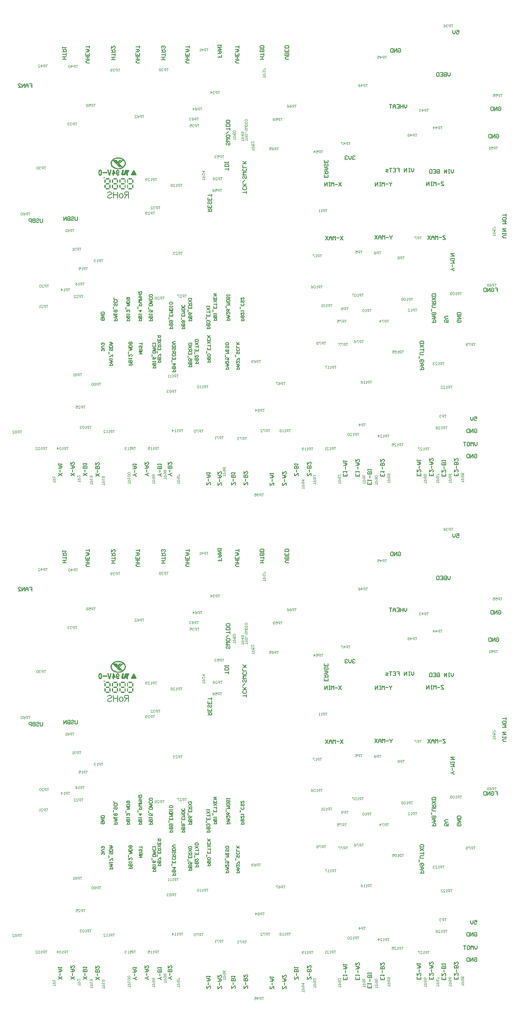
<source format=gbo>
G04 CAM350 V9.5 (Build 208) Date:  Fri Dec 30 15:14:26 2016 *
G04 Database: (Untitled) *
G04 Layer 10: BO *
%FSTAX35Y35*%
%MOIN*%
%SFA1.000B1.000*%

%MIA0B0*%
%IPPOS*%
%ADD17C,0.00800*%
%ADD223C,0.01600*%
%ADD246C,0.00600*%
%ADD264C,0.00400*%
%ADD285C,0.00500*%
%ADD298C,0.00200*%
%ADD299C,0.00100*%
%ADD500R,0.00200X0.00200*%
%ADD501R,0.00400X0.00400*%
%ADD502C,0.00787*%
%LNBO*%
%LPD*%
G54D299*
X0011596Y0071419D03*
X001186D03*
G54D264*
X0011715Y0071274D03*
G54D299*
X0011355Y0071506D03*
X0011439Y0071554D03*
X001196Y0070737D03*
X0011911Y0070724D03*
X0011835Y0070711D03*
X0011806Y0070707D03*
X0011581Y0070724D03*
X0011355Y007082D03*
G54D298*
X0011154Y0071164D03*
X0011203D03*
X0011156Y0071126D03*
X0011205D03*
X0011157Y0071201D03*
X0011206D03*
X0011163Y0071088D03*
X0011212D03*
X0011163Y0071238D03*
X0011212D03*
X0011174Y0071052D03*
Y0071275D03*
X0011223D03*
X0011174D03*
X0011223D03*
X0011189Y0071311D03*
X0011238Y0071312D03*
X0011208Y0071348D03*
X0011219Y0071366D03*
X0011289Y0070877D03*
X0011523Y0071535D03*
X0011423Y0071541D03*
X001146Y0070815D03*
X0012033Y0071561D03*
X00119Y0070724D03*
X0011852Y0070716D03*
X0011806Y0071614D03*
X0012045Y0071555D03*
X001174Y0070709D03*
X0011752D03*
X0011852Y0070716D03*
X0012153Y0070834D03*
X0012203Y0070877D03*
X0012284Y0070978D03*
X0012236Y007134D03*
X0012269Y0071051D03*
X0012318D03*
X0012269Y0071274D03*
X0012318D03*
X0012269D03*
X001228Y0071088D03*
X0012328D03*
X001228Y0071238D03*
X0012329D03*
X0012286Y0071125D03*
X0012335D03*
X0012286Y00712D03*
X0012335D03*
X0012288Y0071163D03*
X0012337D03*
G54D299*
X0012124Y0070309D03*
G54D298*
X0012555Y007047D03*
G54D299*
X0012979Y0070591D03*
G54D298*
X0012804Y0070234D03*
X0012983Y0070588D03*
X0013021D03*
X0010267Y0070627D03*
X0010505Y0070423D03*
X001086D03*
G54D299*
X0011344Y0070182D03*
G54D298*
X0011254Y0070342D03*
X0011523D03*
X0011328Y0070207D03*
G54D299*
X0011734Y0070631D03*
X0011761Y0070626D03*
Y0070626D03*
X0011828Y0070482D03*
X0011824Y0070459D03*
X0011816Y0070421D03*
X0011802Y007039D03*
X0011759Y007035D03*
X0011732Y0070343D03*
X0011686Y0070256D03*
X0011804Y0070236D03*
G54D298*
X0011607Y0070571D03*
X0011631Y0070248D03*
X0011664Y0070621D03*
X0011722Y007039D03*
X0011812Y0070415D03*
X0011787Y0070294D03*
X0011766Y0070355D03*
X0011775Y0070209D03*
X0010686Y0069426D03*
X0010687Y0069199D03*
X0010686Y0069837D03*
X0010687Y006961D03*
X0010767Y0069526D03*
X0011025D03*
X0011093Y0069426D03*
X0011094Y0069199D03*
X0011093Y0069833D03*
X0011094Y0069606D03*
X0011291Y0069426D03*
X0011292Y0069199D03*
X0011291Y0069837D03*
X0011292Y006961D03*
X0011372Y0069526D03*
X001163D03*
X0011698Y0069426D03*
Y0069199D03*
Y0069833D03*
Y0069606D03*
X0011896Y0069426D03*
Y0069199D03*
Y0069837D03*
Y006961D03*
X0011977Y0069526D03*
X0012234D03*
X0012303Y0069426D03*
Y0069199D03*
Y0069833D03*
Y0069606D03*
X0012502Y0069426D03*
Y0069199D03*
Y0069837D03*
Y006961D03*
X0012583Y0069526D03*
X001284D03*
X0012909Y0069426D03*
Y0069199D03*
Y0069833D03*
Y0069606D03*
G54D299*
X0011596Y0030919D03*
X001186D03*
G54D264*
X0011715Y0030774D03*
G54D299*
X0011355Y0031006D03*
X0011439Y0031054D03*
X001196Y0030237D03*
X0011911Y0030224D03*
X0011835Y0030211D03*
X0011806Y0030207D03*
X0011581Y0030224D03*
X0011355Y003032D03*
G54D298*
X0011154Y0030664D03*
X0011203D03*
X0011156Y0030626D03*
X0011205D03*
X0011157Y0030701D03*
X0011206D03*
X0011163Y0030588D03*
X0011212D03*
X0011163Y0030738D03*
X0011212D03*
X0011174Y0030552D03*
Y0030775D03*
X0011223D03*
X0011174D03*
X0011223D03*
X0011189Y0030811D03*
X0011238Y0030812D03*
X0011208Y0030848D03*
X0011219Y0030866D03*
X0011289Y0030377D03*
X0011523Y0031035D03*
X0011423Y0031041D03*
X001146Y0030315D03*
X0012033Y0031061D03*
X00119Y0030224D03*
X0011852Y0030216D03*
X0011806Y0031114D03*
X0012045Y0031055D03*
X001174Y0030209D03*
X0011752D03*
X0011852Y0030216D03*
X0012153Y0030334D03*
X0012203Y0030377D03*
X0012284Y0030478D03*
X0012236Y003084D03*
X0012269Y0030551D03*
X0012318D03*
X0012269Y0030774D03*
X0012318D03*
X0012269D03*
X001228Y0030588D03*
X0012328D03*
X001228Y0030738D03*
X0012329D03*
X0012286Y0030625D03*
X0012335D03*
X0012286Y00307D03*
X0012335D03*
X0012288Y0030663D03*
X0012337D03*
G54D299*
X0012124Y0029809D03*
G54D298*
X0012555Y002997D03*
G54D299*
X0012979Y0030091D03*
G54D298*
X0012804Y0029734D03*
X0012983Y0030088D03*
X0013021D03*
X0010267Y0030127D03*
X0010505Y0029923D03*
X001086D03*
G54D299*
X0011344Y0029682D03*
G54D298*
X0011254Y0029842D03*
X0011523D03*
X0011328Y0029707D03*
G54D299*
X0011734Y0030131D03*
X0011761Y0030126D03*
Y0030126D03*
X0011828Y0029982D03*
X0011824Y0029959D03*
X0011816Y0029921D03*
X0011802Y002989D03*
X0011759Y002985D03*
X0011732Y0029843D03*
X0011686Y0029756D03*
X0011804Y0029736D03*
G54D298*
X0011607Y0030071D03*
X0011631Y0029748D03*
X0011664Y0030121D03*
X0011722Y002989D03*
X0011812Y0029915D03*
X0011787Y0029794D03*
X0011766Y0029855D03*
X0011775Y0029709D03*
X0010686Y0028926D03*
X0010687Y0028699D03*
X0010686Y0029337D03*
X0010687Y002911D03*
X0010767Y0029026D03*
X0011025D03*
X0011093Y0028926D03*
X0011094Y0028699D03*
X0011093Y0029333D03*
X0011094Y0029106D03*
X0011291Y0028926D03*
X0011292Y0028699D03*
X0011291Y0029337D03*
X0011292Y002911D03*
X0011372Y0029026D03*
X001163D03*
X0011698Y0028926D03*
Y0028699D03*
Y0029333D03*
Y0029106D03*
X0011896Y0028926D03*
Y0028699D03*
Y0029337D03*
Y002911D03*
X0011977Y0029026D03*
X0012234D03*
X0012303Y0028926D03*
Y0028699D03*
Y0029333D03*
Y0029106D03*
X0012502Y0028926D03*
Y0028699D03*
Y0029337D03*
Y002911D03*
X0012583Y0029026D03*
X001284D03*
X0012909Y0028926D03*
Y0028699D03*
Y0029333D03*
Y0029106D03*
G54D246*
X0035534Y0030253D02*
G01Y0030053D01*
X0035434Y0029953*
X0035334Y0030053*
Y0030253*
X0035234D02*
G01X0035134D01*
X0035184*
Y0029953*
X0035234*
X0035134*
X0034984D02*
G01Y0030253D01*
X0034784Y0029953*
Y0030253*
X0034185D02*
G01X0034385D01*
Y0030103*
X0034285*
X0034385*
Y0029953*
X0033885Y0030253D02*
G01X0034085D01*
Y0029953*
X0033885*
X0034085Y0030103D02*
G01X0033985D01*
X0033785Y0030253D02*
G01X0033585D01*
X0033685*
Y0029953*
X0033485D02*
G01X0033335D01*
X0033285Y0030003*
X0033335Y0030053*
X0033435*
X0033485Y0030103*
X0033435Y0030153*
X0033285*
X003875Y0030145D02*
G01Y0029945D01*
X003865Y0029845*
X003855Y0029945*
Y0030145*
X003845D02*
G01X003835D01*
X00384*
Y0029845*
X003845*
X003835*
X00382D02*
G01Y0030145D01*
X0038001Y0029845*
Y0030145*
X0037601D02*
G01Y0029845D01*
X0037451*
X0037401Y0029895*
Y0029945*
X0037451Y0029995*
X0037601*
X0037451*
X0037401Y0030045*
Y0030095*
X0037451Y0030145*
X0037601*
X0037101D02*
G01X0037301D01*
Y0029845*
X0037101*
X0037301Y0029995D02*
G01X0037201D01*
X0037001Y0030145D02*
G01Y0029845D01*
X0036851*
X0036801Y0029895*
Y0030095*
X0036851Y0030145*
X0037001*
X0040419Y0009218D02*
G01X0040469Y0009268D01*
X0040569*
X0040619Y0009218*
Y0009018*
X0040569Y0008968*
X0040469*
X0040419Y0009018*
Y0009118*
X0040519*
X0040319Y0008968D02*
G01Y0009268D01*
X0040119Y0008968*
Y0009268*
X0040019D02*
G01Y0008968D01*
X0039869*
X0039819Y0009018*
Y0009218*
X0039869Y0009268*
X0040019*
X0005679Y0026193D02*
G01Y0025943D01*
X0005629Y0025893*
X0005529*
X0005479Y0025943*
Y0026193*
X0005179Y0026143D02*
G01X0005229Y0026193D01*
X0005329*
X0005379Y0026143*
Y0026093*
X0005329Y0026043*
X0005229*
X0005179Y0025993*
Y0025943*
X0005229Y0025893*
X0005329*
X0005379Y0025943*
X0005079Y0026193D02*
G01Y0025893D01*
X0004929*
X0004879Y0025943*
Y0025993*
X0004929Y0026043*
X0005079*
X0004929*
X0004879Y0026093*
Y0026143*
X0004929Y0026193*
X0005079*
X0004779Y0025893D02*
G01Y0026193D01*
X0004629*
X0004579Y0026143*
Y0026043*
X0004629Y0025993*
X0004779*
X0042337Y0035149D02*
G01X0042387Y0035199D01*
X0042487*
X0042537Y0035149*
Y0034949*
X0042487Y0034899*
X0042387*
X0042337Y0034949*
Y0035049*
X0042437*
X0042237Y0034899D02*
G01Y0035199D01*
X0042037Y0034899*
Y0035199*
X0041937D02*
G01Y0034899D01*
X0041787*
X0041737Y0034949*
Y0035149*
X0041787Y0035199*
X0041937*
X0029727Y0029113D02*
G01X0029527Y0028813D01*
Y0029113D02*
G01X0029727Y0028813D01*
X0029427Y0028963D02*
G01X0029227D01*
X0029127Y0028813D02*
G01Y0029113D01*
X0029027Y0029013*
X0028928Y0029113*
Y0028813*
X0028828Y0029113D02*
G01X0028728D01*
X0028778*
Y0028813*
X0028828*
X0028728*
X0028578D02*
G01Y0029113D01*
X0028378Y0028813*
Y0029113*
X000946Y0038723D02*
G01X000926D01*
X000916Y0038823*
X000926Y0038923*
X000946*
Y0039023D02*
G01X000916D01*
X000931*
Y0039223*
X000946*
X000916*
X000946Y0039523D02*
G01Y0039323D01*
X000916*
Y0039523*
X000931Y0039323D02*
G01Y0039423D01*
X000916Y0039623D02*
G01X000936D01*
X000946Y0039723*
X000936Y0039823*
X000916*
X000931*
Y0039623*
X000946Y0039923D02*
G01Y0040123D01*
Y0040023*
X000916*
X0036035Y0014048D02*
G01X0036335D01*
Y0014198*
X0036285Y0014248*
X0036185*
X0036135Y0014198*
Y0014048*
X0036035Y0014348D02*
G01X0036235D01*
X0036335Y0014448*
X0036235Y0014548*
X0036035*
X0036185*
Y0014348*
X0036085Y0014648D02*
G01X0036035Y0014698D01*
Y0014798*
X0036085Y0014848*
X0036285*
X0036335Y0014798*
Y0014698*
X0036285Y0014648*
X0036235*
X0036185Y0014698*
Y0014848*
X0035985Y0014948D02*
G01Y0015147D01*
X0036335Y0015247D02*
G01X0036085D01*
X0036035Y0015297*
Y0015397*
X0036085Y0015447*
X0036335*
Y0015547D02*
G01Y0015747D01*
Y0015647*
X0036035*
X0036335Y0015847D02*
G01X0036035Y0016047D01*
X0036335D02*
G01X0036035Y0015847D01*
X0036335Y0016147D02*
G01X0036035D01*
Y0016297*
X0036085Y0016347*
X0036285*
X0036335Y0016297*
Y0016147*
X0040636Y0008216D02*
G01Y0008016D01*
X0040536Y0007916*
X0040436Y0008016*
Y0008216*
X0040336Y0007916D02*
G01Y0008216D01*
X0040237Y0008116*
X0040137Y0008216*
Y0007916*
X0039887Y0008216D02*
G01X0039987D01*
X0040037Y0008166*
Y0007966*
X0039987Y0007916*
X0039887*
X0039837Y0007966*
Y0008166*
X0039887Y0008216*
X0039737D02*
G01X0039537D01*
X0039637*
Y0007916*
X0013469Y0038723D02*
G01X0013269D01*
X0013169Y0038823*
X0013269Y0038923*
X0013469*
Y0039023D02*
G01X0013169D01*
X0013319*
Y0039223*
X0013469*
X0013169*
X0013469Y0039523D02*
G01Y0039323D01*
X0013169*
Y0039523*
X0013319Y0039323D02*
G01Y0039423D01*
X0013169Y0039623D02*
G01X0013369D01*
X0013469Y0039723*
X0013369Y0039823*
X0013169*
X0013319*
Y0039623*
X0013469Y0039923D02*
G01Y0040123D01*
Y0040023*
X0013169*
X0025497Y0039023D02*
G01X0025297D01*
X0025197Y0039123*
X0025297Y0039223*
X0025497*
Y0039323D02*
G01X0025197D01*
Y0039473*
X0025247Y0039523*
X0025297*
X0025347Y0039473*
Y0039323*
Y0039473*
X0025397Y0039523*
X0025447*
X0025497Y0039473*
Y0039323*
Y0039823D02*
G01Y0039623D01*
X0025197*
Y0039823*
X0025347Y0039623D02*
G01Y0039723D01*
X0025497Y0039923D02*
G01X0025197D01*
Y0040073*
X0025247Y0040123*
X0025447*
X0025497Y0040073*
Y0039923*
X0021488Y0038723D02*
G01X0021288D01*
X0021188Y0038823*
X0021288Y0038923*
X0021488*
Y0039023D02*
G01X0021188D01*
X0021338*
Y0039223*
X0021488*
X0021188*
X0021488Y0039523D02*
G01Y0039323D01*
X0021188*
Y0039523*
X0021338Y0039323D02*
G01Y0039423D01*
X0021188Y0039623D02*
G01X0021388D01*
X0021488Y0039723*
X0021388Y0039823*
X0021188*
X0021338*
Y0039623*
X0021488Y0039923D02*
G01Y0040123D01*
Y0040023*
X0021188*
X0017478Y0038723D02*
G01X0017278D01*
X0017179Y0038823*
X0017278Y0038923*
X0017478*
Y0039023D02*
G01X0017179D01*
X0017328*
Y0039223*
X0017478*
X0017179*
X0017478Y0039523D02*
G01Y0039323D01*
X0017179*
Y0039523*
X0017328Y0039323D02*
G01Y0039423D01*
X0017179Y0039623D02*
G01X0017378D01*
X0017478Y0039723*
X0017378Y0039823*
X0017179*
X0017328*
Y0039623*
X0017478Y0039923D02*
G01Y0040123D01*
Y0040023*
X0017179*
X0034995Y003537D02*
G01Y003517D01*
X0034895Y003507*
X0034795Y003517*
Y003537*
X0034695D02*
G01Y003507D01*
Y003522*
X0034495*
Y003537*
Y003507*
X0034195Y003537D02*
G01X0034395D01*
Y003507*
X0034195*
X0034395Y003522D02*
G01X0034295D01*
X0034095Y003507D02*
G01Y003527D01*
X0033995Y003537*
X0033895Y003527*
Y003507*
Y003522*
X0034095*
X0033795Y003537D02*
G01X0033595D01*
X0033695*
Y003507*
X0034279Y0039829D02*
G01X0034329Y0039879D01*
X0034429*
X0034479Y0039829*
Y0039629*
X0034429Y0039579*
X0034329*
X0034279Y0039629*
Y0039729*
X0034379*
X003418Y0039579D02*
G01Y0039879D01*
X003398Y0039579*
Y0039879*
X003388D02*
G01Y0039579D01*
X003373*
X003368Y0039629*
Y0039829*
X003373Y0039879*
X003388*
X003081Y0031193D02*
G01X003076Y0031243D01*
X003066*
X003061Y0031193*
Y0031143*
X003066Y0031093*
X003071*
X003066*
X003061Y0031043*
Y0030993*
X003066Y0030943*
X003076*
X003081Y0030993*
X003051Y0031243D02*
G01Y0031043D01*
X003041Y0030943*
X003031Y0031043*
Y0031243*
X003021Y0031193D02*
G01X003016Y0031243D01*
X003006*
X003001Y0031193*
Y0031143*
X003006Y0031093*
X003011*
X003006*
X003001Y0031043*
Y0030993*
X003006Y0030943*
X003016*
X003021Y0030993*
X0042075Y0020631D02*
G01X0042275D01*
Y0020482*
X0042175*
X0042275*
Y0020332*
X0041775Y0020582D02*
G01X0041825Y0020631D01*
X0041925*
X0041975Y0020582*
Y0020382*
X0041925Y0020332*
X0041825*
X0041775Y0020382*
Y0020482*
X0041875*
X0041676Y0020332D02*
G01Y0020631D01*
X0041476Y0020332*
Y0020631*
X0041376D02*
G01Y0020332D01*
X0041226*
X0041176Y0020382*
Y0020582*
X0041226Y0020631*
X0041376*
X0040419Y0007202D02*
G01X0040469Y0007251D01*
X0040569*
X0040619Y0007202*
Y0007002*
X0040569Y0006952*
X0040469*
X0040419Y0007002*
Y0007102*
X0040519*
X0040319Y0006952D02*
G01Y0007251D01*
X0040119Y0006952*
Y0007251*
X0040019D02*
G01Y0006952D01*
X0039869*
X0039819Y0007002*
Y0007202*
X0039869Y0007251*
X0040019*
X0038315Y0018058D02*
G01Y0017858D01*
X0038165*
X0038215Y0017958*
Y0018008*
X0038165Y0018058*
X0038065*
X0038015Y0018008*
Y0017908*
X0038065Y0017858*
X0038315Y0018158D02*
G01X0038115D01*
X0038015Y0018258*
X0038115Y0018358*
X0038315*
X0042177Y0032947D02*
G01X0042227Y0032997D01*
X0042327*
X0042376Y0032947*
Y0032747*
X0042327Y0032697*
X0042227*
X0042177Y0032747*
Y0032847*
X0042277*
X0042077Y0032697D02*
G01Y0032997D01*
X0041877Y0032697*
Y0032997*
X0041777D02*
G01Y0032697D01*
X0041627*
X0041577Y0032747*
Y0032947*
X0041627Y0032997*
X0041777*
X0033787Y0029133D02*
G01Y0029083D01*
X0033687Y0028983*
X0033587Y0029083*
Y0029133*
X0033687Y0028983D02*
G01Y0028833D01*
X0033487Y0028983D02*
G01X0033287D01*
X0033187Y0028833D02*
G01Y0029133D01*
X0033087Y0029033*
X0032987Y0029133*
Y0028833*
X0032887Y0029133D02*
G01X0032787D01*
X0032837*
Y0028833*
X0032887*
X0032787*
X0032637D02*
G01Y0029133D01*
X0032437Y0028833*
Y0029133*
X0033824Y0024839D02*
G01Y0024789D01*
X0033724Y0024689*
X0033624Y0024789*
Y0024839*
X0033724Y0024689D02*
G01Y0024539D01*
X0033524Y0024689D02*
G01X0033324D01*
X0033224Y0024539D02*
G01Y0024839D01*
X0033124Y0024739*
X0033024Y0024839*
Y0024539*
X0032924D02*
G01Y0024739D01*
X0032824Y0024839*
X0032724Y0024739*
Y0024539*
Y0024689*
X0032924*
X0032624Y0024839D02*
G01X0032424Y0024539D01*
Y0024839D02*
G01X0032624Y0024539D01*
X0037944Y0029144D02*
G01X0037744D01*
Y0029095*
X0037944Y0028895*
Y0028845*
X0037744*
X0037644Y0028995D02*
G01X0037444D01*
X0037344Y0028845D02*
G01Y0029144D01*
X0037244Y0029045*
X0037144Y0029144*
Y0028845*
X0037044Y0029144D02*
G01X0036944D01*
X0036994*
Y0028845*
X0037044*
X0036944*
X0036795D02*
G01Y0029144D01*
X0036595Y0028845*
Y0029144*
X002985Y0024799D02*
G01X002965Y0024499D01*
Y0024799D02*
G01X002985Y0024499D01*
X002955Y0024649D02*
G01X002935D01*
X002925Y0024499D02*
G01Y0024799D01*
X002915Y0024699*
X002905Y0024799*
Y0024499*
X002895D02*
G01Y0024699D01*
X002885Y0024799*
X002875Y0024699*
Y0024499*
Y0024649*
X002895*
X002865Y0024799D02*
G01X002845Y0024499D01*
Y0024799D02*
G01X002865Y0024499D01*
X0027295Y0005527D02*
G01Y0005727D01*
X0027245*
X0027045Y0005527*
X0026995*
Y0005727*
X0027145Y0005827D02*
G01Y0006027D01*
X0027295Y0006127D02*
G01X0026995D01*
Y0006277*
X0027045Y0006327*
X0027095*
X0027145Y0006277*
Y0006127*
Y0006277*
X0027195Y0006327*
X0027245*
X0027295Y0006277*
Y0006127*
X0026995Y0006627D02*
G01Y0006427D01*
X0027195Y0006627*
X0027245*
X0027295Y0006577*
Y0006477*
X0027245Y0006427*
X0026252Y0005505D02*
G01Y0005705D01*
X0026202*
X0026002Y0005505*
X0025953*
Y0005705*
X0026102Y0005805D02*
G01Y0006005D01*
X0026252Y0006105D02*
G01X0025953D01*
Y0006255*
X0026002Y0006305*
X0026052*
X0026102Y0006255*
Y0006105*
Y0006255*
X0026152Y0006305*
X0026202*
X0026252Y0006255*
Y0006105*
X0025953Y0006405D02*
G01Y0006505D01*
Y0006455*
X0026252*
X0026202Y0006405*
X0025291Y0004758D02*
G01Y0004958D01*
X0025241*
X0025041Y0004758*
X0024991*
Y0004958*
X0025141Y0005058D02*
G01Y0005258D01*
X0024991Y0005358D02*
G01X0025191D01*
X0025291Y0005458*
X0025191Y0005558*
X0024991*
X0025141*
Y0005358*
X0024991Y0005858D02*
G01Y0005658D01*
X0025191Y0005858*
X0025241*
X0025291Y0005808*
Y0005708*
X0025241Y0005658*
X0024285Y0004743D02*
G01Y0004943D01*
X0024235*
X0024035Y0004743*
X0023985*
Y0004943*
X0024135Y0005043D02*
G01Y0005243D01*
X0023985Y0005343D02*
G01X0024185D01*
X0024285Y0005443*
X0024185Y0005543*
X0023985*
X0024135*
Y0005343*
X0023985Y0005643D02*
G01Y0005743D01*
Y0005693*
X0024285*
X0024235Y0005643*
X0030196Y0005689D02*
G01Y0005489D01*
X0029897*
Y0005689*
X0030047Y0005489D02*
G01Y0005589D01*
X0029897Y0005789D02*
G01Y0005889D01*
Y0005839*
X0030196*
X0030147Y0005789*
X0030047Y0006039D02*
G01Y0006239D01*
X0029897Y0006339D02*
G01X0030097D01*
X0030196Y0006439*
X0030097Y0006539*
X0029897*
X0030047*
Y0006339*
X0029897Y0006639D02*
G01Y0006739D01*
Y0006689*
X0030196*
X0030147Y0006639*
X0031188Y00057D02*
G01Y00055D01*
X0030888*
Y00057*
X0031038Y00055D02*
G01Y00056D01*
X0030888Y00058D02*
G01Y00059D01*
Y000585*
X0031188*
X0031138Y00058*
X0031038Y000605D02*
G01Y000625D01*
X0030888Y000635D02*
G01X0031088D01*
X0031188Y000645*
X0031088Y000655*
X0030888*
X0031038*
Y000635*
X0030888Y0006849D02*
G01Y0006649D01*
X0031088Y0006849*
X0031138*
X0031188Y0006799*
Y0006699*
X0031138Y0006649*
X003216Y0005003D02*
G01Y0004803D01*
X003186*
Y0005003*
X003201Y0004803D02*
G01Y0004903D01*
X003186Y0005103D02*
G01Y0005203D01*
Y0005153*
X003216*
X003211Y0005103*
X003201Y0005353D02*
G01Y0005553D01*
X003216Y0005653D02*
G01X003186D01*
Y0005803*
X003191Y0005853*
X003196*
X003201Y0005803*
Y0005653*
Y0005803*
X003206Y0005853*
X003211*
X003216Y0005803*
Y0005653*
X003186Y0005953D02*
G01Y0006053D01*
Y0006003*
X003216*
X003211Y0005953*
X0033183Y0005696D02*
G01Y0005496D01*
X0032883*
Y0005696*
X0033033Y0005496D02*
G01Y0005596D01*
X0032883Y0005796D02*
G01Y0005896D01*
Y0005846*
X0033183*
X0033133Y0005796*
X0033033Y0006046D02*
G01Y0006246D01*
X0033183Y0006346D02*
G01X0032883D01*
Y0006496*
X0032933Y0006546*
X0032983*
X0033033Y0006496*
Y0006346*
Y0006496*
X0033083Y0006546*
X0033133*
X0033183Y0006496*
Y0006346*
X0032883Y0006846D02*
G01Y0006646D01*
X0033083Y0006846*
X0033133*
X0033183Y0006796*
Y0006696*
X0033133Y0006646*
X0036128Y0005708D02*
G01Y0005508D01*
X0035828*
Y0005708*
X0035978Y0005508D02*
G01Y0005608D01*
X0035828Y0006008D02*
G01Y0005808D01*
X0036028Y0006008*
X0036078*
X0036128Y0005958*
Y0005858*
X0036078Y0005808*
X0035978Y0006108D02*
G01Y0006308D01*
X0035828Y0006408D02*
G01X0036028D01*
X0036128Y0006508*
X0036028Y0006608*
X0035828*
X0035978*
Y0006408*
X0035828Y0006708D02*
G01Y0006808D01*
Y0006758*
X0036128*
X0036078Y0006708*
X0037129Y0005702D02*
G01Y0005502D01*
X0036829*
Y0005702*
X0036979Y0005502D02*
G01Y0005602D01*
X0036829Y0006001D02*
G01Y0005802D01*
X0037029Y0006001*
X0037079*
X0037129Y0005951*
Y0005852*
X0037079Y0005802*
X0036979Y0006101D02*
G01Y0006301D01*
X0036829Y0006401D02*
G01X0037029D01*
X0037129Y0006501*
X0037029Y0006601*
X0036829*
X0036979*
Y0006401*
X0036829Y0006901D02*
G01Y0006701D01*
X0037029Y0006901*
X0037079*
X0037129Y0006851*
Y0006751*
X0037079Y0006701*
X003813Y0005688D02*
G01Y0005488D01*
X0037831*
Y0005688*
X003798Y0005488D02*
G01Y0005588D01*
X0037831Y0005988D02*
G01Y0005788D01*
X003803Y0005988*
X003808*
X003813Y0005938*
Y0005838*
X003808Y0005788*
X003798Y0006088D02*
G01Y0006288D01*
X003813Y0006388D02*
G01X0037831D01*
Y0006538*
X0037881Y0006588*
X0037931*
X003798Y0006538*
Y0006388*
Y0006538*
X003803Y0006588*
X003808*
X003813Y0006538*
Y0006388*
X0037831Y0006688D02*
G01Y0006788D01*
Y0006738*
X003813*
X003808Y0006688*
X0039132Y0005702D02*
G01Y0005502D01*
X0038832*
Y0005702*
X0038982Y0005502D02*
G01Y0005602D01*
X0038832Y0006001D02*
G01Y0005802D01*
X0039032Y0006001*
X0039082*
X0039132Y0005951*
Y0005852*
X0039082Y0005802*
X0038982Y0006101D02*
G01Y0006301D01*
X0039132Y0006401D02*
G01X0038832D01*
Y0006551*
X0038882Y0006601*
X0038932*
X0038982Y0006551*
Y0006401*
Y0006551*
X0039032Y0006601*
X0039082*
X0039132Y0006551*
Y0006401*
X0038832Y0006901D02*
G01Y0006701D01*
X0039032Y0006901*
X0039082*
X0039132Y0006851*
Y0006751*
X0039082Y0006701*
X0019176Y0004786D02*
G01Y0004986D01*
X0019126*
X0018926Y0004786*
X0018876*
Y0004986*
X0019026Y0005086D02*
G01Y0005286D01*
X0018876Y0005386D02*
G01X0019076D01*
X0019176Y0005486*
X0019076Y0005586*
X0018876*
X0019026*
Y0005386*
X0018876Y0005686D02*
G01Y0005786D01*
Y0005736*
X0019176*
X0019126Y0005686*
X0020077Y0004749D02*
G01Y0004949D01*
X0020027*
X0019827Y0004749*
X0019777*
Y0004949*
X0019927Y0005049D02*
G01Y0005249D01*
X0019777Y0005349D02*
G01X0019977D01*
X0020077Y0005449*
X0019977Y0005548*
X0019777*
X0019927*
Y0005349*
X0019777Y0005848D02*
G01Y0005649D01*
X0019977Y0005848*
X0020027*
X0020077Y0005798*
Y0005699*
X0020027Y0005649*
X0021176Y0004786D02*
G01Y0004986D01*
X0021126*
X0020926Y0004786*
X0020876*
Y0004986*
X0021026Y0005086D02*
G01Y0005286D01*
X0021176Y0005386D02*
G01X0020876D01*
Y0005536*
X0020926Y0005586*
X0020976*
X0021026Y0005536*
Y0005386*
Y0005536*
X0021076Y0005586*
X0021126*
X0021176Y0005536*
Y0005386*
X0020876Y0005686D02*
G01Y0005786D01*
Y0005736*
X0021176*
X0021126Y0005686*
X0022176Y0004786D02*
G01Y0004986D01*
X0022126*
X0021926Y0004786*
X0021876*
Y0004986*
X0022026Y0005086D02*
G01Y0005286D01*
X0022176Y0005386D02*
G01X0021876D01*
Y0005536*
X0021926Y0005586*
X0021976*
X0022026Y0005536*
Y0005386*
Y0005536*
X0022076Y0005586*
X0022126*
X0022176Y0005536*
Y0005386*
X0021876Y0005886D02*
G01Y0005686D01*
X0022076Y0005886*
X0022126*
X0022176Y0005836*
Y0005736*
X0022126Y0005686*
X0013241Y0005498D02*
G01X0013191D01*
X0013091Y0005598*
X0013191Y0005698*
X0013241*
X0013091Y0005598D02*
G01X0012941D01*
X0013091Y0005798D02*
G01Y0005998D01*
X0012941Y0006098D02*
G01X0013141D01*
X0013241Y0006198*
X0013141Y0006298*
X0012941*
X0013091*
Y0006098*
X0012941Y0006398D02*
G01Y0006498D01*
Y0006448*
X0013241*
X0013191Y0006398*
X0014211Y0005531D02*
G01X0014161D01*
X0014061Y0005631*
X0014161Y0005731*
X0014211*
X0014061Y0005631D02*
G01X0013911D01*
X0014061Y000583D02*
G01Y000603D01*
X0013911Y000613D02*
G01X0014111D01*
X0014211Y000623*
X0014111Y000633*
X0013911*
X0014061*
Y000613*
X0013911Y000663D02*
G01Y000643D01*
X0014111Y000663*
X0014161*
X0014211Y000658*
Y000648*
X0014161Y000643*
X0015266Y0005493D02*
G01X0015216D01*
X0015116Y0005593*
X0015216Y0005693*
X0015266*
X0015116Y0005593D02*
G01X0014966D01*
X0015116Y0005793D02*
G01Y0005993D01*
X0015266Y0006093D02*
G01X0014966D01*
Y0006243*
X0015016Y0006293*
X0015066*
X0015116Y0006243*
Y0006093*
Y0006243*
X0015166Y0006293*
X0015216*
X0015266Y0006243*
Y0006093*
X0014966Y0006393D02*
G01Y0006493D01*
Y0006443*
X0015266*
X0015216Y0006393*
X0016074Y0005509D02*
G01X0016024D01*
X0015924Y0005609*
X0016024Y0005709*
X0016074*
X0015924Y0005609D02*
G01X0015774D01*
X0015924Y0005809D02*
G01Y0006009D01*
X0016074Y0006109D02*
G01X0015774D01*
Y0006259*
X0015824Y0006309*
X0015874*
X0015924Y0006259*
Y0006109*
Y0006259*
X0015974Y0006309*
X0016024*
X0016074Y0006259*
Y0006109*
X0015774Y0006609D02*
G01Y0006409D01*
X0015974Y0006609*
X0016024*
X0016074Y0006559*
Y0006459*
X0016024Y0006409*
X0010245Y0005492D02*
G01X0009945Y0005692D01*
X0010245D02*
G01X0009945Y0005492D01*
X0010095Y0005792D02*
G01Y0005992D01*
X0010245Y0006092D02*
G01X0009945D01*
Y0006242*
X0009995Y0006292*
X0010045*
X0010095Y0006242*
Y0006092*
Y0006242*
X0010145Y0006292*
X0010195*
X0010245Y0006242*
Y0006092*
X0009945Y0006591D02*
G01Y0006391D01*
X0010145Y0006591*
X0010195*
X0010245Y0006541*
Y0006441*
X0010195Y0006391*
X0009245Y0005519D02*
G01X0008945Y0005719D01*
X0009245D02*
G01X0008945Y0005519D01*
X0009095Y0005819D02*
G01Y0006019D01*
X0009245Y0006119D02*
G01X0008945D01*
Y0006269*
X0008995Y0006319*
X0009045*
X0009095Y0006269*
Y0006119*
Y0006269*
X0009145Y0006319*
X0009195*
X0009245Y0006269*
Y0006119*
X0008945Y0006419D02*
G01Y0006518D01*
Y0006468*
X0009245*
X0009195Y0006419*
X0008234Y0005519D02*
G01X0007934Y0005719D01*
X0008234D02*
G01X0007934Y0005519D01*
X0008084Y0005819D02*
G01Y0006019D01*
X0007934Y0006119D02*
G01X0008134D01*
X0008234Y0006219*
X0008134Y0006319*
X0007934*
X0008084*
Y0006119*
X0007934Y0006618D02*
G01Y0006419D01*
X0008134Y0006618*
X0008184*
X0008234Y0006568*
Y0006468*
X0008184Y0006419*
X0007234Y0005503D02*
G01X0006934Y0005703D01*
X0007234D02*
G01X0006934Y0005503D01*
X0007084Y0005802D02*
G01Y0006002D01*
X0006934Y0006102D02*
G01X0007134D01*
X0007234Y0006202*
X0007134Y0006302*
X0006934*
X0007084*
Y0006102*
X0006934Y0006402D02*
G01Y0006502D01*
Y0006452*
X0007234*
X0007184Y0006402*
X0007579Y0039009D02*
G01X0007279D01*
X0007429*
Y0039209*
X0007579*
X0007279*
X0007579Y0039309D02*
G01Y0039509D01*
Y0039409*
X0007279*
Y0039609D02*
G01X0007579D01*
Y0039759*
X0007529Y0039809*
X0007429*
X0007379Y0039759*
Y0039609*
Y0039709D02*
G01X0007279Y0039809D01*
Y0039909D02*
G01Y0040009D01*
Y0039959*
X0007579*
X0007529Y0039909*
X0015539Y0038999D02*
G01X0015239D01*
X0015389*
Y0039199*
X0015539*
X0015239*
X0015539Y0039299D02*
G01Y0039499D01*
Y0039399*
X0015239*
Y0039599D02*
G01X0015539D01*
Y0039749*
X0015489Y0039799*
X0015389*
X0015339Y0039749*
Y0039599*
Y0039699D02*
G01X0015239Y0039799D01*
X0015489Y0039899D02*
G01X0015539Y0039949D01*
Y0040049*
X0015489Y0040099*
X0015439*
X0015389Y0040049*
Y0039999*
Y0040049*
X0015339Y0040099*
X0015289*
X0015239Y0040049*
Y0039949*
X0015289Y0039899*
X0011509Y0038969D02*
G01X0011209D01*
X0011359*
Y0039169*
X0011509*
X0011209*
X0011509Y0039269D02*
G01Y0039469D01*
Y0039369*
X0011209*
Y0039569D02*
G01X0011509D01*
Y0039719*
X0011459Y0039769*
X0011359*
X0011309Y0039719*
Y0039569*
Y0039669D02*
G01X0011209Y0039769D01*
Y0040069D02*
G01Y0039869D01*
X0011409Y0040069*
X0011459*
X0011509Y0040019*
Y0039919*
X0011459Y0039869*
X0023492Y0039023D02*
G01X0023192D01*
X0023342*
Y0039223*
X0023492*
X0023192*
X0023492Y0039323D02*
G01Y0039523D01*
Y0039423*
X0023192*
X0023492Y0039623D02*
G01X0023192D01*
Y0039773*
X0023242Y0039823*
X0023292*
X0023342Y0039773*
Y0039623*
Y0039773*
X0023392Y0039823*
X0023442*
X0023492Y0039773*
Y0039623*
Y0039923D02*
G01X0023192D01*
Y0040073*
X0023242Y0040123*
X0023442*
X0023492Y0040073*
Y0039923*
X0042995Y0024639D02*
G01X0042795D01*
X0042695Y0024739*
X0042795Y0024839*
X0042995*
Y0024939D02*
G01Y0025039D01*
Y0024989*
X0042695*
Y0024939*
Y0025039*
Y0025189D02*
G01X0042995D01*
X0042695Y0025389*
X0042995*
X0042695Y0025788D02*
G01X0042995D01*
X0042895Y0025888*
X0042995Y0025988*
X0042695*
X0042995Y0026238D02*
G01Y0026138D01*
X0042945Y0026088*
X0042745*
X0042695Y0026138*
Y0026238*
X0042745Y0026288*
X0042945*
X0042995Y0026238*
Y0026388D02*
G01Y0026588D01*
Y0026488*
X0042695*
X003848Y0037937D02*
G01Y0037737D01*
X003838Y0037637*
X003828Y0037737*
Y0037937*
X003818D02*
G01Y0037637D01*
X0038031*
X0037981Y0037687*
Y0037737*
X0038031Y0037787*
X003818*
X0038031*
X0037981Y0037837*
Y0037887*
X0038031Y0037937*
X003818*
X0037681D02*
G01X0037881D01*
Y0037637*
X0037681*
X0037881Y0037787D02*
G01X0037781D01*
X0037581Y0037937D02*
G01Y0037637D01*
X0037431*
X0037381Y0037687*
Y0037887*
X0037431Y0037937*
X0037581*
X0020075Y0039388D02*
G01Y0039188D01*
X0019925*
Y0039288*
Y0039188*
X0019775*
Y0039488D02*
G01X0019975D01*
X0020075Y0039588*
X0019975Y0039688*
X0019775*
X0019925*
Y0039488*
X0019775Y0039788D02*
G01X0020075D01*
X0019775Y0039988*
X0020075*
X0019775Y0040088D02*
G01Y0040188D01*
Y0040138*
X0020075*
X0020025Y0040088*
X0004607Y0037036D02*
G01X0004807D01*
Y0036886*
X0004707*
X0004807*
Y0036736*
X0004507D02*
G01Y0036936D01*
X0004407Y0037036*
X0004307Y0036936*
Y0036736*
Y0036886*
X0004507*
X0004207Y0036736D02*
G01Y0037036D01*
X0004007Y0036736*
Y0037036*
X0003707Y0036736D02*
G01X0003907D01*
X0003707Y0036936*
Y0036986*
X0003757Y0037036*
X0003857*
X0003907Y0036986*
X0038981Y0041349D02*
G01X003918D01*
Y0041199*
X0039081Y0041249*
X0039031*
X0038981Y0041199*
Y0041099*
X0039031Y0041049*
X003913*
X003918Y0041099*
X0038881Y0041349D02*
G01Y0041149D01*
X0038781Y0041049*
X0038681Y0041149*
Y0041349*
X0038099Y0024827D02*
G01X0037899D01*
Y0024777*
X0038099Y0024577*
Y0024527*
X0037899*
X0037799Y0024677D02*
G01X0037599D01*
X0037499Y0024527D02*
G01Y0024827D01*
X0037399Y0024727*
X0037299Y0024827*
Y0024527*
X0037199D02*
G01Y0024727D01*
X0037099Y0024827*
X0036999Y0024727*
Y0024527*
Y0024677*
X0037199*
X0036899Y0024827D02*
G01X0036699Y0024527D01*
Y0024827D02*
G01X0036899Y0024527D01*
X0037021Y0017858D02*
G01X0037321D01*
Y0018008*
X0037271Y0018058*
X0037171*
X0037121Y0018008*
Y0017858*
X0037021Y0018158D02*
G01X0037221D01*
X0037321Y0018258*
X0037221Y0018358*
X0037021*
X0037171*
Y0018158*
X0037271Y0018458D02*
G01X0037321Y0018508D01*
Y0018608*
X0037271Y0018658*
X0037221*
X0037171Y0018608*
X0037121Y0018658*
X0037071*
X0037021Y0018608*
Y0018508*
X0037071Y0018458*
X0037121*
X0037171Y0018508*
X0037221Y0018458*
X0037271*
X0037171Y0018508D02*
G01Y0018608D01*
X0036971Y0018758D02*
G01Y0018958D01*
X0037321Y0019058D02*
G01X0037071D01*
X0037021Y0019108*
Y0019208*
X0037071Y0019258*
X0037321*
X0037021Y0019358D02*
G01X0037321D01*
Y0019508*
X0037271Y0019558*
X0037171*
X0037121Y0019508*
Y0019358*
Y0019458D02*
G01X0037021Y0019558D01*
X0037321Y0019658D02*
G01X0037021Y0019857D01*
X0037321D02*
G01X0037021Y0019658D01*
X0037321Y0019957D02*
G01X0037021D01*
Y0020107*
X0037071Y0020157*
X0037271*
X0037321Y0020107*
Y0019957*
X0038802Y0022023D02*
G01X0038752D01*
X0038652Y0022123*
X0038752Y0022223*
X0038802*
X0038652Y0022123D02*
G01X0038502D01*
X0038652Y0022323D02*
G01Y0022523D01*
X0038502Y0022623D02*
G01X0038802D01*
X0038702Y0022723*
X0038802Y0022823*
X0038502*
X0038802Y0022923D02*
G01Y0023023D01*
Y0022973*
X0038502*
Y0022923*
Y0023023*
Y0023173D02*
G01X0038802D01*
X0038502Y0023372*
X0038802*
X0039286Y0018067D02*
G01X0039336Y0018017D01*
Y0017917*
X0039286Y0017867*
X0039086*
X0039036Y0017917*
Y0018017*
X0039086Y0018067*
X0039186*
Y0017967*
X0039036Y0018167D02*
G01X0039336D01*
X0039036Y0018367*
X0039336*
Y0018467D02*
G01X0039036D01*
Y0018617*
X0039086Y0018667*
X0039286*
X0039336Y0018617*
Y0018467*
X0018982Y0026773D02*
G01X0019282D01*
Y0026923*
X0019232Y0026973*
X0019132*
X0019082Y0026923*
Y0026773*
Y0026873D02*
G01X0018982Y0026973D01*
X0019282Y0027273D02*
G01Y0027073D01*
X0018982*
Y0027273*
X0019132Y0027073D02*
G01Y0027173D01*
X0019232Y0027573D02*
G01X0019282Y0027523D01*
Y0027423*
X0019232Y0027373*
X0019182*
X0019132Y0027423*
Y0027523*
X0019082Y0027573*
X0019032*
X0018982Y0027523*
Y0027423*
X0019032Y0027373*
X0019282Y0027873D02*
G01Y0027673D01*
X0018982*
Y0027873*
X0019132Y0027673D02*
G01Y0027773D01*
X0019282Y0027973D02*
G01Y0028173D01*
Y0028073*
X0018982*
X0020715Y0032326D02*
G01X0020765Y0032276D01*
Y0032176*
X0020715Y0032126*
X0020665*
X0020615Y0032176*
Y0032276*
X0020565Y0032326*
X0020515*
X0020465Y0032276*
Y0032176*
X0020515Y0032126*
X0020765Y0032426D02*
G01X0020465D01*
X0020565Y0032525*
X0020465Y0032625*
X0020765*
Y0032875D02*
G01Y0032775D01*
X0020715Y0032725*
X0020515*
X0020465Y0032775*
Y0032875*
X0020515Y0032925*
X0020715*
X0020765Y0032875*
X0020465Y0033025D02*
G01X0020665Y0033225D01*
X0020765Y0033325D02*
G01Y0033525D01*
Y0033425*
X0020465*
X0020765Y0033625D02*
G01X0020465D01*
Y0033775*
X0020515Y0033825*
X0020715*
X0020765Y0033775*
Y0033625*
Y0034075D02*
G01Y0033975D01*
X0020715Y0033925*
X0020515*
X0020465Y0033975*
Y0034075*
X0020515Y0034125*
X0020715*
X0020765Y0034075*
X0020648Y0030077D02*
G01Y0030277D01*
Y0030177*
X0020348*
X0020648Y0030377D02*
G01X0020348D01*
Y0030527*
X0020398Y0030577*
X0020598*
X0020648Y0030527*
Y0030377*
Y0030677D02*
G01Y0030777D01*
Y0030727*
X0020348*
Y0030677*
Y0030777*
X0022089Y0028233D02*
G01Y0028433D01*
Y0028333*
X0021789*
X0022039Y0028733D02*
G01X0022089Y0028683D01*
Y0028583*
X0022039Y0028533*
X0021839*
X0021789Y0028583*
Y0028683*
X0021839Y0028733*
X0022089Y0028833D02*
G01X0021789D01*
X0021889*
X0022089Y0029033*
X0021939Y0028883*
X0021789Y0029033*
Y0029133D02*
G01X0021989Y0029333D01*
X0022039Y0029632D02*
G01X0022089Y0029582D01*
Y0029482*
X0022039Y0029432*
X0021989*
X0021939Y0029482*
Y0029582*
X0021889Y0029632*
X0021839*
X0021789Y0029582*
Y0029482*
X0021839Y0029432*
X0022089Y0029732D02*
G01X0021789D01*
X0021889Y0029832*
X0021789Y0029932*
X0022089*
X0022039Y0030232D02*
G01X0022089Y0030182D01*
Y0030082*
X0022039Y0030032*
X0021839*
X0021789Y0030082*
Y0030182*
X0021839Y0030232*
X0022089Y0030332D02*
G01X0021789D01*
Y0030532*
X0022089Y0030632D02*
G01X0021789D01*
X0021889*
X0022089Y0030832*
X0021939Y0030682*
X0021789Y0030832*
X0028637Y0029706D02*
G01Y0029506D01*
X0028337*
Y0029706*
X0028487Y0029506D02*
G01Y0029606D01*
X0028337Y0029806D02*
G01X0028637D01*
Y0029956*
X0028587Y0030006*
X0028487*
X0028437Y0029956*
Y0029806*
Y0029906D02*
G01X0028337Y0030006D01*
Y0030106D02*
G01X0028537D01*
X0028637Y0030206*
X0028537Y0030306*
X0028337*
X0028487*
Y0030106*
X0028587Y0030606D02*
G01X0028637Y0030556D01*
Y0030456*
X0028587Y0030406*
X0028537*
X0028487Y0030456*
Y0030556*
X0028437Y0030606*
X0028387*
X0028337Y0030556*
Y0030456*
X0028387Y0030406*
X0028637Y0030906D02*
G01Y0030706D01*
X0028337*
Y0030906*
X0028487Y0030706D02*
G01Y0030806D01*
X0008469Y0026339D02*
G01Y0026089D01*
X0008419Y0026039*
X0008319*
X0008269Y0026089*
Y0026339*
X000797Y0026289D02*
G01X000802Y0026339D01*
X000812*
X0008169Y0026289*
Y0026239*
X000812Y0026189*
X000802*
X000797Y0026139*
Y0026089*
X000802Y0026039*
X000812*
X0008169Y0026089*
X000787Y0026339D02*
G01Y0026039D01*
X000772*
X000767Y0026089*
Y0026139*
X000772Y0026189*
X000787*
X000772*
X000767Y0026239*
Y0026289*
X000772Y0026339*
X000787*
X000757Y0026039D02*
G01Y0026339D01*
X000737Y0026039*
Y0026339*
X0040407Y0010255D02*
G01X0040607D01*
Y0010105*
X0040507Y0010155*
X0040457*
X0040407Y0010105*
Y0010005*
X0040457Y0009955*
X0040557*
X0040607Y0010005*
X0040307Y0010255D02*
G01Y0010055D01*
X0040207Y0009955*
X0040107Y0010055*
Y0010255*
X0035534Y0070753D02*
G01Y0070553D01*
X0035434Y0070453*
X0035334Y0070553*
Y0070753*
X0035234D02*
G01X0035134D01*
X0035184*
Y0070453*
X0035234*
X0035134*
X0034984D02*
G01Y0070753D01*
X0034784Y0070453*
Y0070753*
X0034185D02*
G01X0034385D01*
Y0070603*
X0034285*
X0034385*
Y0070453*
X0033885Y0070753D02*
G01X0034085D01*
Y0070453*
X0033885*
X0034085Y0070603D02*
G01X0033985D01*
X0033785Y0070753D02*
G01X0033585D01*
X0033685*
Y0070453*
X0033485D02*
G01X0033335D01*
X0033285Y0070503*
X0033335Y0070553*
X0033435*
X0033485Y0070603*
X0033435Y0070653*
X0033285*
X003875Y0070645D02*
G01Y0070445D01*
X003865Y0070345*
X003855Y0070445*
Y0070645*
X003845D02*
G01X003835D01*
X00384*
Y0070345*
X003845*
X003835*
X00382D02*
G01Y0070645D01*
X0038001Y0070345*
Y0070645*
X0037601D02*
G01Y0070345D01*
X0037451*
X0037401Y0070395*
Y0070445*
X0037451Y0070495*
X0037601*
X0037451*
X0037401Y0070545*
Y0070595*
X0037451Y0070645*
X0037601*
X0037101D02*
G01X0037301D01*
Y0070345*
X0037101*
X0037301Y0070495D02*
G01X0037201D01*
X0037001Y0070645D02*
G01Y0070345D01*
X0036851*
X0036801Y0070395*
Y0070595*
X0036851Y0070645*
X0037001*
X0040419Y0049718D02*
G01X0040469Y0049768D01*
X0040569*
X0040619Y0049718*
Y0049518*
X0040569Y0049469*
X0040469*
X0040419Y0049518*
Y0049618*
X0040519*
X0040319Y0049469D02*
G01Y0049768D01*
X0040119Y0049469*
Y0049768*
X0040019D02*
G01Y0049469D01*
X0039869*
X0039819Y0049518*
Y0049718*
X0039869Y0049768*
X0040019*
X0005679Y0066693D02*
G01Y0066443D01*
X0005629Y0066393*
X0005529*
X0005479Y0066443*
Y0066693*
X0005179Y0066643D02*
G01X0005229Y0066693D01*
X0005329*
X0005379Y0066643*
Y0066593*
X0005329Y0066543*
X0005229*
X0005179Y0066493*
Y0066443*
X0005229Y0066393*
X0005329*
X0005379Y0066443*
X0005079Y0066693D02*
G01Y0066393D01*
X0004929*
X0004879Y0066443*
Y0066493*
X0004929Y0066543*
X0005079*
X0004929*
X0004879Y0066593*
Y0066643*
X0004929Y0066693*
X0005079*
X0004779Y0066393D02*
G01Y0066693D01*
X0004629*
X0004579Y0066643*
Y0066543*
X0004629Y0066493*
X0004779*
X0042337Y0075649D02*
G01X0042387Y0075699D01*
X0042487*
X0042537Y0075649*
Y0075449*
X0042487Y0075399*
X0042387*
X0042337Y0075449*
Y0075549*
X0042437*
X0042237Y0075399D02*
G01Y0075699D01*
X0042037Y0075399*
Y0075699*
X0041937D02*
G01Y0075399D01*
X0041787*
X0041737Y0075449*
Y0075649*
X0041787Y0075699*
X0041937*
X0029727Y0069613D02*
G01X0029527Y0069313D01*
Y0069613D02*
G01X0029727Y0069313D01*
X0029427Y0069463D02*
G01X0029227D01*
X0029127Y0069313D02*
G01Y0069613D01*
X0029027Y0069513*
X0028928Y0069613*
Y0069313*
X0028828Y0069613D02*
G01X0028728D01*
X0028778*
Y0069313*
X0028828*
X0028728*
X0028578D02*
G01Y0069613D01*
X0028378Y0069313*
Y0069613*
X000946Y0079223D02*
G01X000926D01*
X000916Y0079323*
X000926Y0079423*
X000946*
Y0079523D02*
G01X000916D01*
X000931*
Y0079723*
X000946*
X000916*
X000946Y0080023D02*
G01Y0079823D01*
X000916*
Y0080023*
X000931Y0079823D02*
G01Y0079923D01*
X000916Y0080123D02*
G01X000936D01*
X000946Y0080223*
X000936Y0080323*
X000916*
X000931*
Y0080123*
X000946Y0080423D02*
G01Y0080623D01*
Y0080523*
X000916*
X0036035Y0054548D02*
G01X0036335D01*
Y0054698*
X0036285Y0054748*
X0036185*
X0036135Y0054698*
Y0054548*
X0036035Y0054848D02*
G01X0036235D01*
X0036335Y0054948*
X0036235Y0055048*
X0036035*
X0036185*
Y0054848*
X0036085Y0055148D02*
G01X0036035Y0055198D01*
Y0055298*
X0036085Y0055348*
X0036285*
X0036335Y0055298*
Y0055198*
X0036285Y0055148*
X0036235*
X0036185Y0055198*
Y0055348*
X0035985Y0055447D02*
G01Y0055647D01*
X0036335Y0055747D02*
G01X0036085D01*
X0036035Y0055797*
Y0055897*
X0036085Y0055947*
X0036335*
Y0056047D02*
G01Y0056247D01*
Y0056147*
X0036035*
X0036335Y0056347D02*
G01X0036035Y0056547D01*
X0036335D02*
G01X0036035Y0056347D01*
X0036335Y0056647D02*
G01X0036035D01*
Y0056797*
X0036085Y0056847*
X0036285*
X0036335Y0056797*
Y0056647*
X0040636Y0048716D02*
G01Y0048516D01*
X0040536Y0048416*
X0040436Y0048516*
Y0048716*
X0040336Y0048416D02*
G01Y0048716D01*
X0040237Y0048616*
X0040137Y0048716*
Y0048416*
X0039887Y0048716D02*
G01X0039987D01*
X0040037Y0048666*
Y0048466*
X0039987Y0048416*
X0039887*
X0039837Y0048466*
Y0048666*
X0039887Y0048716*
X0039737D02*
G01X0039537D01*
X0039637*
Y0048416*
X0013469Y0079223D02*
G01X0013269D01*
X0013169Y0079323*
X0013269Y0079423*
X0013469*
Y0079523D02*
G01X0013169D01*
X0013319*
Y0079723*
X0013469*
X0013169*
X0013469Y0080023D02*
G01Y0079823D01*
X0013169*
Y0080023*
X0013319Y0079823D02*
G01Y0079923D01*
X0013169Y0080123D02*
G01X0013369D01*
X0013469Y0080223*
X0013369Y0080323*
X0013169*
X0013319*
Y0080123*
X0013469Y0080423D02*
G01Y0080623D01*
Y0080523*
X0013169*
X0025497Y0079523D02*
G01X0025297D01*
X0025197Y0079623*
X0025297Y0079723*
X0025497*
Y0079823D02*
G01X0025197D01*
Y0079973*
X0025247Y0080023*
X0025297*
X0025347Y0079973*
Y0079823*
Y0079973*
X0025397Y0080023*
X0025447*
X0025497Y0079973*
Y0079823*
Y0080323D02*
G01Y0080123D01*
X0025197*
Y0080323*
X0025347Y0080123D02*
G01Y0080223D01*
X0025497Y0080423D02*
G01X0025197D01*
Y0080573*
X0025247Y0080623*
X0025447*
X0025497Y0080573*
Y0080423*
X0021488Y0079223D02*
G01X0021288D01*
X0021188Y0079323*
X0021288Y0079423*
X0021488*
Y0079523D02*
G01X0021188D01*
X0021338*
Y0079723*
X0021488*
X0021188*
X0021488Y0080023D02*
G01Y0079823D01*
X0021188*
Y0080023*
X0021338Y0079823D02*
G01Y0079923D01*
X0021188Y0080123D02*
G01X0021388D01*
X0021488Y0080223*
X0021388Y0080323*
X0021188*
X0021338*
Y0080123*
X0021488Y0080423D02*
G01Y0080623D01*
Y0080523*
X0021188*
X0017478Y0079223D02*
G01X0017278D01*
X0017179Y0079323*
X0017278Y0079423*
X0017478*
Y0079523D02*
G01X0017179D01*
X0017328*
Y0079723*
X0017478*
X0017179*
X0017478Y0080023D02*
G01Y0079823D01*
X0017179*
Y0080023*
X0017328Y0079823D02*
G01Y0079923D01*
X0017179Y0080123D02*
G01X0017378D01*
X0017478Y0080223*
X0017378Y0080323*
X0017179*
X0017328*
Y0080123*
X0017478Y0080423D02*
G01Y0080623D01*
Y0080523*
X0017179*
X0034995Y007587D02*
G01Y007567D01*
X0034895Y007557*
X0034795Y007567*
Y007587*
X0034695D02*
G01Y007557D01*
Y007572*
X0034495*
Y007587*
Y007557*
X0034195Y007587D02*
G01X0034395D01*
Y007557*
X0034195*
X0034395Y007572D02*
G01X0034295D01*
X0034095Y007557D02*
G01Y007577D01*
X0033995Y007587*
X0033895Y007577*
Y007557*
Y007572*
X0034095*
X0033795Y007587D02*
G01X0033595D01*
X0033695*
Y007557*
X0034279Y0080329D02*
G01X0034329Y0080379D01*
X0034429*
X0034479Y0080329*
Y0080129*
X0034429Y0080079*
X0034329*
X0034279Y0080129*
Y0080229*
X0034379*
X003418Y0080079D02*
G01Y0080379D01*
X003398Y0080079*
Y0080379*
X003388D02*
G01Y0080079D01*
X003373*
X003368Y0080129*
Y0080329*
X003373Y0080379*
X003388*
X003081Y0071693D02*
G01X003076Y0071743D01*
X003066*
X003061Y0071693*
Y0071643*
X003066Y0071593*
X003071*
X003066*
X003061Y0071543*
Y0071493*
X003066Y0071443*
X003076*
X003081Y0071493*
X003051Y0071743D02*
G01Y0071543D01*
X003041Y0071443*
X003031Y0071543*
Y0071743*
X003021Y0071693D02*
G01X003016Y0071743D01*
X003006*
X003001Y0071693*
Y0071643*
X003006Y0071593*
X003011*
X003006*
X003001Y0071543*
Y0071493*
X003006Y0071443*
X003016*
X003021Y0071493*
X0042075Y0061132D02*
G01X0042275D01*
Y0060982*
X0042175*
X0042275*
Y0060832*
X0041775Y0061082D02*
G01X0041825Y0061132D01*
X0041925*
X0041975Y0061082*
Y0060882*
X0041925Y0060832*
X0041825*
X0041775Y0060882*
Y0060982*
X0041875*
X0041676Y0060832D02*
G01Y0061132D01*
X0041476Y0060832*
Y0061132*
X0041376D02*
G01Y0060832D01*
X0041226*
X0041176Y0060882*
Y0061082*
X0041226Y0061132*
X0041376*
X0040419Y0047702D02*
G01X0040469Y0047752D01*
X0040569*
X0040619Y0047702*
Y0047502*
X0040569Y0047452*
X0040469*
X0040419Y0047502*
Y0047602*
X0040519*
X0040319Y0047452D02*
G01Y0047752D01*
X0040119Y0047452*
Y0047752*
X0040019D02*
G01Y0047452D01*
X0039869*
X0039819Y0047502*
Y0047702*
X0039869Y0047752*
X0040019*
X0038315Y0058558D02*
G01Y0058358D01*
X0038165*
X0038215Y0058458*
Y0058508*
X0038165Y0058558*
X0038065*
X0038015Y0058508*
Y0058408*
X0038065Y0058358*
X0038315Y0058658D02*
G01X0038115D01*
X0038015Y0058758*
X0038115Y0058858*
X0038315*
X0042177Y0073447D02*
G01X0042227Y0073497D01*
X0042327*
X0042376Y0073447*
Y0073247*
X0042327Y0073197*
X0042227*
X0042177Y0073247*
Y0073347*
X0042277*
X0042077Y0073197D02*
G01Y0073497D01*
X0041877Y0073197*
Y0073497*
X0041777D02*
G01Y0073197D01*
X0041627*
X0041577Y0073247*
Y0073447*
X0041627Y0073497*
X0041777*
X0033787Y0069633D02*
G01Y0069583D01*
X0033687Y0069483*
X0033587Y0069583*
Y0069633*
X0033687Y0069483D02*
G01Y0069333D01*
X0033487Y0069483D02*
G01X0033287D01*
X0033187Y0069333D02*
G01Y0069633D01*
X0033087Y0069533*
X0032987Y0069633*
Y0069333*
X0032887Y0069633D02*
G01X0032787D01*
X0032837*
Y0069333*
X0032887*
X0032787*
X0032637D02*
G01Y0069633D01*
X0032437Y0069333*
Y0069633*
X0033824Y0065339D02*
G01Y0065289D01*
X0033724Y0065189*
X0033624Y0065289*
Y0065339*
X0033724Y0065189D02*
G01Y0065039D01*
X0033524Y0065189D02*
G01X0033324D01*
X0033224Y0065039D02*
G01Y0065339D01*
X0033124Y0065239*
X0033024Y0065339*
Y0065039*
X0032924D02*
G01Y0065239D01*
X0032824Y0065339*
X0032724Y0065239*
Y0065039*
Y0065189*
X0032924*
X0032624Y0065339D02*
G01X0032424Y0065039D01*
Y0065339D02*
G01X0032624Y0065039D01*
X0037944Y0069644D02*
G01X0037744D01*
Y0069595*
X0037944Y0069395*
Y0069345*
X0037744*
X0037644Y0069495D02*
G01X0037444D01*
X0037344Y0069345D02*
G01Y0069644D01*
X0037244Y0069545*
X0037144Y0069644*
Y0069345*
X0037044Y0069644D02*
G01X0036944D01*
X0036994*
Y0069345*
X0037044*
X0036944*
X0036795D02*
G01Y0069644D01*
X0036595Y0069345*
Y0069644*
X002985Y0065299D02*
G01X002965Y0064999D01*
Y0065299D02*
G01X002985Y0064999D01*
X002955Y0065149D02*
G01X002935D01*
X002925Y0064999D02*
G01Y0065299D01*
X002915Y0065199*
X002905Y0065299*
Y0064999*
X002895D02*
G01Y0065199D01*
X002885Y0065299*
X002875Y0065199*
Y0064999*
Y0065149*
X002895*
X002865Y0065299D02*
G01X002845Y0064999D01*
Y0065299D02*
G01X002865Y0064999D01*
X0027295Y0046027D02*
G01Y0046227D01*
X0027245*
X0027045Y0046027*
X0026995*
Y0046227*
X0027145Y0046327D02*
G01Y0046527D01*
X0027295Y0046627D02*
G01X0026995D01*
Y0046777*
X0027045Y0046827*
X0027095*
X0027145Y0046777*
Y0046627*
Y0046777*
X0027195Y0046827*
X0027245*
X0027295Y0046777*
Y0046627*
X0026995Y0047127D02*
G01Y0046927D01*
X0027195Y0047127*
X0027245*
X0027295Y0047077*
Y0046977*
X0027245Y0046927*
X0026252Y0046005D02*
G01Y0046205D01*
X0026202*
X0026002Y0046005*
X0025953*
Y0046205*
X0026102Y0046305D02*
G01Y0046505D01*
X0026252Y0046605D02*
G01X0025953D01*
Y0046755*
X0026002Y0046805*
X0026052*
X0026102Y0046755*
Y0046605*
Y0046755*
X0026152Y0046805*
X0026202*
X0026252Y0046755*
Y0046605*
X0025953Y0046905D02*
G01Y0047005D01*
Y0046955*
X0026252*
X0026202Y0046905*
X0025291Y0045258D02*
G01Y0045458D01*
X0025241*
X0025041Y0045258*
X0024991*
Y0045458*
X0025141Y0045558D02*
G01Y0045758D01*
X0024991Y0045858D02*
G01X0025191D01*
X0025291Y0045958*
X0025191Y0046058*
X0024991*
X0025141*
Y0045858*
X0024991Y0046358D02*
G01Y0046158D01*
X0025191Y0046358*
X0025241*
X0025291Y0046308*
Y0046208*
X0025241Y0046158*
X0024285Y0045243D02*
G01Y0045443D01*
X0024235*
X0024035Y0045243*
X0023985*
Y0045443*
X0024135Y0045543D02*
G01Y0045743D01*
X0023985Y0045843D02*
G01X0024185D01*
X0024285Y0045943*
X0024185Y0046043*
X0023985*
X0024135*
Y0045843*
X0023985Y0046143D02*
G01Y0046243D01*
Y0046193*
X0024285*
X0024235Y0046143*
X0030196Y0046189D02*
G01Y0045989D01*
X0029897*
Y0046189*
X0030047Y0045989D02*
G01Y0046089D01*
X0029897Y0046289D02*
G01Y0046389D01*
Y0046339*
X0030196*
X0030147Y0046289*
X0030047Y0046539D02*
G01Y0046739D01*
X0029897Y0046839D02*
G01X0030097D01*
X0030196Y0046939*
X0030097Y0047039*
X0029897*
X0030047*
Y0046839*
X0029897Y0047139D02*
G01Y0047239D01*
Y0047189*
X0030196*
X0030147Y0047139*
X0031188Y00462D02*
G01Y0046D01*
X0030888*
Y00462*
X0031038Y0046D02*
G01Y00461D01*
X0030888Y00463D02*
G01Y00464D01*
Y004635*
X0031188*
X0031138Y00463*
X0031038Y004655D02*
G01Y004675D01*
X0030888Y004685D02*
G01X0031088D01*
X0031188Y004695*
X0031088Y004705*
X0030888*
X0031038*
Y004685*
X0030888Y0047349D02*
G01Y0047149D01*
X0031088Y0047349*
X0031138*
X0031188Y0047299*
Y0047199*
X0031138Y0047149*
X003216Y0045503D02*
G01Y0045303D01*
X003186*
Y0045503*
X003201Y0045303D02*
G01Y0045403D01*
X003186Y0045603D02*
G01Y0045703D01*
Y0045653*
X003216*
X003211Y0045603*
X003201Y0045853D02*
G01Y0046053D01*
X003216Y0046153D02*
G01X003186D01*
Y0046303*
X003191Y0046353*
X003196*
X003201Y0046303*
Y0046153*
Y0046303*
X003206Y0046353*
X003211*
X003216Y0046303*
Y0046153*
X003186Y0046453D02*
G01Y0046553D01*
Y0046503*
X003216*
X003211Y0046453*
X0033183Y0046196D02*
G01Y0045996D01*
X0032883*
Y0046196*
X0033033Y0045996D02*
G01Y0046096D01*
X0032883Y0046296D02*
G01Y0046396D01*
Y0046346*
X0033183*
X0033133Y0046296*
X0033033Y0046546D02*
G01Y0046746D01*
X0033183Y0046846D02*
G01X0032883D01*
Y0046996*
X0032933Y0047046*
X0032983*
X0033033Y0046996*
Y0046846*
Y0046996*
X0033083Y0047046*
X0033133*
X0033183Y0046996*
Y0046846*
X0032883Y0047346D02*
G01Y0047146D01*
X0033083Y0047346*
X0033133*
X0033183Y0047296*
Y0047196*
X0033133Y0047146*
X0036128Y0046208D02*
G01Y0046008D01*
X0035828*
Y0046208*
X0035978Y0046008D02*
G01Y0046108D01*
X0035828Y0046508D02*
G01Y0046308D01*
X0036028Y0046508*
X0036078*
X0036128Y0046458*
Y0046358*
X0036078Y0046308*
X0035978Y0046608D02*
G01Y0046808D01*
X0035828Y0046908D02*
G01X0036028D01*
X0036128Y0047008*
X0036028Y0047108*
X0035828*
X0035978*
Y0046908*
X0035828Y0047208D02*
G01Y0047308D01*
Y0047258*
X0036128*
X0036078Y0047208*
X0037129Y0046202D02*
G01Y0046002D01*
X0036829*
Y0046202*
X0036979Y0046002D02*
G01Y0046102D01*
X0036829Y0046501D02*
G01Y0046302D01*
X0037029Y0046501*
X0037079*
X0037129Y0046451*
Y0046352*
X0037079Y0046302*
X0036979Y0046601D02*
G01Y0046801D01*
X0036829Y0046901D02*
G01X0037029D01*
X0037129Y0047001*
X0037029Y0047101*
X0036829*
X0036979*
Y0046901*
X0036829Y0047401D02*
G01Y0047201D01*
X0037029Y0047401*
X0037079*
X0037129Y0047351*
Y0047251*
X0037079Y0047201*
X003813Y0046188D02*
G01Y0045988D01*
X0037831*
Y0046188*
X003798Y0045988D02*
G01Y0046088D01*
X0037831Y0046488D02*
G01Y0046288D01*
X003803Y0046488*
X003808*
X003813Y0046438*
Y0046338*
X003808Y0046288*
X003798Y0046588D02*
G01Y0046788D01*
X003813Y0046888D02*
G01X0037831D01*
Y0047038*
X0037881Y0047088*
X0037931*
X003798Y0047038*
Y0046888*
Y0047038*
X003803Y0047088*
X003808*
X003813Y0047038*
Y0046888*
X0037831Y0047188D02*
G01Y0047288D01*
Y0047238*
X003813*
X003808Y0047188*
X0039132Y0046202D02*
G01Y0046002D01*
X0038832*
Y0046202*
X0038982Y0046002D02*
G01Y0046102D01*
X0038832Y0046501D02*
G01Y0046302D01*
X0039032Y0046501*
X0039082*
X0039132Y0046451*
Y0046352*
X0039082Y0046302*
X0038982Y0046601D02*
G01Y0046801D01*
X0039132Y0046901D02*
G01X0038832D01*
Y0047051*
X0038882Y0047101*
X0038932*
X0038982Y0047051*
Y0046901*
Y0047051*
X0039032Y0047101*
X0039082*
X0039132Y0047051*
Y0046901*
X0038832Y0047401D02*
G01Y0047201D01*
X0039032Y0047401*
X0039082*
X0039132Y0047351*
Y0047251*
X0039082Y0047201*
X0019176Y0045286D02*
G01Y0045486D01*
X0019126*
X0018926Y0045286*
X0018876*
Y0045486*
X0019026Y0045586D02*
G01Y0045786D01*
X0018876Y0045886D02*
G01X0019076D01*
X0019176Y0045986*
X0019076Y0046086*
X0018876*
X0019026*
Y0045886*
X0018876Y0046186D02*
G01Y0046286D01*
Y0046236*
X0019176*
X0019126Y0046186*
X0020077Y0045249D02*
G01Y0045449D01*
X0020027*
X0019827Y0045249*
X0019777*
Y0045449*
X0019927Y0045549D02*
G01Y0045749D01*
X0019777Y0045849D02*
G01X0019977D01*
X0020077Y0045949*
X0019977Y0046049*
X0019777*
X0019927*
Y0045849*
X0019777Y0046348D02*
G01Y0046149D01*
X0019977Y0046348*
X0020027*
X0020077Y0046298*
Y0046199*
X0020027Y0046149*
X0021176Y0045286D02*
G01Y0045486D01*
X0021126*
X0020926Y0045286*
X0020876*
Y0045486*
X0021026Y0045586D02*
G01Y0045786D01*
X0021176Y0045886D02*
G01X0020876D01*
Y0046036*
X0020926Y0046086*
X0020976*
X0021026Y0046036*
Y0045886*
Y0046036*
X0021076Y0046086*
X0021126*
X0021176Y0046036*
Y0045886*
X0020876Y0046186D02*
G01Y0046286D01*
Y0046236*
X0021176*
X0021126Y0046186*
X0022176Y0045286D02*
G01Y0045486D01*
X0022126*
X0021926Y0045286*
X0021876*
Y0045486*
X0022026Y0045586D02*
G01Y0045786D01*
X0022176Y0045886D02*
G01X0021876D01*
Y0046036*
X0021926Y0046086*
X0021976*
X0022026Y0046036*
Y0045886*
Y0046036*
X0022076Y0046086*
X0022126*
X0022176Y0046036*
Y0045886*
X0021876Y0046386D02*
G01Y0046186D01*
X0022076Y0046386*
X0022126*
X0022176Y0046336*
Y0046236*
X0022126Y0046186*
X0013241Y0045998D02*
G01X0013191D01*
X0013091Y0046098*
X0013191Y0046198*
X0013241*
X0013091Y0046098D02*
G01X0012941D01*
X0013091Y0046298D02*
G01Y0046498D01*
X0012941Y0046598D02*
G01X0013141D01*
X0013241Y0046698*
X0013141Y0046798*
X0012941*
X0013091*
Y0046598*
X0012941Y0046898D02*
G01Y0046998D01*
Y0046948*
X0013241*
X0013191Y0046898*
X0014211Y0046031D02*
G01X0014161D01*
X0014061Y0046131*
X0014161Y004623*
X0014211*
X0014061Y0046131D02*
G01X0013911D01*
X0014061Y004633D02*
G01Y004653D01*
X0013911Y004663D02*
G01X0014111D01*
X0014211Y004673*
X0014111Y004683*
X0013911*
X0014061*
Y004663*
X0013911Y004713D02*
G01Y004693D01*
X0014111Y004713*
X0014161*
X0014211Y004708*
Y004698*
X0014161Y004693*
X0015266Y0045993D02*
G01X0015216D01*
X0015116Y0046093*
X0015216Y0046193*
X0015266*
X0015116Y0046093D02*
G01X0014966D01*
X0015116Y0046293D02*
G01Y0046493D01*
X0015266Y0046593D02*
G01X0014966D01*
Y0046743*
X0015016Y0046793*
X0015066*
X0015116Y0046743*
Y0046593*
Y0046743*
X0015166Y0046793*
X0015216*
X0015266Y0046743*
Y0046593*
X0014966Y0046893D02*
G01Y0046993D01*
Y0046943*
X0015266*
X0015216Y0046893*
X0016074Y0046009D02*
G01X0016024D01*
X0015924Y0046109*
X0016024Y0046209*
X0016074*
X0015924Y0046109D02*
G01X0015774D01*
X0015924Y0046309D02*
G01Y0046509D01*
X0016074Y0046609D02*
G01X0015774D01*
Y0046759*
X0015824Y0046809*
X0015874*
X0015924Y0046759*
Y0046609*
Y0046759*
X0015974Y0046809*
X0016024*
X0016074Y0046759*
Y0046609*
X0015774Y0047109D02*
G01Y0046909D01*
X0015974Y0047109*
X0016024*
X0016074Y0047059*
Y0046959*
X0016024Y0046909*
X0010245Y0045992D02*
G01X0009945Y0046192D01*
X0010245D02*
G01X0009945Y0045992D01*
X0010095Y0046292D02*
G01Y0046492D01*
X0010245Y0046592D02*
G01X0009945D01*
Y0046742*
X0009995Y0046792*
X0010045*
X0010095Y0046742*
Y0046592*
Y0046742*
X0010145Y0046792*
X0010195*
X0010245Y0046742*
Y0046592*
X0009945Y0047091D02*
G01Y0046891D01*
X0010145Y0047091*
X0010195*
X0010245Y0047041*
Y0046941*
X0010195Y0046891*
X0009245Y0046019D02*
G01X0008945Y0046219D01*
X0009245D02*
G01X0008945Y0046019D01*
X0009095Y0046319D02*
G01Y0046519D01*
X0009245Y0046619D02*
G01X0008945D01*
Y0046769*
X0008995Y0046819*
X0009045*
X0009095Y0046769*
Y0046619*
Y0046769*
X0009145Y0046819*
X0009195*
X0009245Y0046769*
Y0046619*
X0008945Y0046918D02*
G01Y0047018D01*
Y0046968*
X0009245*
X0009195Y0046918*
X0008234Y0046019D02*
G01X0007934Y0046219D01*
X0008234D02*
G01X0007934Y0046019D01*
X0008084Y0046319D02*
G01Y0046519D01*
X0007934Y0046619D02*
G01X0008134D01*
X0008234Y0046719*
X0008134Y0046819*
X0007934*
X0008084*
Y0046619*
X0007934Y0047118D02*
G01Y0046918D01*
X0008134Y0047118*
X0008184*
X0008234Y0047068*
Y0046968*
X0008184Y0046918*
X0007234Y0046003D02*
G01X0006934Y0046203D01*
X0007234D02*
G01X0006934Y0046003D01*
X0007084Y0046302D02*
G01Y0046502D01*
X0006934Y0046602D02*
G01X0007134D01*
X0007234Y0046702*
X0007134Y0046802*
X0006934*
X0007084*
Y0046602*
X0006934Y0046902D02*
G01Y0047002D01*
Y0046952*
X0007234*
X0007184Y0046902*
X0007579Y0079509D02*
G01X0007279D01*
X0007429*
Y0079709*
X0007579*
X0007279*
X0007579Y0079809D02*
G01Y0080009D01*
Y0079909*
X0007279*
Y0080109D02*
G01X0007579D01*
Y0080259*
X0007529Y0080309*
X0007429*
X0007379Y0080259*
Y0080109*
Y0080209D02*
G01X0007279Y0080309D01*
Y0080409D02*
G01Y0080509D01*
Y0080459*
X0007579*
X0007529Y0080409*
X0015539Y0079499D02*
G01X0015239D01*
X0015389*
Y0079699*
X0015539*
X0015239*
X0015539Y0079799D02*
G01Y0079999D01*
Y0079899*
X0015239*
Y0080099D02*
G01X0015539D01*
Y0080249*
X0015489Y0080299*
X0015389*
X0015339Y0080249*
Y0080099*
Y0080199D02*
G01X0015239Y0080299D01*
X0015489Y0080399D02*
G01X0015539Y0080449D01*
Y0080549*
X0015489Y0080599*
X0015439*
X0015389Y0080549*
Y0080499*
Y0080549*
X0015339Y0080599*
X0015289*
X0015239Y0080549*
Y0080449*
X0015289Y0080399*
X0011509Y0079469D02*
G01X0011209D01*
X0011359*
Y0079669*
X0011509*
X0011209*
X0011509Y0079769D02*
G01Y0079969D01*
Y0079869*
X0011209*
Y0080069D02*
G01X0011509D01*
Y0080219*
X0011459Y0080269*
X0011359*
X0011309Y0080219*
Y0080069*
Y0080169D02*
G01X0011209Y0080269D01*
Y0080569D02*
G01Y0080369D01*
X0011409Y0080569*
X0011459*
X0011509Y0080519*
Y0080419*
X0011459Y0080369*
X0023492Y0079523D02*
G01X0023192D01*
X0023342*
Y0079723*
X0023492*
X0023192*
X0023492Y0079823D02*
G01Y0080023D01*
Y0079923*
X0023192*
X0023492Y0080123D02*
G01X0023192D01*
Y0080273*
X0023242Y0080323*
X0023292*
X0023342Y0080273*
Y0080123*
Y0080273*
X0023392Y0080323*
X0023442*
X0023492Y0080273*
Y0080123*
Y0080423D02*
G01X0023192D01*
Y0080573*
X0023242Y0080623*
X0023442*
X0023492Y0080573*
Y0080423*
X0042995Y0065139D02*
G01X0042795D01*
X0042695Y0065239*
X0042795Y0065339*
X0042995*
Y0065439D02*
G01Y0065539D01*
Y0065489*
X0042695*
Y0065439*
Y0065539*
Y0065689D02*
G01X0042995D01*
X0042695Y0065889*
X0042995*
X0042695Y0066288D02*
G01X0042995D01*
X0042895Y0066388*
X0042995Y0066488*
X0042695*
X0042995Y0066738D02*
G01Y0066638D01*
X0042945Y0066588*
X0042745*
X0042695Y0066638*
Y0066738*
X0042745Y0066788*
X0042945*
X0042995Y0066738*
Y0066888D02*
G01Y0067088D01*
Y0066988*
X0042695*
X003848Y0078437D02*
G01Y0078237D01*
X003838Y0078137*
X003828Y0078237*
Y0078437*
X003818D02*
G01Y0078137D01*
X0038031*
X0037981Y0078187*
Y0078237*
X0038031Y0078287*
X003818*
X0038031*
X0037981Y0078337*
Y0078387*
X0038031Y0078437*
X003818*
X0037681D02*
G01X0037881D01*
Y0078137*
X0037681*
X0037881Y0078287D02*
G01X0037781D01*
X0037581Y0078437D02*
G01Y0078137D01*
X0037431*
X0037381Y0078187*
Y0078387*
X0037431Y0078437*
X0037581*
X0020075Y0079888D02*
G01Y0079688D01*
X0019925*
Y0079788*
Y0079688*
X0019775*
Y0079988D02*
G01X0019975D01*
X0020075Y0080088*
X0019975Y0080188*
X0019775*
X0019925*
Y0079988*
X0019775Y0080288D02*
G01X0020075D01*
X0019775Y0080488*
X0020075*
X0019775Y0080588D02*
G01Y0080688D01*
Y0080638*
X0020075*
X0020025Y0080588*
X0004607Y0077536D02*
G01X0004807D01*
Y0077386*
X0004707*
X0004807*
Y0077236*
X0004507D02*
G01Y0077436D01*
X0004407Y0077536*
X0004307Y0077436*
Y0077236*
Y0077386*
X0004507*
X0004207Y0077236D02*
G01Y0077536D01*
X0004007Y0077236*
Y0077536*
X0003707Y0077236D02*
G01X0003907D01*
X0003707Y0077436*
Y0077486*
X0003757Y0077536*
X0003857*
X0003907Y0077486*
X0038981Y0081849D02*
G01X003918D01*
Y0081699*
X0039081Y0081749*
X0039031*
X0038981Y0081699*
Y0081599*
X0039031Y0081549*
X003913*
X003918Y0081599*
X0038881Y0081849D02*
G01Y0081649D01*
X0038781Y0081549*
X0038681Y0081649*
Y0081849*
X0038099Y0065327D02*
G01X0037899D01*
Y0065277*
X0038099Y0065077*
Y0065027*
X0037899*
X0037799Y0065177D02*
G01X0037599D01*
X0037499Y0065027D02*
G01Y0065327D01*
X0037399Y0065227*
X0037299Y0065327*
Y0065027*
X0037199D02*
G01Y0065227D01*
X0037099Y0065327*
X0036999Y0065227*
Y0065027*
Y0065177*
X0037199*
X0036899Y0065327D02*
G01X0036699Y0065027D01*
Y0065327D02*
G01X0036899Y0065027D01*
X0037021Y0058358D02*
G01X0037321D01*
Y0058508*
X0037271Y0058558*
X0037171*
X0037121Y0058508*
Y0058358*
X0037021Y0058658D02*
G01X0037221D01*
X0037321Y0058758*
X0037221Y0058858*
X0037021*
X0037171*
Y0058658*
X0037271Y0058958D02*
G01X0037321Y0059008D01*
Y0059108*
X0037271Y0059158*
X0037221*
X0037171Y0059108*
X0037121Y0059158*
X0037071*
X0037021Y0059108*
Y0059008*
X0037071Y0058958*
X0037121*
X0037171Y0059008*
X0037221Y0058958*
X0037271*
X0037171Y0059008D02*
G01Y0059108D01*
X0036971Y0059258D02*
G01Y0059458D01*
X0037321Y0059558D02*
G01X0037071D01*
X0037021Y0059608*
Y0059708*
X0037071Y0059758*
X0037321*
X0037021Y0059858D02*
G01X0037321D01*
Y0060008*
X0037271Y0060058*
X0037171*
X0037121Y0060008*
Y0059858*
Y0059958D02*
G01X0037021Y0060058D01*
X0037321Y0060158D02*
G01X0037021Y0060357D01*
X0037321D02*
G01X0037021Y0060158D01*
X0037321Y0060457D02*
G01X0037021D01*
Y0060607*
X0037071Y0060657*
X0037271*
X0037321Y0060607*
Y0060457*
X0038802Y0062523D02*
G01X0038752D01*
X0038652Y0062623*
X0038752Y0062723*
X0038802*
X0038652Y0062623D02*
G01X0038502D01*
X0038652Y0062823D02*
G01Y0063023D01*
X0038502Y0063123D02*
G01X0038802D01*
X0038702Y0063223*
X0038802Y0063323*
X0038502*
X0038802Y0063423D02*
G01Y0063523D01*
Y0063473*
X0038502*
Y0063423*
Y0063523*
Y0063673D02*
G01X0038802D01*
X0038502Y0063872*
X0038802*
X0039286Y0058567D02*
G01X0039336Y0058517D01*
Y0058417*
X0039286Y0058367*
X0039086*
X0039036Y0058417*
Y0058517*
X0039086Y0058567*
X0039186*
Y0058467*
X0039036Y0058667D02*
G01X0039336D01*
X0039036Y0058867*
X0039336*
Y0058967D02*
G01X0039036D01*
Y0059117*
X0039086Y0059167*
X0039286*
X0039336Y0059117*
Y0058967*
X0018982Y0067273D02*
G01X0019282D01*
Y0067423*
X0019232Y0067473*
X0019132*
X0019082Y0067423*
Y0067273*
Y0067373D02*
G01X0018982Y0067473D01*
X0019282Y0067773D02*
G01Y0067573D01*
X0018982*
Y0067773*
X0019132Y0067573D02*
G01Y0067673D01*
X0019232Y0068073D02*
G01X0019282Y0068023D01*
Y0067923*
X0019232Y0067873*
X0019182*
X0019132Y0067923*
Y0068023*
X0019082Y0068073*
X0019032*
X0018982Y0068023*
Y0067923*
X0019032Y0067873*
X0019282Y0068373D02*
G01Y0068173D01*
X0018982*
Y0068373*
X0019132Y0068173D02*
G01Y0068273D01*
X0019282Y0068473D02*
G01Y0068673D01*
Y0068573*
X0018982*
X0020715Y0072826D02*
G01X0020765Y0072776D01*
Y0072676*
X0020715Y0072626*
X0020665*
X0020615Y0072676*
Y0072776*
X0020565Y0072826*
X0020515*
X0020465Y0072776*
Y0072676*
X0020515Y0072626*
X0020765Y0072926D02*
G01X0020465D01*
X0020565Y0073025*
X0020465Y0073125*
X0020765*
Y0073375D02*
G01Y0073275D01*
X0020715Y0073225*
X0020515*
X0020465Y0073275*
Y0073375*
X0020515Y0073425*
X0020715*
X0020765Y0073375*
X0020465Y0073525D02*
G01X0020665Y0073725D01*
X0020765Y0073825D02*
G01Y0074025D01*
Y0073925*
X0020465*
X0020765Y0074125D02*
G01X0020465D01*
Y0074275*
X0020515Y0074325*
X0020715*
X0020765Y0074275*
Y0074125*
Y0074575D02*
G01Y0074475D01*
X0020715Y0074425*
X0020515*
X0020465Y0074475*
Y0074575*
X0020515Y0074625*
X0020715*
X0020765Y0074575*
X0020648Y0070577D02*
G01Y0070777D01*
Y0070677*
X0020348*
X0020648Y0070877D02*
G01X0020348D01*
Y0071027*
X0020398Y0071077*
X0020598*
X0020648Y0071027*
Y0070877*
Y0071177D02*
G01Y0071277D01*
Y0071227*
X0020348*
Y0071177*
Y0071277*
X0022089Y0068733D02*
G01Y0068933D01*
Y0068833*
X0021789*
X0022039Y0069233D02*
G01X0022089Y0069183D01*
Y0069083*
X0022039Y0069033*
X0021839*
X0021789Y0069083*
Y0069183*
X0021839Y0069233*
X0022089Y0069333D02*
G01X0021789D01*
X0021889*
X0022089Y0069533*
X0021939Y0069383*
X0021789Y0069533*
Y0069633D02*
G01X0021989Y0069833D01*
X0022039Y0070132D02*
G01X0022089Y0070082D01*
Y0069982*
X0022039Y0069933*
X0021989*
X0021939Y0069982*
Y0070082*
X0021889Y0070132*
X0021839*
X0021789Y0070082*
Y0069982*
X0021839Y0069933*
X0022089Y0070232D02*
G01X0021789D01*
X0021889Y0070332*
X0021789Y0070432*
X0022089*
X0022039Y0070732D02*
G01X0022089Y0070682D01*
Y0070582*
X0022039Y0070532*
X0021839*
X0021789Y0070582*
Y0070682*
X0021839Y0070732*
X0022089Y0070832D02*
G01X0021789D01*
Y0071032*
X0022089Y0071132D02*
G01X0021789D01*
X0021889*
X0022089Y0071332*
X0021939Y0071182*
X0021789Y0071332*
X0028637Y0070206D02*
G01Y0070006D01*
X0028337*
Y0070206*
X0028487Y0070006D02*
G01Y0070106D01*
X0028337Y0070306D02*
G01X0028637D01*
Y0070456*
X0028587Y0070506*
X0028487*
X0028437Y0070456*
Y0070306*
Y0070406D02*
G01X0028337Y0070506D01*
Y0070606D02*
G01X0028537D01*
X0028637Y0070706*
X0028537Y0070806*
X0028337*
X0028487*
Y0070606*
X0028587Y0071106D02*
G01X0028637Y0071056D01*
Y0070956*
X0028587Y0070906*
X0028537*
X0028487Y0070956*
Y0071056*
X0028437Y0071106*
X0028387*
X0028337Y0071056*
Y0070956*
X0028387Y0070906*
X0028637Y0071406D02*
G01Y0071206D01*
X0028337*
Y0071406*
X0028487Y0071206D02*
G01Y0071306D01*
X0008469Y0066839D02*
G01Y0066589D01*
X0008419Y0066539*
X0008319*
X0008269Y0066589*
Y0066839*
X000797Y0066789D02*
G01X000802Y0066839D01*
X000812*
X0008169Y0066789*
Y0066739*
X000812Y0066689*
X000802*
X000797Y0066639*
Y0066589*
X000802Y0066539*
X000812*
X0008169Y0066589*
X000787Y0066839D02*
G01Y0066539D01*
X000772*
X000767Y0066589*
Y0066639*
X000772Y0066689*
X000787*
X000772*
X000767Y0066739*
Y0066789*
X000772Y0066839*
X000787*
X000757Y0066539D02*
G01Y0066839D01*
X000737Y0066539*
Y0066839*
X0040407Y0050755D02*
G01X0040607D01*
Y0050605*
X0040507Y0050655*
X0040457*
X0040407Y0050605*
Y0050505*
X0040457Y0050455*
X0040557*
X0040607Y0050505*
X0040307Y0050755D02*
G01Y0050555D01*
X0040207Y0050455*
X0040107Y0050555*
Y0050755*
G54D264*
X0012727Y0004884D02*
G01Y0005018D01*
Y0004951*
X0012527*
Y0005084D02*
G01X0012727D01*
Y0005184*
X0012693Y0005218*
X0012627*
X0012593Y0005184*
Y0005084*
X0012527Y0005284D02*
G01Y0005351D01*
Y0005318*
X0012727*
X0012693Y0005284*
Y0005451D02*
G01X0012727Y0005484D01*
Y0005551*
X0012693Y0005584*
X001256*
X0012527Y0005551*
Y0005484*
X001256Y0005451*
X0012693*
Y0005651D02*
G01X0012727Y0005684D01*
Y0005751*
X0012693Y0005784*
X001256*
X0012527Y0005751*
Y0005684*
X001256Y0005651*
X0012693*
X0014671Y0004868D02*
G01Y0005002D01*
Y0004935*
X0014471*
Y0005068D02*
G01X0014671D01*
Y0005168*
X0014637Y0005201*
X0014571*
X0014537Y0005168*
Y0005068*
X0014504Y0005268D02*
G01X0014471Y0005301D01*
Y0005368*
X0014504Y0005401*
X0014637*
X0014671Y0005368*
Y0005301*
X0014637Y0005268*
X0014604*
X0014571Y0005301*
Y0005401*
X0014504Y0005468D02*
G01X0014471Y0005501D01*
Y0005568*
X0014504Y0005601*
X0014637*
X0014671Y0005568*
Y0005501*
X0014637Y0005468*
X0014604*
X0014571Y0005501*
Y0005601*
X0015613Y0005261D02*
G01Y0005395D01*
Y0005328*
X0015413*
Y0005461D02*
G01X0015613D01*
Y0005561*
X001558Y0005595*
X0015513*
X001548Y0005561*
Y0005461*
X0015446Y0005661D02*
G01X0015413Y0005695D01*
Y0005761*
X0015446Y0005794*
X001558*
X0015613Y0005761*
Y0005695*
X001558Y0005661*
X0015546*
X0015513Y0005695*
Y0005794*
X001558Y0005861D02*
G01X0015613Y0005894D01*
Y0005961*
X001558Y0005994*
X0015546*
X0015513Y0005961*
X001548Y0005994*
X0015446*
X0015413Y0005961*
Y0005894*
X0015446Y0005861*
X001548*
X0015513Y0005894*
X0015546Y0005861*
X001558*
X0015513Y0005894D02*
G01Y0005961D01*
X0016674Y0004879D02*
G01Y0005012D01*
Y0004946*
X0016474*
Y0005079D02*
G01X0016674D01*
Y0005179*
X001664Y0005212*
X0016574*
X001654Y0005179*
Y0005079*
X0016507Y0005279D02*
G01X0016474Y0005312D01*
Y0005379*
X0016507Y0005412*
X001664*
X0016674Y0005379*
Y0005312*
X001664Y0005279*
X0016607*
X0016574Y0005312*
Y0005412*
X0016674Y0005479D02*
G01Y0005612D01*
X001664*
X0016507Y0005479*
X0016474*
X0029659Y0004888D02*
G01Y0005022D01*
Y0004955*
X0029459*
Y0005088D02*
G01X0029659D01*
Y0005188*
X0029626Y0005222*
X0029559*
X0029526Y0005188*
Y0005088*
X0029492Y0005288D02*
G01X0029459Y0005322D01*
Y0005388*
X0029492Y0005421*
X0029626*
X0029659Y0005388*
Y0005322*
X0029626Y0005288*
X0029592*
X0029559Y0005322*
Y0005421*
X0029459Y0005621D02*
G01Y0005488D01*
X0029592Y0005621*
X0029626*
X0029659Y0005588*
Y0005521*
X0029626Y0005488*
X003161Y0004883D02*
G01Y0005016D01*
Y000495*
X003141*
Y0005083D02*
G01X003161D01*
Y0005183*
X0031576Y0005216*
X003151*
X0031476Y0005183*
Y0005083*
X0031443Y0005283D02*
G01X003141Y0005316D01*
Y0005383*
X0031443Y0005416*
X0031576*
X003161Y0005383*
Y0005316*
X0031576Y0005283*
X0031543*
X003151Y0005316*
Y0005416*
X003141Y0005483D02*
G01Y0005549D01*
Y0005516*
X003161*
X0031576Y0005483*
X0032606Y0004825D02*
G01Y0004958D01*
Y0004892*
X0032406*
Y0005025D02*
G01X0032606D01*
Y0005125*
X0032573Y0005158*
X0032506*
X0032473Y0005125*
Y0005025*
X0032439Y0005225D02*
G01X0032406Y0005258D01*
Y0005325*
X0032439Y0005358*
X0032573*
X0032606Y0005325*
Y0005258*
X0032573Y0005225*
X0032539*
X0032506Y0005258*
Y0005358*
X0032573Y0005425D02*
G01X0032606Y0005458D01*
Y0005525*
X0032573Y0005558*
X0032439*
X0032406Y0005525*
Y0005458*
X0032439Y0005425*
X0032573*
X0033613Y0004953D02*
G01Y0005086D01*
Y000502*
X0033413*
Y0005153D02*
G01X0033613D01*
Y0005253*
X0033579Y0005286*
X0033513*
X0033479Y0005253*
Y0005153*
X0033579Y0005353D02*
G01X0033613Y0005386D01*
Y0005453*
X0033579Y0005486*
X0033546*
X0033513Y0005453*
X0033479Y0005486*
X0033446*
X0033413Y0005453*
Y0005386*
X0033446Y0005353*
X0033479*
X0033513Y0005386*
X0033546Y0005353*
X0033579*
X0033513Y0005386D02*
G01Y0005453D01*
X0033446Y0005553D02*
G01X0033413Y0005586D01*
Y0005653*
X0033446Y0005686*
X0033579*
X0033613Y0005653*
Y0005586*
X0033579Y0005553*
X0033546*
X0033513Y0005586*
Y0005686*
X0036562Y000491D02*
G01Y0005044D01*
Y0004977*
X0036362*
Y000511D02*
G01X0036562D01*
Y000521*
X0036529Y0005244*
X0036462*
X0036429Y000521*
Y000511*
X0036529Y000531D02*
G01X0036562Y0005344D01*
Y000541*
X0036529Y0005444*
X0036495*
X0036462Y000541*
X0036429Y0005444*
X0036395*
X0036362Y000541*
Y0005344*
X0036395Y000531*
X0036429*
X0036462Y0005344*
X0036495Y000531*
X0036529*
X0036462Y0005344D02*
G01Y000541D01*
X0036529Y000551D02*
G01X0036562Y0005543D01*
Y000561*
X0036529Y0005643*
X0036495*
X0036462Y000561*
X0036429Y0005643*
X0036395*
X0036362Y000561*
Y0005543*
X0036395Y000551*
X0036429*
X0036462Y0005543*
X0036495Y000551*
X0036529*
X0036462Y0005543D02*
G01Y000561D01*
X0037543Y000496D02*
G01Y0005093D01*
Y0005027*
X0037343*
Y000516D02*
G01X0037543D01*
Y000526*
X003751Y0005293*
X0037443*
X003741Y000526*
Y000516*
X003751Y000536D02*
G01X0037543Y0005393D01*
Y000546*
X003751Y0005493*
X0037476*
X0037443Y000546*
X003741Y0005493*
X0037376*
X0037343Y000546*
Y0005393*
X0037376Y000536*
X003741*
X0037443Y0005393*
X0037476Y000536*
X003751*
X0037443Y0005393D02*
G01Y000546D01*
X0037543Y000556D02*
G01Y0005693D01*
X003751*
X0037376Y000556*
X0037343*
X0038545Y000496D02*
G01Y0005093D01*
Y0005027*
X0038345*
Y000516D02*
G01X0038545D01*
Y000526*
X0038512Y0005293*
X0038445*
X0038412Y000526*
Y000516*
X0038512Y000536D02*
G01X0038545Y0005393D01*
Y000546*
X0038512Y0005493*
X0038478*
X0038445Y000546*
X0038412Y0005493*
X0038379*
X0038345Y000546*
Y0005393*
X0038379Y000536*
X0038412*
X0038445Y0005393*
X0038478Y000536*
X0038512*
X0038445Y0005393D02*
G01Y000546D01*
X0038545Y0005693D02*
G01X0038512Y0005627D01*
X0038445Y000556*
X0038379*
X0038345Y0005593*
Y000566*
X0038379Y0005693*
X0038412*
X0038445Y000566*
Y000556*
X0039562Y0005017D02*
G01Y000515D01*
Y0005084*
X0039362*
Y0005217D02*
G01X0039562D01*
Y0005317*
X0039528Y000535*
X0039462*
X0039428Y0005317*
Y0005217*
X0039528Y0005417D02*
G01X0039562Y000545D01*
Y0005517*
X0039528Y000555*
X0039495*
X0039462Y0005517*
X0039428Y000555*
X0039395*
X0039362Y0005517*
Y000545*
X0039395Y0005417*
X0039428*
X0039462Y000545*
X0039495Y0005417*
X0039528*
X0039462Y000545D02*
G01Y0005517D01*
X0039562Y000575D02*
G01Y0005617D01*
X0039462*
X0039495Y0005683*
Y0005717*
X0039462Y000575*
X0039395*
X0039362Y0005717*
Y000565*
X0039395Y0005617*
X0016415Y0012431D02*
G01X0016282D01*
X0016349*
Y0012231*
X0016215D02*
G01Y0012431D01*
X0016115*
X0016082Y0012397*
Y0012331*
X0016115Y0012297*
X0016215*
X0016015Y0012397D02*
G01X0015982Y0012431D01*
X0015916*
X0015882Y0012397*
Y0012364*
X0015916Y0012331*
X0015882Y0012297*
Y0012264*
X0015916Y0012231*
X0015982*
X0016015Y0012264*
Y0012297*
X0015982Y0012331*
X0016015Y0012364*
Y0012397*
X0015982Y0012331D02*
G01X0015916D01*
X0015816Y0012397D02*
G01X0015782Y0012431D01*
X0015716*
X0015682Y0012397*
Y0012364*
X0015716Y0012331*
X0015749*
X0015716*
X0015682Y0012297*
Y0012264*
X0015716Y0012231*
X0015782*
X0015816Y0012264*
X0009073Y0011159D02*
G01X000894D01*
X0009006*
Y0010959*
X0008873D02*
G01Y0011159D01*
X0008773*
X000874Y0011125*
Y0011059*
X0008773Y0011025*
X0008873*
X000854Y0010959D02*
G01X0008673D01*
X000854Y0011092*
Y0011125*
X0008573Y0011159*
X000864*
X0008673Y0011125*
X000834Y0011159D02*
G01X0008473D01*
Y0011059*
X0008406Y0011092*
X0008373*
X000834Y0011059*
Y0010992*
X0008373Y0010959*
X000844*
X0008473Y0010992*
X0009674Y0004827D02*
G01Y000496D01*
Y0004893*
X0009474*
Y0005027D02*
G01X0009674D01*
Y0005127*
X0009641Y000516*
X0009574*
X0009541Y0005127*
Y0005027*
X0009474Y0005227D02*
G01Y0005293D01*
Y000526*
X0009674*
X0009641Y0005227*
X0009508Y0005393D02*
G01X0009474Y0005427D01*
Y0005493*
X0009508Y0005527*
X0009641*
X0009674Y0005493*
Y0005427*
X0009641Y0005393*
X0009608*
X0009574Y0005427*
Y0005527*
X0010653Y0004784D02*
G01Y0004917D01*
Y000485*
X0010453*
Y0004984D02*
G01X0010653D01*
Y0005083*
X001062Y0005117*
X0010553*
X001052Y0005083*
Y0004984*
X0010453Y0005183D02*
G01Y000525D01*
Y0005217*
X0010653*
X001062Y0005183*
Y000535D02*
G01X0010653Y0005383D01*
Y000545*
X001062Y0005483*
X0010586*
X0010553Y000545*
X001052Y0005483*
X0010486*
X0010453Y000545*
Y0005383*
X0010486Y000535*
X001052*
X0010553Y0005383*
X0010586Y000535*
X001062*
X0010553Y0005383D02*
G01Y000545D01*
X0028133Y0023321D02*
G01X0027999D01*
X0028066*
Y0023121*
X0027933D02*
G01Y0023321D01*
X0027833*
X0027799Y0023287*
Y0023221*
X0027833Y0023187*
X0027933*
X0027733Y0023121D02*
G01X0027666D01*
X0027699*
Y0023321*
X0027733Y0023287*
X0027566Y0023321D02*
G01X0027433D01*
Y0023287*
X0027566Y0023154*
Y0023121*
X003578Y0018956D02*
G01X0035647D01*
X0035713*
Y0018756*
X003558D02*
G01Y0018956D01*
X003548*
X0035447Y0018922*
Y0018856*
X003548Y0018822*
X003558*
X003538Y0018756D02*
G01X0035313D01*
X0035347*
Y0018956*
X003538Y0018922*
X003508Y0018756D02*
G01X0035213D01*
X003508Y0018889*
Y0018922*
X0035113Y0018956*
X003518*
X0035213Y0018922*
X0028556Y0026949D02*
G01X0028422D01*
X0028489*
Y0026749*
X0028356D02*
G01Y0026949D01*
X0028256*
X0028222Y0026915*
Y0026849*
X0028256Y0026816*
X0028356*
X0028156Y0026749D02*
G01X0028089D01*
X0028122*
Y0026949*
X0028156Y0026915*
X0027989Y0026749D02*
G01X0027922D01*
X0027956*
Y0026949*
X0027989Y0026915*
X0032116Y0018915D02*
G01X0031983D01*
X003205*
Y0018715*
X0031916D02*
G01Y0018915D01*
X0031816*
X0031783Y0018881*
Y0018815*
X0031816Y0018781*
X0031916*
X0031716Y0018715D02*
G01X003165D01*
X0031683*
Y0018915*
X0031716Y0018881*
X003155D02*
G01X0031516Y0018915D01*
X003145*
X0031416Y0018881*
Y0018748*
X003145Y0018715*
X0031516*
X003155Y0018748*
Y0018881*
X0030235Y0019051D02*
G01X0030102D01*
X0030169*
Y0018851*
X0030035D02*
G01Y0019051D01*
X0029935*
X0029902Y0019018*
Y0018951*
X0029935Y0018918*
X0030035*
X0029835Y0018885D02*
G01X0029802Y0018851D01*
X0029736*
X0029702Y0018885*
Y0019018*
X0029736Y0019051*
X0029802*
X0029835Y0019018*
Y0018985*
X0029802Y0018951*
X0029702*
X0034779Y0023147D02*
G01X0034646D01*
X0034713*
Y0022947*
X0034579D02*
G01Y0023147D01*
X0034479*
X0034446Y0023113*
Y0023047*
X0034479Y0023013*
X0034579*
X0034379Y0023113D02*
G01X0034346Y0023147D01*
X0034279*
X0034246Y0023113*
Y002308*
X0034279Y0023047*
X0034246Y0023013*
Y002298*
X0034279Y0022947*
X0034346*
X0034379Y002298*
Y0023013*
X0034346Y0023047*
X0034379Y002308*
Y0023113*
X0034346Y0023047D02*
G01X0034279D01*
X0036155Y0024767D02*
G01X0036021D01*
X0036088*
Y0024567*
X0035955D02*
G01Y0024767D01*
X0035855*
X0035822Y0024734*
Y0024667*
X0035855Y0024634*
X0035955*
X0035755Y0024767D02*
G01X0035622D01*
Y0024734*
X0035755Y00246*
Y0024567*
X0032898Y0023562D02*
G01X0032765D01*
X0032832*
Y0023362*
X0032698D02*
G01Y0023562D01*
X0032598*
X0032565Y0023529*
Y0023462*
X0032598Y0023429*
X0032698*
X0032365Y0023562D02*
G01X0032432Y0023529D01*
X0032498Y0023462*
Y0023395*
X0032465Y0023362*
X0032398*
X0032365Y0023395*
Y0023429*
X0032398Y0023462*
X0032498*
X0031371Y0023628D02*
G01X0031237D01*
X0031304*
Y0023428*
X0031171D02*
G01Y0023628D01*
X0031071*
X0031038Y0023595*
Y0023528*
X0031071Y0023495*
X0031171*
X0030838Y0023628D02*
G01X0030971D01*
Y0023528*
X0030904Y0023561*
X0030871*
X0030838Y0023528*
Y0023461*
X0030871Y0023428*
X0030938*
X0030971Y0023461*
X0031663Y0009721D02*
G01X0031529D01*
X0031596*
Y0009521*
X0031463D02*
G01Y0009721D01*
X0031363*
X0031329Y0009688*
Y0009621*
X0031363Y0009588*
X0031463*
X0031163Y0009521D02*
G01Y0009721D01*
X0031263Y0009621*
X0031129*
X0038163Y0010424D02*
G01X003803D01*
X0038096*
Y0010224*
X0037963D02*
G01Y0010424D01*
X0037863*
X003783Y0010391*
Y0010324*
X0037863Y0010291*
X0037963*
X0037763Y0010391D02*
G01X003773Y0010424D01*
X0037663*
X003763Y0010391*
Y0010357*
X0037663Y0010324*
X0037697*
X0037663*
X003763Y0010291*
Y0010257*
X0037663Y0010224*
X003773*
X0037763Y0010257*
X0008685Y0005021D02*
G01Y0005155D01*
Y0005088*
X0008485*
Y0005221D02*
G01X0008685D01*
Y0005321*
X0008652Y0005355*
X0008585*
X0008552Y0005321*
Y0005221*
X0008485Y0005555D02*
G01Y0005421D01*
X0008618Y0005555*
X0008652*
X0008685Y0005521*
Y0005455*
X0008652Y0005421*
X0006696Y0005D02*
G01Y0005133D01*
Y0005066*
X0006496*
Y00052D02*
G01X0006696D01*
Y00053*
X0006662Y0005333*
X0006596*
X0006562Y00053*
Y00052*
X0006496Y00054D02*
G01Y0005466D01*
Y0005433*
X0006696*
X0006662Y00054*
X0034715Y0015568D02*
G01X0034582D01*
X0034648*
Y0015368*
X0034515D02*
G01Y0015568D01*
X0034415*
X0034382Y0015534*
Y0015468*
X0034415Y0015434*
X0034515*
X0034315Y0015368D02*
G01X0034249D01*
X0034282*
Y0015568*
X0034315Y0015534*
X0034149D02*
G01X0034115Y0015568D01*
X0034049*
X0034015Y0015534*
Y0015401*
X0034049Y0015368*
X0034115*
X0034149Y0015401*
Y0015534*
X0033815Y0015568D02*
G01X0033949D01*
Y0015468*
X0033882Y0015501*
X0033849*
X0033815Y0015468*
Y0015401*
X0033849Y0015368*
X0033915*
X0033949Y0015401*
X0036721Y0035009D02*
G01X0036588D01*
X0036655*
Y0034809*
X0036521D02*
G01Y0035009D01*
X0036421*
X0036388Y0034976*
Y0034909*
X0036421Y0034876*
X0036521*
X0036221Y0034809D02*
G01Y0035009D01*
X0036321Y0034909*
X0036188*
X0036121Y0034976D02*
G01X0036088Y0035009D01*
X0036021*
X0035988Y0034976*
Y0034943*
X0036021Y0034909*
X0036055*
X0036021*
X0035988Y0034876*
Y0034843*
X0036021Y0034809*
X0036088*
X0036121Y0034843*
X003578Y0033024D02*
G01X0035647D01*
X0035714*
Y0032824*
X003558D02*
G01Y0033024D01*
X003548*
X0035447Y003299*
Y0032924*
X003548Y003289*
X003558*
X003528Y0032824D02*
G01Y0033024D01*
X003538Y0032924*
X0035247*
X003518Y003299D02*
G01X0035147Y0033024D01*
X003508*
X0035047Y003299*
Y0032957*
X003508Y0032924*
X0035047Y003289*
Y0032857*
X003508Y0032824*
X0035147*
X003518Y0032857*
Y003289*
X0035147Y0032924*
X003518Y0032957*
Y003299*
X0035147Y0032924D02*
G01X003508D01*
X0037802Y003362D02*
G01X0037669D01*
X0037736*
Y003342*
X0037602D02*
G01Y003362D01*
X0037502*
X0037469Y0033586*
Y003352*
X0037502Y0033486*
X0037602*
X0037302Y003342D02*
G01Y003362D01*
X0037402Y003352*
X0037269*
X0037102Y003342D02*
G01Y003362D01*
X0037202Y003352*
X0037069*
X0042277Y0031999D02*
G01X0042144D01*
X0042211*
Y0031799*
X0042077D02*
G01Y0031999D01*
X0041977*
X0041944Y0031965*
Y0031899*
X0041977Y0031865*
X0042077*
X0041744Y0031999D02*
G01X0041878D01*
Y0031899*
X0041811Y0031932*
X0041777*
X0041744Y0031899*
Y0031832*
X0041777Y0031799*
X0041844*
X0041878Y0031832*
X0041678Y0031799D02*
G01X0041611D01*
X0041644*
Y0031999*
X0041678Y0031965*
X0033342Y0039278D02*
G01X0033209D01*
X0033276*
Y0039078*
X0033142D02*
G01Y0039278D01*
X0033042*
X0033009Y0039244*
Y0039178*
X0033042Y0039144*
X0033142*
X0032842Y0039078D02*
G01Y0039278D01*
X0032942Y0039178*
X0032809*
X0032609Y0039278D02*
G01X0032743D01*
Y0039178*
X0032676Y0039211*
X0032643*
X0032609Y0039178*
Y0039111*
X0032643Y0039078*
X0032709*
X0032743Y0039111*
X0042179Y0020948D02*
G01X0042045D01*
X0042112*
Y0020748*
X0041979D02*
G01Y0020948D01*
X0041879*
X0041846Y0020915*
Y0020848*
X0041879Y0020815*
X0041979*
X0041646Y0020948D02*
G01X0041712Y0020915D01*
X0041779Y0020848*
Y0020782*
X0041746Y0020748*
X0041679*
X0041646Y0020782*
Y0020815*
X0041679Y0020848*
X0041779*
X0041579Y0020915D02*
G01X0041546Y0020948D01*
X0041479*
X0041446Y0020915*
Y0020882*
X0041479Y0020848*
X0041446Y0020815*
Y0020782*
X0041479Y0020748*
X0041546*
X0041579Y0020782*
Y0020815*
X0041546Y0020848*
X0041579Y0020882*
Y0020915*
X0041546Y0020848D02*
G01X0041479D01*
X0004642Y0026686D02*
G01X0004508D01*
X0004575*
Y0026486*
X0004442D02*
G01Y0026686D01*
X0004342*
X0004308Y0026653*
Y0026586*
X0004342Y0026553*
X0004442*
X0004108Y0026686D02*
G01X0004175Y0026653D01*
X0004242Y0026586*
Y0026519*
X0004208Y0026486*
X0004142*
X0004108Y0026519*
Y0026553*
X0004142Y0026586*
X0004242*
X0004042Y0026653D02*
G01X0004008Y0026686D01*
X0003942*
X0003908Y0026653*
Y0026519*
X0003942Y0026486*
X0004008*
X0004042Y0026519*
Y0026653*
X0008168Y0025366D02*
G01X0008035D01*
X0008102*
Y0025166*
X0007968D02*
G01Y0025366D01*
X0007868*
X0007835Y0025333*
Y0025266*
X0007868Y0025233*
X0007968*
X0007635Y0025366D02*
G01X0007702Y0025333D01*
X0007768Y0025266*
Y00252*
X0007735Y0025166*
X0007668*
X0007635Y00252*
Y0025233*
X0007668Y0025266*
X0007768*
X0007568Y0025166D02*
G01X0007502D01*
X0007535*
Y0025366*
X0007568Y0025333*
X0018993Y0039873D02*
G01X0018859D01*
X0018926*
Y0039673*
X0018793D02*
G01Y0039873D01*
X0018693*
X001866Y003984*
Y0039773*
X0018693Y003974*
X0018793*
X0018493Y0039673D02*
G01Y0039873D01*
X0018593Y0039773*
X001846*
X0018393Y0039673D02*
G01X0018326D01*
X001836*
Y0039873*
X0018393Y003984*
X0040488Y0016193D02*
G01X0040354D01*
X0040421*
Y0015993*
X0040288D02*
G01Y0016193D01*
X0040188*
X0040154Y001616*
Y0016093*
X0040188Y001606*
X0040288*
X0040088Y0016193D02*
G01X0039954D01*
Y001616*
X0040088Y0016027*
Y0015993*
X0039888Y0016027D02*
G01X0039854Y0015993D01*
X0039788*
X0039754Y0016027*
Y001616*
X0039788Y0016193*
X0039854*
X0039888Y001616*
Y0016127*
X0039854Y0016093*
X0039754*
X0042079Y0024827D02*
G01Y002496D01*
Y0024894*
X0041879*
Y0025027D02*
G01X0042079D01*
Y0025127*
X0042046Y002516*
X0041979*
X0041946Y0025127*
Y0025027*
X0042079Y002536D02*
G01Y0025227D01*
X0041979*
X0042013Y0025294*
Y0025327*
X0041979Y002536*
X0041913*
X0041879Y0025327*
Y002526*
X0041913Y0025227*
X0042079Y0025427D02*
G01Y002556D01*
X0042046*
X0041913Y0025427*
X0041879*
X0031816Y0037014D02*
G01X0031683D01*
X0031749*
Y0036814*
X0031616D02*
G01Y0037014D01*
X0031516*
X0031483Y0036981*
Y0036914*
X0031516Y0036881*
X0031616*
X0031316Y0036814D02*
G01Y0037014D01*
X0031416Y0036914*
X0031283*
X0031083Y0037014D02*
G01X003115Y0036981D01*
X0031216Y0036914*
Y0036847*
X0031183Y0036814*
X0031116*
X0031083Y0036847*
Y0036881*
X0031116Y0036914*
X0031216*
X0006042Y003859D02*
G01X0005909D01*
X0005975*
Y003839*
X0005842D02*
G01Y003859D01*
X0005742*
X0005709Y0038556*
Y003849*
X0005742Y0038456*
X0005842*
X0005542Y003839D02*
G01Y003859D01*
X0005642Y003849*
X0005509*
X0005309Y003839D02*
G01X0005442D01*
X0005309Y0038523*
Y0038556*
X0005342Y003859*
X0005409*
X0005442Y0038556*
X0030407Y0032345D02*
G01X0030273D01*
X003034*
Y0032145*
X0030207D02*
G01Y0032345D01*
X0030107*
X0030073Y0032312*
Y0032245*
X0030107Y0032212*
X0030207*
X0029907Y0032145D02*
G01Y0032345D01*
X0030007Y0032245*
X0029873*
X0029807Y0032345D02*
G01X0029674D01*
Y0032312*
X0029807Y0032178*
Y0032145*
X0038681Y0041804D02*
G01X0038547D01*
X0038614*
Y0041604*
X0038481D02*
G01Y0041804D01*
X0038381*
X0038347Y0041771*
Y0041704*
X0038381Y0041671*
X0038481*
X0038281Y0041771D02*
G01X0038247Y0041804D01*
X0038181*
X0038148Y0041771*
Y0041737*
X0038181Y0041704*
X0038214*
X0038181*
X0038148Y0041671*
Y0041637*
X0038181Y0041604*
X0038247*
X0038281Y0041637*
X0037948Y0041804D02*
G01X0038014Y0041771D01*
X0038081Y0041704*
Y0041637*
X0038048Y0041604*
X0037981*
X0037948Y0041637*
Y0041671*
X0037981Y0041704*
X0038081*
X0028444Y0016298D02*
G01X0028311D01*
X0028377*
Y0016098*
X0028244D02*
G01Y0016298D01*
X0028144*
X0028111Y0016264*
Y0016198*
X0028144Y0016164*
X0028244*
X0028044Y0016298D02*
G01X0027911D01*
Y0016264*
X0028044Y0016131*
Y0016098*
X0027844Y0016264D02*
G01X0027811Y0016298D01*
X0027744*
X0027711Y0016264*
Y0016231*
X0027744Y0016198*
X0027711Y0016164*
Y0016131*
X0027744Y0016098*
X0027811*
X0027844Y0016131*
Y0016164*
X0027811Y0016198*
X0027844Y0016231*
Y0016264*
X0027811Y0016198D02*
G01X0027744D01*
X0033525Y0018051D02*
G01X0033392D01*
X0033459*
Y0017851*
X0033325D02*
G01Y0018051D01*
X0033225*
X0033192Y0018018*
Y0017951*
X0033225Y0017918*
X0033325*
X0033125Y0018051D02*
G01X0032992D01*
Y0018018*
X0033125Y0017884*
Y0017851*
X0032825D02*
G01Y0018051D01*
X0032925Y0017951*
X0032792*
X0023523Y0010881D02*
G01X002339D01*
X0023456*
Y0010681*
X0023323D02*
G01Y0010881D01*
X0023223*
X002319Y0010848*
Y0010781*
X0023223Y0010748*
X0023323*
X0023123Y0010848D02*
G01X002309Y0010881D01*
X0023023*
X002299Y0010848*
Y0010815*
X0023023Y0010781*
X002299Y0010748*
Y0010715*
X0023023Y0010681*
X002309*
X0023123Y0010715*
Y0010748*
X002309Y0010781*
X0023123Y0010815*
Y0010848*
X002309Y0010781D02*
G01X0023023D01*
X0022823Y0010681D02*
G01Y0010881D01*
X0022923Y0010781*
X002279*
X0030117Y0018048D02*
G01X0029983D01*
X003005*
Y0017848*
X0029917D02*
G01Y0018048D01*
X0029817*
X0029783Y0018015*
Y0017948*
X0029817Y0017915*
X0029917*
X0029717Y0018048D02*
G01X0029583D01*
Y0018015*
X0029717Y0017882*
Y0017848*
X0029384Y0018048D02*
G01X0029517D01*
Y0017948*
X002945Y0017982*
X0029417*
X0029384Y0017948*
Y0017882*
X0029417Y0017848*
X0029484*
X0029517Y0017882*
X0031477Y0016411D02*
G01X0031344D01*
X0031411*
Y0016212*
X0031277D02*
G01Y0016411D01*
X0031177*
X0031144Y0016378*
Y0016312*
X0031177Y0016278*
X0031277*
X0031077Y0016411D02*
G01X0030944D01*
Y0016378*
X0031077Y0016245*
Y0016212*
X0030744Y0016411D02*
G01X0030811Y0016378D01*
X0030877Y0016312*
Y0016245*
X0030844Y0016212*
X0030777*
X0030744Y0016245*
Y0016278*
X0030777Y0016312*
X0030877*
X0030203Y0016175D02*
G01X0030069D01*
X0030136*
Y0015975*
X0030003D02*
G01Y0016175D01*
X0029903*
X0029869Y0016142*
Y0016075*
X0029903Y0016042*
X0030003*
X0029803Y0016175D02*
G01X0029669D01*
Y0016142*
X0029803Y0016009*
Y0015975*
X0029603Y0016175D02*
G01X0029469D01*
Y0016142*
X0029603Y0016009*
Y0015975*
X000848Y0038551D02*
G01X0008347D01*
X0008414*
Y0038351*
X000828D02*
G01Y0038551D01*
X000818*
X0008147Y0038518*
Y0038451*
X000818Y0038418*
X000828*
X000798Y0038351D02*
G01Y0038551D01*
X000808Y0038451*
X0007947*
X0007881Y0038518D02*
G01X0007847Y0038551D01*
X0007781*
X0007747Y0038518*
Y0038385*
X0007781Y0038351*
X0007847*
X0007881Y0038385*
Y0038518*
X0011869Y0038249D02*
G01X0011736D01*
X0011803*
Y003805*
X0011669D02*
G01Y0038249D01*
X0011569*
X0011536Y0038216*
Y0038149*
X0011569Y0038116*
X0011669*
X0011469Y0038216D02*
G01X0011436Y0038249D01*
X0011369*
X0011336Y0038216*
Y0038183*
X0011369Y0038149*
X0011403*
X0011369*
X0011336Y0038116*
Y0038083*
X0011369Y003805*
X0011436*
X0011469Y0038083*
X0011269D02*
G01X0011236Y003805D01*
X0011169*
X0011136Y0038083*
Y0038216*
X0011169Y0038249*
X0011236*
X0011269Y0038216*
Y0038183*
X0011236Y0038149*
X0011136*
X0015772Y0038273D02*
G01X0015639D01*
X0015706*
Y0038073*
X0015572D02*
G01Y0038273D01*
X0015472*
X0015439Y003824*
Y0038173*
X0015472Y003814*
X0015572*
X0015372Y003824D02*
G01X0015339Y0038273D01*
X0015272*
X0015239Y003824*
Y0038206*
X0015272Y0038173*
X0015306*
X0015272*
X0015239Y003814*
Y0038106*
X0015272Y0038073*
X0015339*
X0015372Y0038106*
X0015173Y003824D02*
G01X0015139Y0038273D01*
X0015073*
X0015039Y003824*
Y0038206*
X0015073Y0038173*
X0015039Y003814*
Y0038106*
X0015073Y0038073*
X0015139*
X0015173Y0038106*
Y003814*
X0015139Y0038173*
X0015173Y0038206*
Y003824*
X0015139Y0038173D02*
G01X0015073D01*
X0023568Y0037535D02*
G01Y0037668D01*
Y0037602*
X0023368*
Y0037735D02*
G01X0023568D01*
Y0037835*
X0023535Y0037868*
X0023468*
X0023434Y0037835*
Y0037735*
X0023535Y0037935D02*
G01X0023568Y0037968D01*
Y0038035*
X0023535Y0038068*
X0023501*
X0023468Y0038035*
Y0038002*
Y0038035*
X0023434Y0038068*
X0023401*
X0023368Y0038035*
Y0037968*
X0023401Y0037935*
X0023568Y0038135D02*
G01Y0038268D01*
X0023535*
X0023401Y0038135*
X0023368*
X0042651Y0036227D02*
G01X0042517D01*
X0042584*
Y0036027*
X0042451D02*
G01Y0036227D01*
X0042351*
X0042317Y0036193*
Y0036127*
X0042351Y0036093*
X0042451*
X0042118Y0036227D02*
G01X0042251D01*
Y0036127*
X0042184Y003616*
X0042151*
X0042118Y0036127*
Y003606*
X0042151Y0036027*
X0042218*
X0042251Y003606*
X0041918Y0036227D02*
G01X0042051D01*
Y0036127*
X0041984Y003616*
X0041951*
X0041918Y0036127*
Y003606*
X0041951Y0036027*
X0042018*
X0042051Y003606*
X0023446Y0004099D02*
G01X0023313D01*
X0023379*
Y0003899*
X0023246D02*
G01Y0004099D01*
X0023146*
X0023113Y0004066*
Y0003999*
X0023146Y0003966*
X0023246*
X0023046Y0003933D02*
G01X0023013Y0003899D01*
X0022946*
X0022913Y0003933*
Y0004066*
X0022946Y0004099*
X0023013*
X0023046Y0004066*
Y0004033*
X0023013Y0003999*
X0022913*
X0022713Y0004099D02*
G01X0022846D01*
Y0003999*
X002278Y0004033*
X0022746*
X0022713Y0003999*
Y0003933*
X0022746Y0003899*
X0022813*
X0022846Y0003933*
X0020391Y0005478D02*
G01Y0005611D01*
Y0005545*
X0020191*
Y0005678D02*
G01X0020391D01*
Y0005778*
X0020358Y0005811*
X0020291*
X0020258Y0005778*
Y0005678*
X0020224Y0005878D02*
G01X0020191Y0005911D01*
Y0005978*
X0020224Y0006011*
X0020358*
X0020391Y0005978*
Y0005911*
X0020358Y0005878*
X0020324*
X0020291Y0005911*
Y0006011*
X0020391Y0006211D02*
G01X0020358Y0006144D01*
X0020291Y0006078*
X0020224*
X0020191Y0006111*
Y0006178*
X0020224Y0006211*
X0020258*
X0020291Y0006178*
Y0006078*
X0027654Y0004839D02*
G01Y0004973D01*
Y0004906*
X0027454*
Y0005039D02*
G01X0027654D01*
Y0005139*
X0027621Y0005173*
X0027554*
X0027521Y0005139*
Y0005039*
X0027487Y0005239D02*
G01X0027454Y0005273D01*
Y0005339*
X0027487Y0005372*
X0027621*
X0027654Y0005339*
Y0005273*
X0027621Y0005239*
X0027587*
X0027554Y0005273*
Y0005372*
X0027621Y0005439D02*
G01X0027654Y0005472D01*
Y0005539*
X0027621Y0005572*
X0027587*
X0027554Y0005539*
Y0005506*
Y0005539*
X0027521Y0005572*
X0027487*
X0027454Y0005539*
Y0005472*
X0027487Y0005439*
X0026715Y000447D02*
G01Y0004603D01*
Y0004536*
X0026515*
Y0004669D02*
G01X0026715D01*
Y0004769*
X0026681Y0004803*
X0026615*
X0026581Y0004769*
Y0004669*
X0026548Y0004869D02*
G01X0026515Y0004903D01*
Y0004969*
X0026548Y0005003*
X0026681*
X0026715Y0004969*
Y0004903*
X0026681Y0004869*
X0026648*
X0026615Y0004903*
Y0005003*
X0026515Y0005169D02*
G01X0026715D01*
X0026615Y0005069*
Y0005203*
X0028939Y0019332D02*
G01X0028806D01*
X0028873*
Y0019132*
X0028739D02*
G01Y0019332D01*
X002864*
X0028606Y0019299*
Y0019232*
X002864Y0019199*
X0028739*
X002854Y0019132D02*
G01X0028473D01*
X0028506*
Y0019332*
X002854Y0019299*
X0028373D02*
G01X002834Y0019332D01*
X0028273*
X002824Y0019299*
Y0019165*
X0028273Y0019132*
X002834*
X0028373Y0019165*
Y0019299*
X0028173Y0019132D02*
G01X0028106D01*
X002814*
Y0019332*
X0028173Y0019299*
X0028201Y0031697D02*
G01X0028067D01*
X0028134*
Y0031497*
X0028001D02*
G01Y0031697D01*
X0027901*
X0027867Y0031664*
Y0031597*
X0027901Y0031564*
X0028001*
X0027668Y0031697D02*
G01X0027801D01*
Y0031597*
X0027734Y0031631*
X0027701*
X0027668Y0031597*
Y0031531*
X0027701Y0031497*
X0027768*
X0027801Y0031531*
X0027501Y0031497D02*
G01Y0031697D01*
X0027601Y0031597*
X0027468*
X0020098Y0028572D02*
G01X0019965D01*
X0020031*
Y0028372*
X0019898D02*
G01Y0028572D01*
X0019798*
X0019765Y0028538*
Y0028472*
X0019798Y0028438*
X0019898*
X0019565Y0028572D02*
G01X0019698D01*
Y0028472*
X0019632Y0028505*
X0019598*
X0019565Y0028472*
Y0028405*
X0019598Y0028372*
X0019665*
X0019698Y0028405*
X0019365Y0028572D02*
G01X0019432Y0028538D01*
X0019498Y0028472*
Y0028405*
X0019465Y0028372*
X0019398*
X0019365Y0028405*
Y0028438*
X0019398Y0028472*
X0019498*
X0021834Y0032456D02*
G01Y0032589D01*
Y0032522*
X0021634*
Y0032656D02*
G01X0021834D01*
Y0032756*
X0021801Y0032789*
X0021734*
X0021701Y0032756*
Y0032656*
X0021634Y0032956D02*
G01X0021834D01*
X0021734Y0032856*
Y0032989*
X0021668Y0033056D02*
G01X0021634Y0033089D01*
Y0033156*
X0021668Y0033189*
X0021801*
X0021834Y0033156*
Y0033089*
X0021801Y0033056*
X0021768*
X0021734Y0033089*
Y0033189*
X0022682Y0031696D02*
G01Y003183D01*
Y0031763*
X0022482*
Y0031896D02*
G01X0022682D01*
Y0031996*
X0022649Y003203*
X0022582*
X0022549Y0031996*
Y0031896*
X0022682Y0032229D02*
G01Y0032096D01*
X0022582*
X0022615Y0032163*
Y0032196*
X0022582Y0032229*
X0022515*
X0022482Y0032196*
Y003213*
X0022515Y0032096*
X0022482Y0032429D02*
G01Y0032296D01*
X0022615Y0032429*
X0022649*
X0022682Y0032396*
Y0032329*
X0022649Y0032296*
X0021174Y0032542D02*
G01Y0032676D01*
Y0032609*
X0020974*
Y0032742D02*
G01X0021174D01*
Y0032842*
X0021141Y0032876*
X0021074*
X0021041Y0032842*
Y0032742*
X0021174Y0033076D02*
G01Y0032942D01*
X0021074*
X0021107Y0033009*
Y0033042*
X0021074Y0033076*
X0021007*
X0020974Y0033042*
Y0032976*
X0021007Y0032942*
X0021141Y0033142D02*
G01X0021174Y0033176D01*
Y0033242*
X0021141Y0033275*
X0021007*
X0020974Y0033242*
Y0033176*
X0021007Y0033142*
X0021141*
X0020265Y0031281D02*
G01X0020132D01*
X0020198*
Y0031081*
X0020065D02*
G01Y0031281D01*
X0019965*
X0019932Y0031248*
Y0031181*
X0019965Y0031148*
X0020065*
X0019732Y0031281D02*
G01X0019865D01*
Y0031181*
X0019798Y0031214*
X0019765*
X0019732Y0031181*
Y0031114*
X0019765Y0031081*
X0019832*
X0019865Y0031114*
X0019665Y0031248D02*
G01X0019632Y0031281D01*
X0019565*
X0019532Y0031248*
Y0031214*
X0019565Y0031181*
X0019598*
X0019565*
X0019532Y0031148*
Y0031114*
X0019565Y0031081*
X0019632*
X0019665Y0031114*
X001052Y0022924D02*
G01X0010387D01*
X0010453*
Y0022724*
X001032D02*
G01Y0022924D01*
X001022*
X0010187Y0022891*
Y0022824*
X001022Y0022791*
X001032*
X001012Y0022724D02*
G01X0010053D01*
X0010087*
Y0022924*
X001012Y0022891*
X0009953D02*
G01X000992Y0022924D01*
X0009853*
X000982Y0022891*
Y0022857*
X0009853Y0022824*
X0009887*
X0009853*
X000982Y0022791*
Y0022757*
X0009853Y0022724*
X000992*
X0009953Y0022757*
X000786Y0020589D02*
G01X0007726D01*
X0007793*
Y0020389*
X000766D02*
G01Y0020589D01*
X000756*
X0007526Y0020555*
Y0020489*
X000756Y0020455*
X000766*
X000746Y0020389D02*
G01X0007393D01*
X0007426*
Y0020589*
X000746Y0020555*
X0007193Y0020389D02*
G01Y0020589D01*
X0007293Y0020489*
X000716*
X0009299Y0022271D02*
G01X0009166D01*
X0009233*
Y0022071*
X0009099D02*
G01Y0022271D01*
X0008999*
X0008966Y0022237*
Y0022171*
X0008999Y0022137*
X0009099*
X0008899Y0022071D02*
G01X0008833D01*
X0008866*
Y0022271*
X0008899Y0022237*
X00086Y0022271D02*
G01X0008733D01*
Y0022171*
X0008666Y0022204*
X0008633*
X00086Y0022171*
Y0022104*
X0008633Y0022071*
X00087*
X0008733Y0022104*
X0009007Y002105D02*
G01X0008874D01*
X000894*
Y002085*
X0008807D02*
G01Y002105D01*
X0008707*
X0008674Y0021017*
Y002095*
X0008707Y0020917*
X0008807*
X0008607Y002085D02*
G01X000854D01*
X0008574*
Y002105*
X0008607Y0021017*
X0008307Y002105D02*
G01X0008374Y0021017D01*
X000844Y002095*
Y0020884*
X0008407Y002085*
X000834*
X0008307Y0020884*
Y0020917*
X000834Y002095*
X000844*
X0006164Y0020895D02*
G01X000603D01*
X0006097*
Y0020695*
X0005964D02*
G01Y0020895D01*
X0005864*
X0005831Y0020862*
Y0020795*
X0005864Y0020762*
X0005964*
X0005631Y0020695D02*
G01X0005764D01*
X0005631Y0020828*
Y0020862*
X0005664Y0020895*
X0005731*
X0005764Y0020862*
X0005564D02*
G01X0005531Y0020895D01*
X0005464*
X0005431Y0020862*
Y0020728*
X0005464Y0020695*
X0005531*
X0005564Y0020728*
Y0020862*
X0006096Y0019247D02*
G01X0005963D01*
X0006029*
Y0019047*
X0005896D02*
G01Y0019247D01*
X0005796*
X0005763Y0019214*
Y0019147*
X0005796Y0019114*
X0005896*
X0005563Y0019047D02*
G01X0005696D01*
X0005563Y001918*
Y0019214*
X0005596Y0019247*
X0005663*
X0005696Y0019214*
X0005496Y0019047D02*
G01X000543D01*
X0005463*
Y0019247*
X0005496Y0019214*
X0008912Y0020067D02*
G01X0008779D01*
X0008845*
Y0019867*
X0008712D02*
G01Y0020067D01*
X0008612*
X0008579Y0020033*
Y0019967*
X0008612Y0019933*
X0008712*
X0008379Y0019867D02*
G01X0008512D01*
X0008379Y002*
Y0020033*
X0008412Y0020067*
X0008479*
X0008512Y0020033*
X0008179Y0019867D02*
G01X0008312D01*
X0008179Y002*
Y0020033*
X0008212Y0020067*
X0008279*
X0008312Y0020033*
X0016924Y0023503D02*
G01X001679D01*
X0016857*
Y0023303*
X0016724D02*
G01Y0023503D01*
X0016624*
X001659Y0023469*
Y0023403*
X0016624Y0023369*
X0016724*
X001639Y0023303D02*
G01X0016524D01*
X001639Y0023436*
Y0023469*
X0016424Y0023503*
X001649*
X0016524Y0023469*
X0016324D02*
G01X0016291Y0023503D01*
X0016224*
X0016191Y0023469*
Y0023436*
X0016224Y0023403*
X0016257*
X0016224*
X0016191Y0023369*
Y0023336*
X0016224Y0023303*
X0016291*
X0016324Y0023336*
X0018728Y0029308D02*
G01Y0029441D01*
Y0029374*
X0018528*
Y0029508D02*
G01X0018728D01*
Y0029608*
X0018695Y0029641*
X0018628*
X0018595Y0029608*
Y0029508*
X0018528Y0029841D02*
G01Y0029708D01*
X0018662Y0029841*
X0018695*
X0018728Y0029808*
Y0029741*
X0018695Y0029708*
X0018528Y0030008D02*
G01X0018728D01*
X0018628Y0029908*
Y0030041*
X002012Y0029529D02*
G01X0019986D01*
X0020053*
Y0029329*
X001992D02*
G01Y0029529D01*
X001982*
X0019786Y0029496*
Y0029429*
X001982Y0029396*
X001992*
X0019587Y0029329D02*
G01X001972D01*
X0019587Y0029463*
Y0029496*
X001962Y0029529*
X0019687*
X001972Y0029496*
X0019387Y0029529D02*
G01X0019453Y0029496D01*
X001952Y0029429*
Y0029363*
X0019487Y0029329*
X001942*
X0019387Y0029363*
Y0029396*
X001942Y0029429*
X001952*
X0017259Y0020078D02*
G01X0017126D01*
X0017193*
Y0019878*
X0017059D02*
G01Y0020078D01*
X0016959*
X0016926Y0020045*
Y0019978*
X0016959Y0019945*
X0017059*
X0016726Y0019878D02*
G01X0016859D01*
X0016726Y0020011*
Y0020045*
X0016759Y0020078*
X0016826*
X0016859Y0020045*
X0016659Y0020078D02*
G01X0016526D01*
Y0020045*
X0016659Y0019911*
Y0019878*
X0015463Y0019901D02*
G01X0015329D01*
X0015396*
Y0019702*
X0015263D02*
G01Y0019901D01*
X0015163*
X0015129Y0019868*
Y0019802*
X0015163Y0019768*
X0015263*
X0014929Y0019702D02*
G01X0015063D01*
X0014929Y0019835*
Y0019868*
X0014963Y0019901*
X0015029*
X0015063Y0019868*
X0014863D02*
G01X001483Y0019901D01*
X0014763*
X001473Y0019868*
Y0019835*
X0014763Y0019802*
X001473Y0019768*
Y0019735*
X0014763Y0019702*
X001483*
X0014863Y0019735*
Y0019768*
X001483Y0019802*
X0014863Y0019835*
Y0019868*
X001483Y0019802D02*
G01X0014763D01*
X0014683Y0026737D02*
G01X001455D01*
X0014617*
Y0026538*
X0014483D02*
G01Y0026737D01*
X0014383*
X001435Y0026704*
Y0026638*
X0014383Y0026604*
X0014483*
X001415Y0026538D02*
G01X0014283D01*
X001415Y0026671*
Y0026704*
X0014184Y0026737*
X001425*
X0014283Y0026704*
X0014084Y0026571D02*
G01X001405Y0026538D01*
X0013984*
X001395Y0026571*
Y0026704*
X0013984Y0026737*
X001405*
X0014084Y0026704*
Y0026671*
X001405Y0026638*
X001395*
X0005924Y0030374D02*
G01X0005791D01*
X0005858*
Y0030174*
X0005724D02*
G01Y0030374D01*
X0005624*
X0005591Y0030341*
Y0030274*
X0005624Y0030241*
X0005724*
X0005524Y0030341D02*
G01X0005491Y0030374D01*
X0005424*
X0005391Y0030341*
Y0030308*
X0005424Y0030274*
X0005458*
X0005424*
X0005391Y0030241*
Y0030208*
X0005424Y0030174*
X0005491*
X0005524Y0030208*
X0005324Y0030341D02*
G01X0005291Y0030374D01*
X0005224*
X0005191Y0030341*
Y0030208*
X0005224Y0030174*
X0005291*
X0005324Y0030208*
Y0030341*
X0008749Y0023839D02*
G01X0008616D01*
X0008683*
Y0023639*
X0008549D02*
G01Y0023839D01*
X000845*
X0008416Y0023806*
Y0023739*
X000845Y0023706*
X0008549*
X000835Y0023806D02*
G01X0008316Y0023839D01*
X000825*
X0008216Y0023806*
Y0023773*
X000825Y0023739*
X0008283*
X000825*
X0008216Y0023706*
Y0023673*
X000825Y0023639*
X0008316*
X000835Y0023673*
X000815Y0023639D02*
G01X0008083D01*
X0008116*
Y0023839*
X000815Y0023806*
X0015104Y0027179D02*
G01X0014971D01*
X0015037*
Y0026979*
X0014904D02*
G01Y0027179D01*
X0014804*
X0014771Y0027145*
Y0027079*
X0014804Y0027045*
X0014904*
X0014704Y0027145D02*
G01X0014671Y0027179D01*
X0014604*
X0014571Y0027145*
Y0027112*
X0014604Y0027079*
X0014637*
X0014604*
X0014571Y0027045*
Y0027012*
X0014604Y0026979*
X0014671*
X0014704Y0027012*
X0014371Y0026979D02*
G01X0014504D01*
X0014371Y0027112*
Y0027145*
X0014404Y0027179*
X0014471*
X0014504Y0027145*
X0008431Y0033928D02*
G01X0008298D01*
X0008364*
Y0033728*
X0008231D02*
G01Y0033928D01*
X0008131*
X0008098Y0033894*
Y0033828*
X0008131Y0033794*
X0008231*
X0008031Y0033894D02*
G01X0007998Y0033928D01*
X0007931*
X0007898Y0033894*
Y0033861*
X0007931Y0033828*
X0007964*
X0007931*
X0007898Y0033794*
Y0033761*
X0007931Y0033728*
X0007998*
X0008031Y0033761*
X0007831Y0033894D02*
G01X0007798Y0033928D01*
X0007731*
X0007698Y0033894*
Y0033861*
X0007731Y0033828*
X0007764*
X0007731*
X0007698Y0033794*
Y0033761*
X0007731Y0033728*
X0007798*
X0007831Y0033761*
X0019905Y0036444D02*
G01X0019772D01*
X0019838*
Y0036244*
X0019705D02*
G01Y0036444D01*
X0019605*
X0019572Y003641*
Y0036344*
X0019605Y003631*
X0019705*
X0019505Y003641D02*
G01X0019472Y0036444D01*
X0019405*
X0019372Y003641*
Y0036377*
X0019405Y0036344*
X0019438*
X0019405*
X0019372Y003631*
Y0036277*
X0019405Y0036244*
X0019472*
X0019505Y0036277*
X0019205Y0036244D02*
G01Y0036444D01*
X0019305Y0036344*
X0019172*
X0018258Y0033769D02*
G01X0018125D01*
X0018192*
Y0033569*
X0018058D02*
G01Y0033769D01*
X0017958*
X0017925Y0033736*
Y0033669*
X0017958Y0033636*
X0018058*
X0017858Y0033736D02*
G01X0017825Y0033769D01*
X0017758*
X0017725Y0033736*
Y0033703*
X0017758Y0033669*
X0017792*
X0017758*
X0017725Y0033636*
Y0033603*
X0017758Y0033569*
X0017825*
X0017858Y0033603*
X0017525Y0033769D02*
G01X0017658D01*
Y0033669*
X0017592Y0033703*
X0017558*
X0017525Y0033669*
Y0033603*
X0017558Y0033569*
X0017625*
X0017658Y0033603*
X0009928Y0035418D02*
G01X0009795D01*
X0009862*
Y0035218*
X0009729D02*
G01Y0035418D01*
X0009629*
X0009595Y0035384*
Y0035318*
X0009629Y0035284*
X0009729*
X0009395Y0035418D02*
G01X0009529D01*
Y0035318*
X0009462Y0035351*
X0009429*
X0009395Y0035318*
Y0035251*
X0009429Y0035218*
X0009495*
X0009529Y0035251*
X0009329Y0035384D02*
G01X0009295Y0035418D01*
X0009229*
X0009195Y0035384*
Y0035351*
X0009229Y0035318*
X0009195Y0035284*
Y0035251*
X0009229Y0035218*
X0009295*
X0009329Y0035251*
Y0035284*
X0009295Y0035318*
X0009329Y0035351*
Y0035384*
X0009295Y0035318D02*
G01X0009229D01*
X0024949Y0034289D02*
G01X0024816D01*
X0024883*
Y0034089*
X0024749D02*
G01Y0034289D01*
X002465*
X0024616Y0034256*
Y0034189*
X002465Y0034156*
X0024749*
X0024416Y0034289D02*
G01X002455D01*
Y0034189*
X0024483Y0034223*
X002445*
X0024416Y0034189*
Y0034123*
X002445Y0034089*
X0024516*
X002455Y0034123*
X002435D02*
G01X0024316Y0034089D01*
X002425*
X0024216Y0034123*
Y0034256*
X002425Y0034289*
X0024316*
X002435Y0034256*
Y0034223*
X0024316Y0034189*
X0024216*
X0013806Y0034525D02*
G01X0013672D01*
X0013739*
Y0034325*
X0013606D02*
G01Y0034525D01*
X0013506*
X0013473Y0034492*
Y0034425*
X0013506Y0034392*
X0013606*
X0013273Y0034525D02*
G01X0013339Y0034492D01*
X0013406Y0034425*
Y0034359*
X0013373Y0034325*
X0013306*
X0013273Y0034359*
Y0034392*
X0013306Y0034425*
X0013406*
X0013073Y0034325D02*
G01X0013206D01*
X0013073Y0034459*
Y0034492*
X0013106Y0034525*
X0013173*
X0013206Y0034492*
X0018213Y0034308D02*
G01X001808D01*
X0018147*
Y0034108*
X0018013D02*
G01Y0034308D01*
X0017913*
X001788Y0034275*
Y0034208*
X0017913Y0034175*
X0018013*
X001768Y0034308D02*
G01X0017747Y0034275D01*
X0017813Y0034208*
Y0034141*
X001778Y0034108*
X0017713*
X001768Y0034141*
Y0034175*
X0017713Y0034208*
X0017813*
X0017613Y0034275D02*
G01X001758Y0034308D01*
X0017514*
X001748Y0034275*
Y0034241*
X0017514Y0034208*
X0017547*
X0017514*
X001748Y0034175*
Y0034141*
X0017514Y0034108*
X001758*
X0017613Y0034141*
X0018494Y0035122D02*
G01X0018361D01*
X0018427*
Y0034922*
X0018294D02*
G01Y0035122D01*
X0018194*
X0018161Y0035089*
Y0035022*
X0018194Y0034989*
X0018294*
X0017961Y0035122D02*
G01X0018027Y0035089D01*
X0018094Y0035022*
Y0034955*
X0018061Y0034922*
X0017994*
X0017961Y0034955*
Y0034989*
X0017994Y0035022*
X0018094*
X0017794Y0034922D02*
G01Y0035122D01*
X0017894Y0035022*
X0017761*
X0024646Y0031905D02*
G01X0024513D01*
X002458*
Y0031705*
X0024446D02*
G01Y0031905D01*
X0024347*
X0024313Y0031872*
Y0031805*
X0024347Y0031772*
X0024446*
X0024113Y0031905D02*
G01X002418Y0031872D01*
X0024247Y0031805*
Y0031738*
X0024213Y0031705*
X0024147*
X0024113Y0031738*
Y0031772*
X0024147Y0031805*
X0024247*
X0023913Y0031905D02*
G01X0024047D01*
Y0031805*
X002398Y0031838*
X0023947*
X0023913Y0031805*
Y0031738*
X0023947Y0031705*
X0024013*
X0024047Y0031738*
X0026089Y0035349D02*
G01X0025956D01*
X0026023*
Y0035149*
X0025889D02*
G01Y0035349D01*
X002579*
X0025756Y0035316*
Y0035249*
X002579Y0035216*
X0025889*
X0025556Y0035349D02*
G01X0025623Y0035316D01*
X002569Y0035249*
Y0035183*
X0025656Y0035149*
X002559*
X0025556Y0035183*
Y0035216*
X002559Y0035249*
X002569*
X0025356Y0035349D02*
G01X0025423Y0035316D01*
X002549Y0035249*
Y0035183*
X0025456Y0035149*
X002539*
X0025356Y0035183*
Y0035216*
X002539Y0035249*
X002549*
X0025173Y0013049D02*
G01X002504D01*
X0025106*
Y0012849*
X0024973D02*
G01Y0013049D01*
X0024873*
X002484Y0013016*
Y0012949*
X0024873Y0012916*
X0024973*
X002464Y0013049D02*
G01X0024706Y0013016D01*
X0024773Y0012949*
Y0012883*
X002474Y0012849*
X0024673*
X002464Y0012883*
Y0012916*
X0024673Y0012949*
X0024773*
X0024573Y0013049D02*
G01X002444D01*
Y0013016*
X0024573Y0012883*
Y0012849*
X002323Y0014802D02*
G01X0023097D01*
X0023163*
Y0014602*
X002303D02*
G01Y0014802D01*
X002293*
X0022897Y0014769*
Y0014702*
X002293Y0014669*
X002303*
X0022697Y0014802D02*
G01X0022763Y0014769D01*
X002283Y0014702*
Y0014636*
X0022797Y0014602*
X002273*
X0022697Y0014636*
Y0014669*
X002273Y0014702*
X002283*
X002263Y0014636D02*
G01X0022597Y0014602D01*
X002253*
X0022497Y0014636*
Y0014769*
X002253Y0014802*
X0022597*
X002263Y0014769*
Y0014736*
X0022597Y0014702*
X0022497*
X0018573Y0009212D02*
G01X0018439D01*
X0018506*
Y0009012*
X0018373D02*
G01Y0009212D01*
X0018273*
X0018239Y0009178*
Y0009112*
X0018273Y0009078*
X0018373*
X0018173Y0009212D02*
G01X0018039D01*
Y0009178*
X0018173Y0009045*
Y0009012*
X0017973Y0009178D02*
G01X001794Y0009212D01*
X0017873*
X001784Y0009178*
Y0009045*
X0017873Y0009012*
X001794*
X0017973Y0009045*
Y0009178*
X0020232Y0008694D02*
G01X0020099D01*
X0020166*
Y0008494*
X0020032D02*
G01Y0008694D01*
X0019932*
X0019899Y0008661*
Y0008594*
X0019932Y0008561*
X0020032*
X0019832Y0008694D02*
G01X0019699D01*
Y0008661*
X0019832Y0008527*
Y0008494*
X0019632D02*
G01X0019566D01*
X0019599*
Y0008694*
X0019632Y0008661*
X0023947Y0009235D02*
G01X0023814D01*
X0023881*
Y0009035*
X0023747D02*
G01Y0009235D01*
X0023647*
X0023614Y0009201*
Y0009135*
X0023647Y0009101*
X0023747*
X0023547Y0009235D02*
G01X0023414D01*
Y0009201*
X0023547Y0009068*
Y0009035*
X0023214D02*
G01X0023347D01*
X0023214Y0009168*
Y0009201*
X0023247Y0009235*
X0023314*
X0023347Y0009201*
X002209Y0008603D02*
G01X0021956D01*
X0022023*
Y0008403*
X002189D02*
G01Y0008603D01*
X002179*
X0021757Y0008569*
Y0008503*
X002179Y0008469*
X002189*
X002169Y0008603D02*
G01X0021557D01*
Y0008569*
X002169Y0008436*
Y0008403*
X002149Y0008569D02*
G01X0021457Y0008603D01*
X002139*
X0021357Y0008569*
Y0008536*
X002139Y0008503*
X0021423*
X002139*
X0021357Y0008469*
Y0008436*
X002139Y0008403*
X0021457*
X002149Y0008436*
X0010352Y0012977D02*
G01X0010219D01*
X0010286*
Y0012777*
X0010152D02*
G01Y0012977D01*
X0010052*
X0010019Y0012943*
Y0012877*
X0010052Y0012843*
X0010152*
X0009952Y0012943D02*
G01X0009919Y0012977D01*
X0009853*
X0009819Y0012943*
Y001291*
X0009853Y0012877*
X0009819Y0012843*
Y001281*
X0009853Y0012777*
X0009919*
X0009952Y001281*
Y0012843*
X0009919Y0012877*
X0009952Y001291*
Y0012943*
X0009919Y0012877D02*
G01X0009853D01*
X0009753Y0012943D02*
G01X0009719Y0012977D01*
X0009653*
X0009619Y0012943*
Y001281*
X0009653Y0012777*
X0009719*
X0009753Y001281*
Y0012943*
X0008815Y0013749D02*
G01X0008682D01*
X0008749*
Y0013549*
X0008615D02*
G01Y0013749D01*
X0008515*
X0008482Y0013716*
Y0013649*
X0008515Y0013616*
X0008615*
X0008415Y0013716D02*
G01X0008382Y0013749D01*
X0008316*
X0008282Y0013716*
Y0013682*
X0008316Y0013649*
X0008282Y0013616*
Y0013582*
X0008316Y0013549*
X0008382*
X0008415Y0013582*
Y0013616*
X0008382Y0013649*
X0008415Y0013682*
Y0013716*
X0008382Y0013649D02*
G01X0008316D01*
X0008216Y0013549D02*
G01X0008149D01*
X0008182*
Y0013749*
X0008216Y0013716*
X0003998Y0009158D02*
G01X0003865D01*
X0003931*
Y0008958*
X0003798D02*
G01Y0009158D01*
X0003698*
X0003665Y0009125*
Y0009058*
X0003698Y0009025*
X0003798*
X0003598Y0009125D02*
G01X0003565Y0009158D01*
X0003498*
X0003465Y0009125*
Y0009091*
X0003498Y0009058*
X0003465Y0009025*
Y0008991*
X0003498Y0008958*
X0003565*
X0003598Y0008991*
Y0009025*
X0003565Y0009058*
X0003598Y0009091*
Y0009125*
X0003565Y0009058D02*
G01X0003498D01*
X0003265Y0008958D02*
G01X0003398D01*
X0003265Y0009091*
Y0009125*
X0003298Y0009158*
X0003365*
X0003398Y0009125*
X0006027Y0007804D02*
G01X0005894D01*
X0005961*
Y0007604*
X0005827D02*
G01Y0007804D01*
X0005727*
X0005694Y000777*
Y0007704*
X0005727Y000767*
X0005827*
X0005627Y0007604D02*
G01X0005561D01*
X0005594*
Y0007804*
X0005627Y000777*
X0005461D02*
G01X0005427Y0007804D01*
X0005361*
X0005327Y000777*
Y0007637*
X0005361Y0007604*
X0005427*
X0005461Y0007637*
Y000777*
X0005128Y0007604D02*
G01X0005261D01*
X0005128Y0007737*
Y000777*
X0005161Y0007804*
X0005228*
X0005261Y000777*
X0009584Y0009505D02*
G01X0009451D01*
X0009518*
Y0009305*
X0009384D02*
G01Y0009505D01*
X0009284*
X0009251Y0009471*
Y0009405*
X0009284Y0009371*
X0009384*
X0009184Y0009305D02*
G01X0009118D01*
X0009151*
Y0009505*
X0009184Y0009471*
X0009018D02*
G01X0008984Y0009505D01*
X0008918*
X0008884Y0009471*
Y0009338*
X0008918Y0009305*
X0008984*
X0009018Y0009338*
Y0009471*
X0008818D02*
G01X0008784Y0009505D01*
X0008718*
X0008684Y0009471*
Y0009438*
X0008718Y0009405*
X0008751*
X0008718*
X0008684Y0009371*
Y0009338*
X0008718Y0009305*
X0008784*
X0008818Y0009338*
X0007705Y0007822D02*
G01X0007572D01*
X0007639*
Y0007622*
X0007505D02*
G01Y0007822D01*
X0007405*
X0007372Y0007789*
Y0007722*
X0007405Y0007689*
X0007505*
X0007305Y0007622D02*
G01X0007239D01*
X0007272*
Y0007822*
X0007305Y0007789*
X0007139D02*
G01X0007106Y0007822D01*
X0007039*
X0007006Y0007789*
Y0007655*
X0007039Y0007622*
X0007106*
X0007139Y0007655*
Y0007789*
X0006839Y0007622D02*
G01Y0007822D01*
X0006939Y0007722*
X0006806*
X0028177Y0020809D02*
G01X0028044D01*
X002811*
Y0020609*
X0027977D02*
G01Y0020809D01*
X0027877*
X0027844Y0020776*
Y0020709*
X0027877Y0020676*
X0027977*
X0027777Y0020609D02*
G01X002771D01*
X0027744*
Y0020809*
X0027777Y0020776*
X002761D02*
G01X0027577Y0020809D01*
X002751*
X0027477Y0020776*
Y0020642*
X002751Y0020609*
X0027577*
X002761Y0020642*
Y0020776*
X0027277Y0020809D02*
G01X0027344Y0020776D01*
X002741Y0020709*
Y0020642*
X0027377Y0020609*
X002731*
X0027277Y0020642*
Y0020676*
X002731Y0020709*
X002741*
X0031475Y0020161D02*
G01X0031342D01*
X0031408*
Y0019961*
X0031275D02*
G01Y0020161D01*
X0031175*
X0031142Y0020128*
Y0020061*
X0031175Y0020027*
X0031275*
X0031075Y0019961D02*
G01X0031009D01*
X0031042*
Y0020161*
X0031075Y0020128*
X0030909D02*
G01X0030875Y0020161D01*
X0030809*
X0030775Y0020128*
Y0019994*
X0030809Y0019961*
X0030875*
X0030909Y0019994*
Y0020128*
X0030709Y0020161D02*
G01X0030575D01*
Y0020128*
X0030709Y0019994*
Y0019961*
X0035451Y0019825D02*
G01X0035318D01*
X0035385*
Y0019625*
X0035251D02*
G01Y0019825D01*
X0035151*
X0035118Y0019792*
Y0019725*
X0035151Y0019692*
X0035251*
X0035051Y0019625D02*
G01X0034985D01*
X0035018*
Y0019825*
X0035051Y0019792*
X0034885D02*
G01X0034851Y0019825D01*
X0034785*
X0034751Y0019792*
Y0019658*
X0034785Y0019625*
X0034851*
X0034885Y0019658*
Y0019792*
X0034685D02*
G01X0034651Y0019825D01*
X0034585*
X0034552Y0019792*
Y0019758*
X0034585Y0019725*
X0034552Y0019692*
Y0019658*
X0034585Y0019625*
X0034651*
X0034685Y0019658*
Y0019692*
X0034651Y0019725*
X0034685Y0019758*
Y0019792*
X0034651Y0019725D02*
G01X0034585D01*
X003937Y0020295D02*
G01X0039237D01*
X0039303*
Y0020095*
X003917D02*
G01Y0020295D01*
X003907*
X0039037Y0020262*
Y0020195*
X003907Y0020162*
X003917*
X003897Y0020095D02*
G01X0038904D01*
X0038937*
Y0020295*
X003897Y0020262*
X0038804D02*
G01X003877Y0020295D01*
X0038704*
X003867Y0020262*
Y0020129*
X0038704Y0020095*
X003877*
X0038804Y0020129*
Y0020262*
X0038604Y0020129D02*
G01X003857Y0020095D01*
X0038504*
X003847Y0020129*
Y0020262*
X0038504Y0020295*
X003857*
X0038604Y0020262*
Y0020229*
X003857Y0020195*
X003847*
X0018974Y0012788D02*
G01X0018841D01*
X0018908*
Y0012588*
X0018774D02*
G01Y0012788D01*
X0018674*
X0018641Y0012754*
Y0012688*
X0018674Y0012654*
X0018774*
X0018574Y0012588D02*
G01X0018508D01*
X0018541*
Y0012788*
X0018574Y0012754*
X0018408Y0012588D02*
G01X0018341D01*
X0018374*
Y0012788*
X0018408Y0012754*
X0018241D02*
G01X0018208Y0012788D01*
X0018141*
X0018108Y0012754*
Y0012621*
X0018141Y0012588*
X0018208*
X0018241Y0012621*
Y0012754*
X0016575Y0013641D02*
G01X0016442D01*
X0016508*
Y0013442*
X0016375D02*
G01Y0013641D01*
X0016275*
X0016242Y0013608*
Y0013541*
X0016275Y0013508*
X0016375*
X0016175Y0013442D02*
G01X0016108D01*
X0016142*
Y0013641*
X0016175Y0013608*
X0016008Y0013442D02*
G01X0015942D01*
X0015975*
Y0013641*
X0016008Y0013608*
X0015842Y0013442D02*
G01X0015775D01*
X0015808*
Y0013641*
X0015842Y0013608*
X0011461Y0009171D02*
G01X0011328D01*
X0011395*
Y0008972*
X0011261D02*
G01Y0009171D01*
X0011161*
X0011128Y0009138*
Y0009072*
X0011161Y0009038*
X0011261*
X0011061Y0008972D02*
G01X0010995D01*
X0011028*
Y0009171*
X0011061Y0009138*
X0010895Y0008972D02*
G01X0010828D01*
X0010862*
Y0009171*
X0010895Y0009138*
X0010595Y0008972D02*
G01X0010728D01*
X0010595Y0009105*
Y0009138*
X0010628Y0009171*
X0010695*
X0010728Y0009138*
X0013166Y0007809D02*
G01X0013033D01*
X00131*
Y0007609*
X0012966D02*
G01Y0007809D01*
X0012867*
X0012833Y0007776*
Y0007709*
X0012867Y0007676*
X0012966*
X0012767Y0007609D02*
G01X00127D01*
X0012733*
Y0007809*
X0012767Y0007776*
X00126Y0007609D02*
G01X0012533D01*
X0012567*
Y0007809*
X00126Y0007776*
X0012433D02*
G01X00124Y0007809D01*
X0012333*
X00123Y0007776*
Y0007742*
X0012333Y0007709*
X0012367*
X0012333*
X00123Y0007676*
Y0007642*
X0012333Y0007609*
X00124*
X0012433Y0007642*
X0016966Y000924D02*
G01X0016833D01*
X0016899*
Y000904*
X0016766D02*
G01Y000924D01*
X0016666*
X0016633Y0009206*
Y000914*
X0016666Y0009106*
X0016766*
X0016566Y000904D02*
G01X0016499D01*
X0016533*
Y000924*
X0016566Y0009206*
X0016399Y000904D02*
G01X0016333D01*
X0016366*
Y000924*
X0016399Y0009206*
X0016133Y000904D02*
G01Y000924D01*
X0016233Y000914*
X0016099*
X0015028Y0007822D02*
G01X0014895D01*
X0014961*
Y0007622*
X0014828D02*
G01Y0007822D01*
X0014728*
X0014695Y0007788*
Y0007722*
X0014728Y0007689*
X0014828*
X0014628Y0007622D02*
G01X0014562D01*
X0014595*
Y0007822*
X0014628Y0007788*
X0014462Y0007622D02*
G01X0014395D01*
X0014428*
Y0007822*
X0014462Y0007788*
X0014162Y0007822D02*
G01X0014295D01*
Y0007722*
X0014228Y0007755*
X0014195*
X0014162Y0007722*
Y0007655*
X0014195Y0007622*
X0014262*
X0014295Y0007655*
X0032154Y0013166D02*
G01X0032021D01*
X0032087*
Y0012966*
X0031954D02*
G01Y0013166D01*
X0031854*
X0031821Y0013132*
Y0013066*
X0031854Y0013032*
X0031954*
X0031754Y0012966D02*
G01X0031687D01*
X0031721*
Y0013166*
X0031754Y0013132*
X0031587Y0012966D02*
G01X0031521D01*
X0031554*
Y0013166*
X0031587Y0013132*
X0031288Y0013166D02*
G01X0031354Y0013132D01*
X0031421Y0013066*
Y0012999*
X0031388Y0012966*
X0031321*
X0031288Y0012999*
Y0013032*
X0031321Y0013066*
X0031421*
X0029295Y0014355D02*
G01X0029162D01*
X0029229*
Y0014155*
X0029095D02*
G01Y0014355D01*
X0028995*
X0028962Y0014322*
Y0014255*
X0028995Y0014222*
X0029095*
X0028895Y0014155D02*
G01X0028829D01*
X0028862*
Y0014355*
X0028895Y0014322*
X0028729Y0014155D02*
G01X0028662D01*
X0028695*
Y0014355*
X0028729Y0014322*
X0028562Y0014355D02*
G01X0028429D01*
Y0014322*
X0028562Y0014188*
Y0014155*
X0025621Y0009235D02*
G01X0025488D01*
X0025554*
Y0009035*
X0025421D02*
G01Y0009235D01*
X0025321*
X0025288Y0009202*
Y0009135*
X0025321Y0009102*
X0025421*
X0025221Y0009035D02*
G01X0025155D01*
X0025188*
Y0009235*
X0025221Y0009202*
X0025055Y0009035D02*
G01X0024988D01*
X0025021*
Y0009235*
X0025055Y0009202*
X0024888D02*
G01X0024855Y0009235D01*
X0024788*
X0024755Y0009202*
Y0009168*
X0024788Y0009135*
X0024755Y0009102*
Y0009068*
X0024788Y0009035*
X0024855*
X0024888Y0009068*
Y0009102*
X0024855Y0009135*
X0024888Y0009168*
Y0009202*
X0024855Y0009135D02*
G01X0024788D01*
X0027413Y0007799D02*
G01X0027279D01*
X0027346*
Y0007599*
X0027213D02*
G01Y0007799D01*
X0027113*
X0027079Y0007766*
Y0007699*
X0027113Y0007666*
X0027213*
X0027013Y0007599D02*
G01X0026946D01*
X0026979*
Y0007799*
X0027013Y0007766*
X0026846Y0007599D02*
G01X0026779D01*
X0026813*
Y0007799*
X0026846Y0007766*
X0026679Y0007632D02*
G01X0026646Y0007599D01*
X0026579*
X0026546Y0007632*
Y0007766*
X0026579Y0007799*
X0026646*
X0026679Y0007766*
Y0007732*
X0026646Y0007699*
X0026546*
X0031111Y0008967D02*
G01X0030978D01*
X0031045*
Y0008767*
X0030912D02*
G01Y0008967D01*
X0030812*
X0030778Y0008933*
Y0008867*
X0030812Y0008833*
X0030912*
X0030712Y0008767D02*
G01X0030645D01*
X0030678*
Y0008967*
X0030712Y0008933*
X0030412Y0008767D02*
G01X0030545D01*
X0030412Y00089*
Y0008933*
X0030445Y0008967*
X0030512*
X0030545Y0008933*
X0030345D02*
G01X0030312Y0008967D01*
X0030245*
X0030212Y0008933*
Y00088*
X0030245Y0008767*
X0030312*
X0030345Y00088*
Y0008933*
X0029262Y0007813D02*
G01X0029129D01*
X0029195*
Y0007613*
X0029062D02*
G01Y0007813D01*
X0028962*
X0028929Y000778*
Y0007713*
X0028962Y000768*
X0029062*
X0028862Y0007613D02*
G01X0028795D01*
X0028829*
Y0007813*
X0028862Y000778*
X0028562Y0007613D02*
G01X0028696D01*
X0028562Y0007747*
Y000778*
X0028596Y0007813*
X0028662*
X0028696Y000778*
X0028496Y0007613D02*
G01X0028429D01*
X0028462*
Y0007813*
X0028496Y000778*
X0038622Y001276D02*
G01X0038489D01*
X0038556*
Y0012561*
X0038422D02*
G01Y001276D01*
X0038322*
X0038289Y0012727*
Y0012661*
X0038322Y0012627*
X0038422*
X0038222Y0012561D02*
G01X0038156D01*
X0038189*
Y001276*
X0038222Y0012727*
X0037922Y0012561D02*
G01X0038056D01*
X0037922Y0012694*
Y0012727*
X0037956Y001276*
X0038022*
X0038056Y0012727*
X0037722Y0012561D02*
G01X0037856D01*
X0037722Y0012694*
Y0012727*
X0037756Y001276*
X0037822*
X0037856Y0012727*
X0037971Y0014644D02*
G01X0037838D01*
X0037904*
Y0014444*
X0037771D02*
G01Y0014644D01*
X0037671*
X0037638Y001461*
Y0014544*
X0037671Y001451*
X0037771*
X0037571Y0014444D02*
G01X0037504D01*
X0037538*
Y0014644*
X0037571Y001461*
X0037271Y0014444D02*
G01X0037405D01*
X0037271Y0014577*
Y001461*
X0037305Y0014644*
X0037371*
X0037405Y001461*
X0037205D02*
G01X0037171Y0014644D01*
X0037105*
X0037071Y001461*
Y0014577*
X0037105Y0014544*
X0037138*
X0037105*
X0037071Y001451*
Y0014477*
X0037105Y0014444*
X0037171*
X0037205Y0014477*
X003354Y0008822D02*
G01X0033407D01*
X0033474*
Y0008622*
X003334D02*
G01Y0008822D01*
X003324*
X0033207Y0008789*
Y0008722*
X003324Y0008689*
X003334*
X003314Y0008622D02*
G01X0033074D01*
X0033107*
Y0008822*
X003314Y0008789*
X003284Y0008622D02*
G01X0032974D01*
X003284Y0008755*
Y0008789*
X0032874Y0008822*
X003294*
X0032974Y0008789*
X0032674Y0008622D02*
G01Y0008822D01*
X0032774Y0008722*
X003264*
X0034697Y0008113D02*
G01X0034564D01*
X0034631*
Y0007913*
X0034497D02*
G01Y0008113D01*
X0034397*
X0034364Y000808*
Y0008013*
X0034397Y000798*
X0034497*
X0034297Y0007913D02*
G01X0034231D01*
X0034264*
Y0008113*
X0034297Y000808*
X0033998Y0007913D02*
G01X0034131D01*
X0033998Y0008046*
Y000808*
X0034031Y0008113*
X0034097*
X0034131Y000808*
X0033798Y0008113D02*
G01X0033931D01*
Y0008013*
X0033864Y0008046*
X0033831*
X0033798Y0008013*
Y0007946*
X0033831Y0007913*
X0033898*
X0033931Y0007946*
X003821Y0009474D02*
G01X0038076D01*
X0038143*
Y0009274*
X003801D02*
G01Y0009474D01*
X003791*
X0037876Y0009441*
Y0009374*
X003791Y0009341*
X003801*
X003781Y0009274D02*
G01X0037743D01*
X0037776*
Y0009474*
X003781Y0009441*
X003751Y0009274D02*
G01X0037643D01*
X003751Y0009407*
Y0009441*
X0037543Y0009474*
X003761*
X0037643Y0009441*
X003731Y0009474D02*
G01X0037376Y0009441D01*
X0037443Y0009374*
Y0009307*
X003741Y0009274*
X0037343*
X003731Y0009307*
Y0009341*
X0037343Y0009374*
X0037443*
X0036792Y0007795D02*
G01X0036658D01*
X0036725*
Y0007595*
X0036592D02*
G01Y0007795D01*
X0036492*
X0036458Y0007762*
Y0007695*
X0036492Y0007662*
X0036592*
X0036392Y0007595D02*
G01X0036325D01*
X0036358*
Y0007795*
X0036392Y0007762*
X0036092Y0007595D02*
G01X0036225D01*
X0036092Y0007729*
Y0007762*
X0036125Y0007795*
X0036192*
X0036225Y0007762*
X0036025Y0007795D02*
G01X0035892D01*
Y0007762*
X0036025Y0007629*
Y0007595*
X0016868Y0028994D02*
G01X0016735D01*
X0016802*
Y0028794*
X0016668D02*
G01Y0028994D01*
X0016568*
X0016535Y0028961*
Y0028894*
X0016568Y0028861*
X0016668*
X0016468Y0028794D02*
G01X0016402D01*
X0016435*
Y0028994*
X0016468Y0028961*
X0016168Y0028794D02*
G01X0016302D01*
X0016168Y0028927*
Y0028961*
X0016202Y0028994*
X0016268*
X0016302Y0028961*
X0016102D02*
G01X0016068Y0028994D01*
X0016002*
X0015969Y0028961*
Y0028927*
X0016002Y0028894*
X0015969Y0028861*
Y0028828*
X0016002Y0028794*
X0016068*
X0016102Y0028828*
Y0028861*
X0016068Y0028894*
X0016102Y0028927*
Y0028961*
X0016068Y0028894D02*
G01X0016002D01*
X0014837Y0029445D02*
G01X0014704D01*
X0014771*
Y0029246*
X0014637D02*
G01Y0029445D01*
X0014537*
X0014504Y0029412*
Y0029346*
X0014537Y0029312*
X0014637*
X0014437Y0029246D02*
G01X0014371D01*
X0014404*
Y0029445*
X0014437Y0029412*
X0014137Y0029246D02*
G01X0014271D01*
X0014137Y0029379*
Y0029412*
X0014171Y0029445*
X0014237*
X0014271Y0029412*
X0014071Y0029279D02*
G01X0014037Y0029246D01*
X0013971*
X0013938Y0029279*
Y0029412*
X0013971Y0029445*
X0014037*
X0014071Y0029412*
Y0029379*
X0014037Y0029346*
X0013938*
X0022164Y0032499D02*
G01Y0032632D01*
Y0032566*
X0021964*
Y0032699D02*
G01X0022164D01*
X0022098Y0032766*
X0022164Y0032832*
X0021964*
X0022131Y0033032D02*
G01X0022164Y0032999D01*
Y0032932*
X0022131Y0032899*
X0022098*
X0022064Y0032932*
Y0032999*
X0022031Y0033032*
X0021998*
X0021964Y0032999*
Y0032932*
X0021998Y0032899*
X0021964Y0033099D02*
G01X0022098Y0033232D01*
X0022131Y0033432D02*
G01X0022164Y0033399D01*
Y0033332*
X0022131Y0033299*
X0022098*
X0022064Y0033332*
Y0033399*
X0022031Y0033432*
X0021998*
X0021964Y0033399*
Y0033332*
X0021998Y0033299*
X0022164Y0033499D02*
G01X0021964D01*
X0022031Y0033565*
X0021964Y0033632*
X0022164*
Y0033699D02*
G01X0021964D01*
Y0033799*
X0021998Y0033832*
X0022131*
X0022164Y0033799*
Y0033699*
Y0033899D02*
G01Y0033965D01*
Y0033932*
X0021964*
Y0033899*
Y0033965*
X0022164Y0034165D02*
G01Y0034099D01*
X0022131Y0034065*
X0021998*
X0021964Y0034099*
Y0034165*
X0021998Y0034199*
X0022131*
X0022164Y0034165*
X0012727Y0045384D02*
G01Y0045518D01*
Y0045451*
X0012527*
Y0045584D02*
G01X0012727D01*
Y0045684*
X0012693Y0045718*
X0012627*
X0012593Y0045684*
Y0045584*
X0012527Y0045784D02*
G01Y0045851D01*
Y0045818*
X0012727*
X0012693Y0045784*
Y0045951D02*
G01X0012727Y0045984D01*
Y0046051*
X0012693Y0046084*
X001256*
X0012527Y0046051*
Y0045984*
X001256Y0045951*
X0012693*
Y0046151D02*
G01X0012727Y0046184D01*
Y0046251*
X0012693Y0046284*
X001256*
X0012527Y0046251*
Y0046184*
X001256Y0046151*
X0012693*
X0014671Y0045368D02*
G01Y0045502D01*
Y0045435*
X0014471*
Y0045568D02*
G01X0014671D01*
Y0045668*
X0014637Y0045701*
X0014571*
X0014537Y0045668*
Y0045568*
X0014504Y0045768D02*
G01X0014471Y0045801D01*
Y0045868*
X0014504Y0045901*
X0014637*
X0014671Y0045868*
Y0045801*
X0014637Y0045768*
X0014604*
X0014571Y0045801*
Y0045901*
X0014504Y0045968D02*
G01X0014471Y0046001D01*
Y0046068*
X0014504Y0046101*
X0014637*
X0014671Y0046068*
Y0046001*
X0014637Y0045968*
X0014604*
X0014571Y0046001*
Y0046101*
X0015613Y0045761D02*
G01Y0045895D01*
Y0045828*
X0015413*
Y0045961D02*
G01X0015613D01*
Y0046061*
X001558Y0046095*
X0015513*
X001548Y0046061*
Y0045961*
X0015446Y0046161D02*
G01X0015413Y0046194D01*
Y0046261*
X0015446Y0046294*
X001558*
X0015613Y0046261*
Y0046194*
X001558Y0046161*
X0015546*
X0015513Y0046194*
Y0046294*
X001558Y0046361D02*
G01X0015613Y0046394D01*
Y0046461*
X001558Y0046494*
X0015546*
X0015513Y0046461*
X001548Y0046494*
X0015446*
X0015413Y0046461*
Y0046394*
X0015446Y0046361*
X001548*
X0015513Y0046394*
X0015546Y0046361*
X001558*
X0015513Y0046394D02*
G01Y0046461D01*
X0016674Y0045379D02*
G01Y0045512D01*
Y0045446*
X0016474*
Y0045579D02*
G01X0016674D01*
Y0045679*
X001664Y0045712*
X0016574*
X001654Y0045679*
Y0045579*
X0016507Y0045779D02*
G01X0016474Y0045812D01*
Y0045879*
X0016507Y0045912*
X001664*
X0016674Y0045879*
Y0045812*
X001664Y0045779*
X0016607*
X0016574Y0045812*
Y0045912*
X0016674Y0045979D02*
G01Y0046112D01*
X001664*
X0016507Y0045979*
X0016474*
X0029659Y0045388D02*
G01Y0045522D01*
Y0045455*
X0029459*
Y0045588D02*
G01X0029659D01*
Y0045688*
X0029626Y0045722*
X0029559*
X0029526Y0045688*
Y0045588*
X0029492Y0045788D02*
G01X0029459Y0045822D01*
Y0045888*
X0029492Y0045921*
X0029626*
X0029659Y0045888*
Y0045822*
X0029626Y0045788*
X0029592*
X0029559Y0045822*
Y0045921*
X0029459Y0046121D02*
G01Y0045988D01*
X0029592Y0046121*
X0029626*
X0029659Y0046088*
Y0046021*
X0029626Y0045988*
X003161Y0045383D02*
G01Y0045516D01*
Y004545*
X003141*
Y0045583D02*
G01X003161D01*
Y0045683*
X0031576Y0045716*
X003151*
X0031476Y0045683*
Y0045583*
X0031443Y0045783D02*
G01X003141Y0045816D01*
Y0045883*
X0031443Y0045916*
X0031576*
X003161Y0045883*
Y0045816*
X0031576Y0045783*
X0031543*
X003151Y0045816*
Y0045916*
X003141Y0045983D02*
G01Y004605D01*
Y0046016*
X003161*
X0031576Y0045983*
X0032606Y0045325D02*
G01Y0045458D01*
Y0045392*
X0032406*
Y0045525D02*
G01X0032606D01*
Y0045625*
X0032573Y0045658*
X0032506*
X0032473Y0045625*
Y0045525*
X0032439Y0045725D02*
G01X0032406Y0045758D01*
Y0045825*
X0032439Y0045858*
X0032573*
X0032606Y0045825*
Y0045758*
X0032573Y0045725*
X0032539*
X0032506Y0045758*
Y0045858*
X0032573Y0045925D02*
G01X0032606Y0045958D01*
Y0046025*
X0032573Y0046058*
X0032439*
X0032406Y0046025*
Y0045958*
X0032439Y0045925*
X0032573*
X0033613Y0045453D02*
G01Y0045586D01*
Y004552*
X0033413*
Y0045653D02*
G01X0033613D01*
Y0045753*
X0033579Y0045786*
X0033513*
X0033479Y0045753*
Y0045653*
X0033579Y0045853D02*
G01X0033613Y0045886D01*
Y0045953*
X0033579Y0045986*
X0033546*
X0033513Y0045953*
X0033479Y0045986*
X0033446*
X0033413Y0045953*
Y0045886*
X0033446Y0045853*
X0033479*
X0033513Y0045886*
X0033546Y0045853*
X0033579*
X0033513Y0045886D02*
G01Y0045953D01*
X0033446Y0046053D02*
G01X0033413Y0046086D01*
Y0046153*
X0033446Y0046186*
X0033579*
X0033613Y0046153*
Y0046086*
X0033579Y0046053*
X0033546*
X0033513Y0046086*
Y0046186*
X0036562Y004541D02*
G01Y0045544D01*
Y0045477*
X0036362*
Y004561D02*
G01X0036562D01*
Y004571*
X0036529Y0045744*
X0036462*
X0036429Y004571*
Y004561*
X0036529Y004581D02*
G01X0036562Y0045844D01*
Y004591*
X0036529Y0045944*
X0036495*
X0036462Y004591*
X0036429Y0045944*
X0036395*
X0036362Y004591*
Y0045844*
X0036395Y004581*
X0036429*
X0036462Y0045844*
X0036495Y004581*
X0036529*
X0036462Y0045844D02*
G01Y004591D01*
X0036529Y004601D02*
G01X0036562Y0046043D01*
Y004611*
X0036529Y0046143*
X0036495*
X0036462Y004611*
X0036429Y0046143*
X0036395*
X0036362Y004611*
Y0046043*
X0036395Y004601*
X0036429*
X0036462Y0046043*
X0036495Y004601*
X0036529*
X0036462Y0046043D02*
G01Y004611D01*
X0037543Y004546D02*
G01Y0045593D01*
Y0045527*
X0037343*
Y004566D02*
G01X0037543D01*
Y004576*
X003751Y0045793*
X0037443*
X003741Y004576*
Y004566*
X003751Y004586D02*
G01X0037543Y0045893D01*
Y004596*
X003751Y0045993*
X0037476*
X0037443Y004596*
X003741Y0045993*
X0037376*
X0037343Y004596*
Y0045893*
X0037376Y004586*
X003741*
X0037443Y0045893*
X0037476Y004586*
X003751*
X0037443Y0045893D02*
G01Y004596D01*
X0037543Y004606D02*
G01Y0046193D01*
X003751*
X0037376Y004606*
X0037343*
X0038545Y004546D02*
G01Y0045593D01*
Y0045527*
X0038345*
Y004566D02*
G01X0038545D01*
Y004576*
X0038512Y0045793*
X0038445*
X0038412Y004576*
Y004566*
X0038512Y004586D02*
G01X0038545Y0045893D01*
Y004596*
X0038512Y0045993*
X0038478*
X0038445Y004596*
X0038412Y0045993*
X0038379*
X0038345Y004596*
Y0045893*
X0038379Y004586*
X0038412*
X0038445Y0045893*
X0038478Y004586*
X0038512*
X0038445Y0045893D02*
G01Y004596D01*
X0038545Y0046193D02*
G01X0038512Y0046127D01*
X0038445Y004606*
X0038379*
X0038345Y0046093*
Y004616*
X0038379Y0046193*
X0038412*
X0038445Y004616*
Y004606*
X0039562Y0045517D02*
G01Y004565D01*
Y0045584*
X0039362*
Y0045717D02*
G01X0039562D01*
Y0045817*
X0039528Y004585*
X0039462*
X0039428Y0045817*
Y0045717*
X0039528Y0045917D02*
G01X0039562Y004595D01*
Y0046017*
X0039528Y004605*
X0039495*
X0039462Y0046017*
X0039428Y004605*
X0039395*
X0039362Y0046017*
Y004595*
X0039395Y0045917*
X0039428*
X0039462Y004595*
X0039495Y0045917*
X0039528*
X0039462Y004595D02*
G01Y0046017D01*
X0039562Y004625D02*
G01Y0046117D01*
X0039462*
X0039495Y0046183*
Y0046217*
X0039462Y004625*
X0039395*
X0039362Y0046217*
Y004615*
X0039395Y0046117*
X0016415Y0052931D02*
G01X0016282D01*
X0016349*
Y0052731*
X0016215D02*
G01Y0052931D01*
X0016115*
X0016082Y0052897*
Y0052831*
X0016115Y0052797*
X0016215*
X0016015Y0052897D02*
G01X0015982Y0052931D01*
X0015916*
X0015882Y0052897*
Y0052864*
X0015916Y0052831*
X0015882Y0052797*
Y0052764*
X0015916Y0052731*
X0015982*
X0016015Y0052764*
Y0052797*
X0015982Y0052831*
X0016015Y0052864*
Y0052897*
X0015982Y0052831D02*
G01X0015916D01*
X0015816Y0052897D02*
G01X0015782Y0052931D01*
X0015716*
X0015682Y0052897*
Y0052864*
X0015716Y0052831*
X0015749*
X0015716*
X0015682Y0052797*
Y0052764*
X0015716Y0052731*
X0015782*
X0015816Y0052764*
X0009073Y0051659D02*
G01X000894D01*
X0009006*
Y0051459*
X0008873D02*
G01Y0051659D01*
X0008773*
X000874Y0051625*
Y0051559*
X0008773Y0051525*
X0008873*
X000854Y0051459D02*
G01X0008673D01*
X000854Y0051592*
Y0051625*
X0008573Y0051659*
X000864*
X0008673Y0051625*
X000834Y0051659D02*
G01X0008473D01*
Y0051559*
X0008406Y0051592*
X0008373*
X000834Y0051559*
Y0051492*
X0008373Y0051459*
X000844*
X0008473Y0051492*
X0009674Y0045327D02*
G01Y004546D01*
Y0045393*
X0009474*
Y0045527D02*
G01X0009674D01*
Y0045627*
X0009641Y004566*
X0009574*
X0009541Y0045627*
Y0045527*
X0009474Y0045727D02*
G01Y0045793D01*
Y004576*
X0009674*
X0009641Y0045727*
X0009508Y0045893D02*
G01X0009474Y0045927D01*
Y0045993*
X0009508Y0046027*
X0009641*
X0009674Y0045993*
Y0045927*
X0009641Y0045893*
X0009608*
X0009574Y0045927*
Y0046027*
X0010653Y0045284D02*
G01Y0045417D01*
Y004535*
X0010453*
Y0045484D02*
G01X0010653D01*
Y0045583*
X001062Y0045617*
X0010553*
X001052Y0045583*
Y0045484*
X0010453Y0045683D02*
G01Y004575D01*
Y0045717*
X0010653*
X001062Y0045683*
Y004585D02*
G01X0010653Y0045883D01*
Y004595*
X001062Y0045983*
X0010586*
X0010553Y004595*
X001052Y0045983*
X0010486*
X0010453Y004595*
Y0045883*
X0010486Y004585*
X001052*
X0010553Y0045883*
X0010586Y004585*
X001062*
X0010553Y0045883D02*
G01Y004595D01*
X0028133Y0063821D02*
G01X0027999D01*
X0028066*
Y0063621*
X0027933D02*
G01Y0063821D01*
X0027833*
X0027799Y0063787*
Y0063721*
X0027833Y0063687*
X0027933*
X0027733Y0063621D02*
G01X0027666D01*
X0027699*
Y0063821*
X0027733Y0063787*
X0027566Y0063821D02*
G01X0027433D01*
Y0063787*
X0027566Y0063654*
Y0063621*
X003578Y0059456D02*
G01X0035647D01*
X0035713*
Y0059256*
X003558D02*
G01Y0059456D01*
X003548*
X0035447Y0059422*
Y0059356*
X003548Y0059322*
X003558*
X003538Y0059256D02*
G01X0035313D01*
X0035347*
Y0059456*
X003538Y0059422*
X003508Y0059256D02*
G01X0035213D01*
X003508Y0059389*
Y0059422*
X0035113Y0059456*
X003518*
X0035213Y0059422*
X0028556Y0067449D02*
G01X0028422D01*
X0028489*
Y0067249*
X0028356D02*
G01Y0067449D01*
X0028256*
X0028222Y0067415*
Y0067349*
X0028256Y0067316*
X0028356*
X0028156Y0067249D02*
G01X0028089D01*
X0028122*
Y0067449*
X0028156Y0067415*
X0027989Y0067249D02*
G01X0027922D01*
X0027956*
Y0067449*
X0027989Y0067415*
X0032116Y0059415D02*
G01X0031983D01*
X003205*
Y0059215*
X0031916D02*
G01Y0059415D01*
X0031816*
X0031783Y0059381*
Y0059315*
X0031816Y0059281*
X0031916*
X0031716Y0059215D02*
G01X003165D01*
X0031683*
Y0059415*
X0031716Y0059381*
X003155D02*
G01X0031516Y0059415D01*
X003145*
X0031416Y0059381*
Y0059248*
X003145Y0059215*
X0031516*
X003155Y0059248*
Y0059381*
X0030235Y0059551D02*
G01X0030102D01*
X0030169*
Y0059351*
X0030035D02*
G01Y0059551D01*
X0029935*
X0029902Y0059518*
Y0059451*
X0029935Y0059418*
X0030035*
X0029835Y0059385D02*
G01X0029802Y0059351D01*
X0029736*
X0029702Y0059385*
Y0059518*
X0029736Y0059551*
X0029802*
X0029835Y0059518*
Y0059485*
X0029802Y0059451*
X0029702*
X0034779Y0063647D02*
G01X0034646D01*
X0034713*
Y0063447*
X0034579D02*
G01Y0063647D01*
X0034479*
X0034446Y0063613*
Y0063547*
X0034479Y0063513*
X0034579*
X0034379Y0063613D02*
G01X0034346Y0063647D01*
X0034279*
X0034246Y0063613*
Y006358*
X0034279Y0063547*
X0034246Y0063513*
Y006348*
X0034279Y0063447*
X0034346*
X0034379Y006348*
Y0063513*
X0034346Y0063547*
X0034379Y006358*
Y0063613*
X0034346Y0063547D02*
G01X0034279D01*
X0036155Y0065267D02*
G01X0036021D01*
X0036088*
Y0065067*
X0035955D02*
G01Y0065267D01*
X0035855*
X0035822Y0065233*
Y0065167*
X0035855Y0065134*
X0035955*
X0035755Y0065267D02*
G01X0035622D01*
Y0065233*
X0035755Y00651*
Y0065067*
X0032898Y0064062D02*
G01X0032765D01*
X0032832*
Y0063862*
X0032698D02*
G01Y0064062D01*
X0032598*
X0032565Y0064029*
Y0063962*
X0032598Y0063929*
X0032698*
X0032365Y0064062D02*
G01X0032432Y0064029D01*
X0032498Y0063962*
Y0063895*
X0032465Y0063862*
X0032398*
X0032365Y0063895*
Y0063929*
X0032398Y0063962*
X0032498*
X0031371Y0064128D02*
G01X0031237D01*
X0031304*
Y0063928*
X0031171D02*
G01Y0064128D01*
X0031071*
X0031038Y0064095*
Y0064028*
X0031071Y0063995*
X0031171*
X0030838Y0064128D02*
G01X0030971D01*
Y0064028*
X0030904Y0064061*
X0030871*
X0030838Y0064028*
Y0063961*
X0030871Y0063928*
X0030938*
X0030971Y0063961*
X0031663Y0050221D02*
G01X0031529D01*
X0031596*
Y0050021*
X0031463D02*
G01Y0050221D01*
X0031363*
X0031329Y0050188*
Y0050121*
X0031363Y0050088*
X0031463*
X0031163Y0050021D02*
G01Y0050221D01*
X0031263Y0050121*
X0031129*
X0038163Y0050924D02*
G01X003803D01*
X0038096*
Y0050724*
X0037963D02*
G01Y0050924D01*
X0037863*
X003783Y0050891*
Y0050824*
X0037863Y005079*
X0037963*
X0037763Y0050891D02*
G01X003773Y0050924D01*
X0037663*
X003763Y0050891*
Y0050857*
X0037663Y0050824*
X0037697*
X0037663*
X003763Y005079*
Y0050757*
X0037663Y0050724*
X003773*
X0037763Y0050757*
X0008685Y0045521D02*
G01Y0045655D01*
Y0045588*
X0008485*
Y0045721D02*
G01X0008685D01*
Y0045821*
X0008652Y0045855*
X0008585*
X0008552Y0045821*
Y0045721*
X0008485Y0046055D02*
G01Y0045921D01*
X0008618Y0046055*
X0008652*
X0008685Y0046021*
Y0045955*
X0008652Y0045921*
X0006696Y00455D02*
G01Y0045633D01*
Y0045566*
X0006496*
Y00457D02*
G01X0006696D01*
Y00458*
X0006662Y0045833*
X0006596*
X0006562Y00458*
Y00457*
X0006496Y00459D02*
G01Y0045966D01*
Y0045933*
X0006696*
X0006662Y00459*
X0034715Y0056068D02*
G01X0034582D01*
X0034648*
Y0055868*
X0034515D02*
G01Y0056068D01*
X0034415*
X0034382Y0056034*
Y0055968*
X0034415Y0055934*
X0034515*
X0034315Y0055868D02*
G01X0034249D01*
X0034282*
Y0056068*
X0034315Y0056034*
X0034149D02*
G01X0034115Y0056068D01*
X0034049*
X0034015Y0056034*
Y0055901*
X0034049Y0055868*
X0034115*
X0034149Y0055901*
Y0056034*
X0033815Y0056068D02*
G01X0033949D01*
Y0055968*
X0033882Y0056001*
X0033849*
X0033815Y0055968*
Y0055901*
X0033849Y0055868*
X0033915*
X0033949Y0055901*
X0036721Y0075509D02*
G01X0036588D01*
X0036655*
Y0075309*
X0036521D02*
G01Y0075509D01*
X0036421*
X0036388Y0075476*
Y0075409*
X0036421Y0075376*
X0036521*
X0036221Y0075309D02*
G01Y0075509D01*
X0036321Y0075409*
X0036188*
X0036121Y0075476D02*
G01X0036088Y0075509D01*
X0036021*
X0035988Y0075476*
Y0075443*
X0036021Y0075409*
X0036055*
X0036021*
X0035988Y0075376*
Y0075343*
X0036021Y0075309*
X0036088*
X0036121Y0075343*
X003578Y0073524D02*
G01X0035647D01*
X0035714*
Y0073324*
X003558D02*
G01Y0073524D01*
X003548*
X0035447Y007349*
Y0073424*
X003548Y007339*
X003558*
X003528Y0073324D02*
G01Y0073524D01*
X003538Y0073424*
X0035247*
X003518Y007349D02*
G01X0035147Y0073524D01*
X003508*
X0035047Y007349*
Y0073457*
X003508Y0073424*
X0035047Y007339*
Y0073357*
X003508Y0073324*
X0035147*
X003518Y0073357*
Y007339*
X0035147Y0073424*
X003518Y0073457*
Y007349*
X0035147Y0073424D02*
G01X003508D01*
X0037802Y007412D02*
G01X0037669D01*
X0037736*
Y007392*
X0037602D02*
G01Y007412D01*
X0037502*
X0037469Y0074086*
Y007402*
X0037502Y0073986*
X0037602*
X0037302Y007392D02*
G01Y007412D01*
X0037402Y007402*
X0037269*
X0037102Y007392D02*
G01Y007412D01*
X0037202Y007402*
X0037069*
X0042277Y0072499D02*
G01X0042144D01*
X0042211*
Y0072299*
X0042077D02*
G01Y0072499D01*
X0041977*
X0041944Y0072465*
Y0072399*
X0041977Y0072365*
X0042077*
X0041744Y0072499D02*
G01X0041878D01*
Y0072399*
X0041811Y0072432*
X0041777*
X0041744Y0072399*
Y0072332*
X0041777Y0072299*
X0041844*
X0041878Y0072332*
X0041678Y0072299D02*
G01X0041611D01*
X0041644*
Y0072499*
X0041678Y0072465*
X0033342Y0079778D02*
G01X0033209D01*
X0033276*
Y0079578*
X0033142D02*
G01Y0079778D01*
X0033042*
X0033009Y0079744*
Y0079678*
X0033042Y0079644*
X0033142*
X0032842Y0079578D02*
G01Y0079778D01*
X0032942Y0079678*
X0032809*
X0032609Y0079778D02*
G01X0032743D01*
Y0079678*
X0032676Y0079711*
X0032643*
X0032609Y0079678*
Y0079611*
X0032643Y0079578*
X0032709*
X0032743Y0079611*
X0042179Y0061448D02*
G01X0042045D01*
X0042112*
Y0061248*
X0041979D02*
G01Y0061448D01*
X0041879*
X0041846Y0061415*
Y0061348*
X0041879Y0061315*
X0041979*
X0041646Y0061448D02*
G01X0041712Y0061415D01*
X0041779Y0061348*
Y0061282*
X0041746Y0061248*
X0041679*
X0041646Y0061282*
Y0061315*
X0041679Y0061348*
X0041779*
X0041579Y0061415D02*
G01X0041546Y0061448D01*
X0041479*
X0041446Y0061415*
Y0061382*
X0041479Y0061348*
X0041446Y0061315*
Y0061282*
X0041479Y0061248*
X0041546*
X0041579Y0061282*
Y0061315*
X0041546Y0061348*
X0041579Y0061382*
Y0061415*
X0041546Y0061348D02*
G01X0041479D01*
X0004642Y0067186D02*
G01X0004508D01*
X0004575*
Y0066986*
X0004442D02*
G01Y0067186D01*
X0004342*
X0004308Y0067153*
Y0067086*
X0004342Y0067053*
X0004442*
X0004108Y0067186D02*
G01X0004175Y0067153D01*
X0004242Y0067086*
Y0067019*
X0004208Y0066986*
X0004142*
X0004108Y0067019*
Y0067053*
X0004142Y0067086*
X0004242*
X0004042Y0067153D02*
G01X0004008Y0067186D01*
X0003942*
X0003908Y0067153*
Y0067019*
X0003942Y0066986*
X0004008*
X0004042Y0067019*
Y0067153*
X0008168Y0065866D02*
G01X0008035D01*
X0008102*
Y0065666*
X0007968D02*
G01Y0065866D01*
X0007868*
X0007835Y0065833*
Y0065766*
X0007868Y0065733*
X0007968*
X0007635Y0065866D02*
G01X0007702Y0065833D01*
X0007768Y0065766*
Y00657*
X0007735Y0065666*
X0007668*
X0007635Y00657*
Y0065733*
X0007668Y0065766*
X0007768*
X0007568Y0065666D02*
G01X0007502D01*
X0007535*
Y0065866*
X0007568Y0065833*
X0018993Y0080373D02*
G01X0018859D01*
X0018926*
Y0080173*
X0018793D02*
G01Y0080373D01*
X0018693*
X001866Y008034*
Y0080273*
X0018693Y008024*
X0018793*
X0018493Y0080173D02*
G01Y0080373D01*
X0018593Y0080273*
X001846*
X0018393Y0080173D02*
G01X0018326D01*
X001836*
Y0080373*
X0018393Y008034*
X0040488Y0056693D02*
G01X0040354D01*
X0040421*
Y0056493*
X0040288D02*
G01Y0056693D01*
X0040188*
X0040154Y005666*
Y0056593*
X0040188Y005656*
X0040288*
X0040088Y0056693D02*
G01X0039954D01*
Y005666*
X0040088Y0056527*
Y0056493*
X0039888Y0056527D02*
G01X0039854Y0056493D01*
X0039788*
X0039754Y0056527*
Y005666*
X0039788Y0056693*
X0039854*
X0039888Y005666*
Y0056627*
X0039854Y0056593*
X0039754*
X0042079Y0065327D02*
G01Y006546D01*
Y0065394*
X0041879*
Y0065527D02*
G01X0042079D01*
Y0065627*
X0042046Y006566*
X0041979*
X0041946Y0065627*
Y0065527*
X0042079Y006586D02*
G01Y0065727D01*
X0041979*
X0042013Y0065794*
Y0065827*
X0041979Y006586*
X0041913*
X0041879Y0065827*
Y006576*
X0041913Y0065727*
X0042079Y0065927D02*
G01Y006606D01*
X0042046*
X0041913Y0065927*
X0041879*
X0031816Y0077514D02*
G01X0031683D01*
X0031749*
Y0077314*
X0031616D02*
G01Y0077514D01*
X0031516*
X0031483Y0077481*
Y0077414*
X0031516Y0077381*
X0031616*
X0031316Y0077314D02*
G01Y0077514D01*
X0031416Y0077414*
X0031283*
X0031083Y0077514D02*
G01X003115Y0077481D01*
X0031216Y0077414*
Y0077347*
X0031183Y0077314*
X0031116*
X0031083Y0077347*
Y0077381*
X0031116Y0077414*
X0031216*
X0006042Y007909D02*
G01X0005909D01*
X0005975*
Y007889*
X0005842D02*
G01Y007909D01*
X0005742*
X0005709Y0079056*
Y007899*
X0005742Y0078956*
X0005842*
X0005542Y007889D02*
G01Y007909D01*
X0005642Y007899*
X0005509*
X0005309Y007889D02*
G01X0005442D01*
X0005309Y0079023*
Y0079056*
X0005342Y007909*
X0005409*
X0005442Y0079056*
X0030407Y0072845D02*
G01X0030273D01*
X003034*
Y0072645*
X0030207D02*
G01Y0072845D01*
X0030107*
X0030073Y0072812*
Y0072745*
X0030107Y0072712*
X0030207*
X0029907Y0072645D02*
G01Y0072845D01*
X0030007Y0072745*
X0029873*
X0029807Y0072845D02*
G01X0029674D01*
Y0072812*
X0029807Y0072678*
Y0072645*
X0038681Y0082304D02*
G01X0038547D01*
X0038614*
Y0082104*
X0038481D02*
G01Y0082304D01*
X0038381*
X0038347Y0082271*
Y0082204*
X0038381Y0082171*
X0038481*
X0038281Y0082271D02*
G01X0038247Y0082304D01*
X0038181*
X0038148Y0082271*
Y0082237*
X0038181Y0082204*
X0038214*
X0038181*
X0038148Y0082171*
Y0082137*
X0038181Y0082104*
X0038247*
X0038281Y0082137*
X0037948Y0082304D02*
G01X0038014Y0082271D01*
X0038081Y0082204*
Y0082137*
X0038048Y0082104*
X0037981*
X0037948Y0082137*
Y0082171*
X0037981Y0082204*
X0038081*
X0028444Y0056798D02*
G01X0028311D01*
X0028377*
Y0056598*
X0028244D02*
G01Y0056798D01*
X0028144*
X0028111Y0056764*
Y0056698*
X0028144Y0056664*
X0028244*
X0028044Y0056798D02*
G01X0027911D01*
Y0056764*
X0028044Y0056631*
Y0056598*
X0027844Y0056764D02*
G01X0027811Y0056798D01*
X0027744*
X0027711Y0056764*
Y0056731*
X0027744Y0056698*
X0027711Y0056664*
Y0056631*
X0027744Y0056598*
X0027811*
X0027844Y0056631*
Y0056664*
X0027811Y0056698*
X0027844Y0056731*
Y0056764*
X0027811Y0056698D02*
G01X0027744D01*
X0033525Y0058551D02*
G01X0033392D01*
X0033459*
Y0058351*
X0033325D02*
G01Y0058551D01*
X0033225*
X0033192Y0058518*
Y0058451*
X0033225Y0058418*
X0033325*
X0033125Y0058551D02*
G01X0032992D01*
Y0058518*
X0033125Y0058384*
Y0058351*
X0032825D02*
G01Y0058551D01*
X0032925Y0058451*
X0032792*
X0023523Y0051381D02*
G01X002339D01*
X0023456*
Y0051181*
X0023323D02*
G01Y0051381D01*
X0023223*
X002319Y0051348*
Y0051281*
X0023223Y0051248*
X0023323*
X0023123Y0051348D02*
G01X002309Y0051381D01*
X0023023*
X002299Y0051348*
Y0051315*
X0023023Y0051281*
X002299Y0051248*
Y0051215*
X0023023Y0051181*
X002309*
X0023123Y0051215*
Y0051248*
X002309Y0051281*
X0023123Y0051315*
Y0051348*
X002309Y0051281D02*
G01X0023023D01*
X0022823Y0051181D02*
G01Y0051381D01*
X0022923Y0051281*
X002279*
X0030117Y0058548D02*
G01X0029983D01*
X003005*
Y0058348*
X0029917D02*
G01Y0058548D01*
X0029817*
X0029783Y0058515*
Y0058448*
X0029817Y0058415*
X0029917*
X0029717Y0058548D02*
G01X0029583D01*
Y0058515*
X0029717Y0058382*
Y0058348*
X0029384Y0058548D02*
G01X0029517D01*
Y0058448*
X002945Y0058482*
X0029417*
X0029384Y0058448*
Y0058382*
X0029417Y0058348*
X0029484*
X0029517Y0058382*
X0031477Y0056911D02*
G01X0031344D01*
X0031411*
Y0056712*
X0031277D02*
G01Y0056911D01*
X0031177*
X0031144Y0056878*
Y0056812*
X0031177Y0056778*
X0031277*
X0031077Y0056911D02*
G01X0030944D01*
Y0056878*
X0031077Y0056745*
Y0056712*
X0030744Y0056911D02*
G01X0030811Y0056878D01*
X0030877Y0056812*
Y0056745*
X0030844Y0056712*
X0030777*
X0030744Y0056745*
Y0056778*
X0030777Y0056812*
X0030877*
X0030203Y0056675D02*
G01X0030069D01*
X0030136*
Y0056475*
X0030003D02*
G01Y0056675D01*
X0029903*
X0029869Y0056642*
Y0056575*
X0029903Y0056542*
X0030003*
X0029803Y0056675D02*
G01X0029669D01*
Y0056642*
X0029803Y0056509*
Y0056475*
X0029603Y0056675D02*
G01X0029469D01*
Y0056642*
X0029603Y0056509*
Y0056475*
X000848Y0079051D02*
G01X0008347D01*
X0008414*
Y0078851*
X000828D02*
G01Y0079051D01*
X000818*
X0008147Y0079018*
Y0078951*
X000818Y0078918*
X000828*
X000798Y0078851D02*
G01Y0079051D01*
X000808Y0078951*
X0007947*
X0007881Y0079018D02*
G01X0007847Y0079051D01*
X0007781*
X0007747Y0079018*
Y0078885*
X0007781Y0078851*
X0007847*
X0007881Y0078885*
Y0079018*
X0011869Y0078749D02*
G01X0011736D01*
X0011803*
Y007855*
X0011669D02*
G01Y0078749D01*
X0011569*
X0011536Y0078716*
Y0078649*
X0011569Y0078616*
X0011669*
X0011469Y0078716D02*
G01X0011436Y0078749D01*
X0011369*
X0011336Y0078716*
Y0078683*
X0011369Y0078649*
X0011403*
X0011369*
X0011336Y0078616*
Y0078583*
X0011369Y007855*
X0011436*
X0011469Y0078583*
X0011269D02*
G01X0011236Y007855D01*
X0011169*
X0011136Y0078583*
Y0078716*
X0011169Y0078749*
X0011236*
X0011269Y0078716*
Y0078683*
X0011236Y0078649*
X0011136*
X0015772Y0078773D02*
G01X0015639D01*
X0015706*
Y0078573*
X0015572D02*
G01Y0078773D01*
X0015472*
X0015439Y007874*
Y0078673*
X0015472Y007864*
X0015572*
X0015372Y007874D02*
G01X0015339Y0078773D01*
X0015272*
X0015239Y007874*
Y0078706*
X0015272Y0078673*
X0015306*
X0015272*
X0015239Y007864*
Y0078606*
X0015272Y0078573*
X0015339*
X0015372Y0078606*
X0015173Y007874D02*
G01X0015139Y0078773D01*
X0015073*
X0015039Y007874*
Y0078706*
X0015073Y0078673*
X0015039Y007864*
Y0078606*
X0015073Y0078573*
X0015139*
X0015173Y0078606*
Y007864*
X0015139Y0078673*
X0015173Y0078706*
Y007874*
X0015139Y0078673D02*
G01X0015073D01*
X0023568Y0078035D02*
G01Y0078168D01*
Y0078102*
X0023368*
Y0078235D02*
G01X0023568D01*
Y0078335*
X0023535Y0078368*
X0023468*
X0023434Y0078335*
Y0078235*
X0023535Y0078435D02*
G01X0023568Y0078468D01*
Y0078535*
X0023535Y0078568*
X0023501*
X0023468Y0078535*
Y0078502*
Y0078535*
X0023434Y0078568*
X0023401*
X0023368Y0078535*
Y0078468*
X0023401Y0078435*
X0023568Y0078635D02*
G01Y0078768D01*
X0023535*
X0023401Y0078635*
X0023368*
X0042651Y0076727D02*
G01X0042517D01*
X0042584*
Y0076527*
X0042451D02*
G01Y0076727D01*
X0042351*
X0042317Y0076693*
Y0076627*
X0042351Y0076593*
X0042451*
X0042118Y0076727D02*
G01X0042251D01*
Y0076627*
X0042184Y007666*
X0042151*
X0042118Y0076627*
Y007656*
X0042151Y0076527*
X0042218*
X0042251Y007656*
X0041918Y0076727D02*
G01X0042051D01*
Y0076627*
X0041984Y007666*
X0041951*
X0041918Y0076627*
Y007656*
X0041951Y0076527*
X0042018*
X0042051Y007656*
X0023446Y0044599D02*
G01X0023313D01*
X0023379*
Y0044399*
X0023246D02*
G01Y0044599D01*
X0023146*
X0023113Y0044566*
Y0044499*
X0023146Y0044466*
X0023246*
X0023046Y0044433D02*
G01X0023013Y0044399D01*
X0022946*
X0022913Y0044433*
Y0044566*
X0022946Y0044599*
X0023013*
X0023046Y0044566*
Y0044533*
X0023013Y0044499*
X0022913*
X0022713Y0044599D02*
G01X0022846D01*
Y0044499*
X002278Y0044533*
X0022746*
X0022713Y0044499*
Y0044433*
X0022746Y0044399*
X0022813*
X0022846Y0044433*
X0020391Y0045978D02*
G01Y0046111D01*
Y0046045*
X0020191*
Y0046178D02*
G01X0020391D01*
Y0046278*
X0020358Y0046311*
X0020291*
X0020258Y0046278*
Y0046178*
X0020224Y0046378D02*
G01X0020191Y0046411D01*
Y0046478*
X0020224Y0046511*
X0020358*
X0020391Y0046478*
Y0046411*
X0020358Y0046378*
X0020324*
X0020291Y0046411*
Y0046511*
X0020391Y0046711D02*
G01X0020358Y0046644D01*
X0020291Y0046578*
X0020224*
X0020191Y0046611*
Y0046678*
X0020224Y0046711*
X0020258*
X0020291Y0046678*
Y0046578*
X0027654Y0045339D02*
G01Y0045473D01*
Y0045406*
X0027454*
Y0045539D02*
G01X0027654D01*
Y0045639*
X0027621Y0045673*
X0027554*
X0027521Y0045639*
Y0045539*
X0027487Y0045739D02*
G01X0027454Y0045773D01*
Y0045839*
X0027487Y0045872*
X0027621*
X0027654Y0045839*
Y0045773*
X0027621Y0045739*
X0027587*
X0027554Y0045773*
Y0045872*
X0027621Y0045939D02*
G01X0027654Y0045972D01*
Y0046039*
X0027621Y0046072*
X0027587*
X0027554Y0046039*
Y0046006*
Y0046039*
X0027521Y0046072*
X0027487*
X0027454Y0046039*
Y0045972*
X0027487Y0045939*
X0026715Y004497D02*
G01Y0045103D01*
Y0045036*
X0026515*
Y0045169D02*
G01X0026715D01*
Y0045269*
X0026681Y0045303*
X0026615*
X0026581Y0045269*
Y0045169*
X0026548Y0045369D02*
G01X0026515Y0045403D01*
Y0045469*
X0026548Y0045503*
X0026681*
X0026715Y0045469*
Y0045403*
X0026681Y0045369*
X0026648*
X0026615Y0045403*
Y0045503*
X0026515Y0045669D02*
G01X0026715D01*
X0026615Y0045569*
Y0045703*
X0028939Y0059832D02*
G01X0028806D01*
X0028873*
Y0059632*
X0028739D02*
G01Y0059832D01*
X002864*
X0028606Y0059799*
Y0059732*
X002864Y0059699*
X0028739*
X002854Y0059632D02*
G01X0028473D01*
X0028506*
Y0059832*
X002854Y0059799*
X0028373D02*
G01X002834Y0059832D01*
X0028273*
X002824Y0059799*
Y0059665*
X0028273Y0059632*
X002834*
X0028373Y0059665*
Y0059799*
X0028173Y0059632D02*
G01X0028106D01*
X002814*
Y0059832*
X0028173Y0059799*
X0028201Y0072197D02*
G01X0028067D01*
X0028134*
Y0071997*
X0028001D02*
G01Y0072197D01*
X0027901*
X0027867Y0072164*
Y0072097*
X0027901Y0072064*
X0028001*
X0027668Y0072197D02*
G01X0027801D01*
Y0072097*
X0027734Y0072131*
X0027701*
X0027668Y0072097*
Y0072031*
X0027701Y0071997*
X0027768*
X0027801Y0072031*
X0027501Y0071997D02*
G01Y0072197D01*
X0027601Y0072097*
X0027468*
X0020098Y0069072D02*
G01X0019965D01*
X0020031*
Y0068872*
X0019898D02*
G01Y0069072D01*
X0019798*
X0019765Y0069038*
Y0068972*
X0019798Y0068938*
X0019898*
X0019565Y0069072D02*
G01X0019698D01*
Y0068972*
X0019632Y0069005*
X0019598*
X0019565Y0068972*
Y0068905*
X0019598Y0068872*
X0019665*
X0019698Y0068905*
X0019365Y0069072D02*
G01X0019432Y0069038D01*
X0019498Y0068972*
Y0068905*
X0019465Y0068872*
X0019398*
X0019365Y0068905*
Y0068938*
X0019398Y0068972*
X0019498*
X0021834Y0072956D02*
G01Y0073089D01*
Y0073022*
X0021634*
Y0073156D02*
G01X0021834D01*
Y0073256*
X0021801Y0073289*
X0021734*
X0021701Y0073256*
Y0073156*
X0021634Y0073456D02*
G01X0021834D01*
X0021734Y0073356*
Y0073489*
X0021668Y0073556D02*
G01X0021634Y0073589D01*
Y0073656*
X0021668Y0073689*
X0021801*
X0021834Y0073656*
Y0073589*
X0021801Y0073556*
X0021768*
X0021734Y0073589*
Y0073689*
X0022682Y0072196D02*
G01Y007233D01*
Y0072263*
X0022482*
Y0072396D02*
G01X0022682D01*
Y0072496*
X0022649Y007253*
X0022582*
X0022549Y0072496*
Y0072396*
X0022682Y0072729D02*
G01Y0072596D01*
X0022582*
X0022615Y0072663*
Y0072696*
X0022582Y0072729*
X0022515*
X0022482Y0072696*
Y007263*
X0022515Y0072596*
X0022482Y0072929D02*
G01Y0072796D01*
X0022615Y0072929*
X0022649*
X0022682Y0072896*
Y0072829*
X0022649Y0072796*
X0021174Y0073042D02*
G01Y0073176D01*
Y0073109*
X0020974*
Y0073242D02*
G01X0021174D01*
Y0073342*
X0021141Y0073376*
X0021074*
X0021041Y0073342*
Y0073242*
X0021174Y0073576D02*
G01Y0073442D01*
X0021074*
X0021107Y0073509*
Y0073542*
X0021074Y0073576*
X0021007*
X0020974Y0073542*
Y0073476*
X0021007Y0073442*
X0021141Y0073642D02*
G01X0021174Y0073676D01*
Y0073742*
X0021141Y0073775*
X0021007*
X0020974Y0073742*
Y0073676*
X0021007Y0073642*
X0021141*
X0020265Y0071781D02*
G01X0020132D01*
X0020198*
Y0071581*
X0020065D02*
G01Y0071781D01*
X0019965*
X0019932Y0071748*
Y0071681*
X0019965Y0071648*
X0020065*
X0019732Y0071781D02*
G01X0019865D01*
Y0071681*
X0019798Y0071714*
X0019765*
X0019732Y0071681*
Y0071614*
X0019765Y0071581*
X0019832*
X0019865Y0071614*
X0019665Y0071748D02*
G01X0019632Y0071781D01*
X0019565*
X0019532Y0071748*
Y0071714*
X0019565Y0071681*
X0019598*
X0019565*
X0019532Y0071648*
Y0071614*
X0019565Y0071581*
X0019632*
X0019665Y0071614*
X001052Y0063424D02*
G01X0010387D01*
X0010453*
Y0063224*
X001032D02*
G01Y0063424D01*
X001022*
X0010187Y0063391*
Y0063324*
X001022Y0063291*
X001032*
X001012Y0063224D02*
G01X0010053D01*
X0010087*
Y0063424*
X001012Y0063391*
X0009953D02*
G01X000992Y0063424D01*
X0009853*
X000982Y0063391*
Y0063357*
X0009853Y0063324*
X0009887*
X0009853*
X000982Y0063291*
Y0063257*
X0009853Y0063224*
X000992*
X0009953Y0063257*
X000786Y0061089D02*
G01X0007726D01*
X0007793*
Y0060889*
X000766D02*
G01Y0061089D01*
X000756*
X0007526Y0061055*
Y0060989*
X000756Y0060955*
X000766*
X000746Y0060889D02*
G01X0007393D01*
X0007426*
Y0061089*
X000746Y0061055*
X0007193Y0060889D02*
G01Y0061089D01*
X0007293Y0060989*
X000716*
X0009299Y0062771D02*
G01X0009166D01*
X0009233*
Y0062571*
X0009099D02*
G01Y0062771D01*
X0008999*
X0008966Y0062737*
Y0062671*
X0008999Y0062637*
X0009099*
X0008899Y0062571D02*
G01X0008833D01*
X0008866*
Y0062771*
X0008899Y0062737*
X00086Y0062771D02*
G01X0008733D01*
Y0062671*
X0008666Y0062704*
X0008633*
X00086Y0062671*
Y0062604*
X0008633Y0062571*
X00087*
X0008733Y0062604*
X0009007Y006155D02*
G01X0008874D01*
X000894*
Y006135*
X0008807D02*
G01Y006155D01*
X0008707*
X0008674Y0061517*
Y006145*
X0008707Y0061417*
X0008807*
X0008607Y006135D02*
G01X000854D01*
X0008574*
Y006155*
X0008607Y0061517*
X0008307Y006155D02*
G01X0008374Y0061517D01*
X000844Y006145*
Y0061384*
X0008407Y006135*
X000834*
X0008307Y0061384*
Y0061417*
X000834Y006145*
X000844*
X0006164Y0061395D02*
G01X000603D01*
X0006097*
Y0061195*
X0005964D02*
G01Y0061395D01*
X0005864*
X0005831Y0061362*
Y0061295*
X0005864Y0061262*
X0005964*
X0005631Y0061195D02*
G01X0005764D01*
X0005631Y0061328*
Y0061362*
X0005664Y0061395*
X0005731*
X0005764Y0061362*
X0005564D02*
G01X0005531Y0061395D01*
X0005464*
X0005431Y0061362*
Y0061228*
X0005464Y0061195*
X0005531*
X0005564Y0061228*
Y0061362*
X0006096Y0059747D02*
G01X0005963D01*
X0006029*
Y0059547*
X0005896D02*
G01Y0059747D01*
X0005796*
X0005763Y0059714*
Y0059647*
X0005796Y0059614*
X0005896*
X0005563Y0059547D02*
G01X0005696D01*
X0005563Y005968*
Y0059714*
X0005596Y0059747*
X0005663*
X0005696Y0059714*
X0005496Y0059547D02*
G01X000543D01*
X0005463*
Y0059747*
X0005496Y0059714*
X0008912Y0060567D02*
G01X0008779D01*
X0008845*
Y0060367*
X0008712D02*
G01Y0060567D01*
X0008612*
X0008579Y0060533*
Y0060467*
X0008612Y0060433*
X0008712*
X0008379Y0060367D02*
G01X0008512D01*
X0008379Y00605*
Y0060533*
X0008412Y0060567*
X0008479*
X0008512Y0060533*
X0008179Y0060367D02*
G01X0008312D01*
X0008179Y00605*
Y0060533*
X0008212Y0060567*
X0008279*
X0008312Y0060533*
X0016924Y0064003D02*
G01X001679D01*
X0016857*
Y0063803*
X0016724D02*
G01Y0064003D01*
X0016624*
X001659Y0063969*
Y0063903*
X0016624Y0063869*
X0016724*
X001639Y0063803D02*
G01X0016524D01*
X001639Y0063936*
Y0063969*
X0016424Y0064003*
X001649*
X0016524Y0063969*
X0016324D02*
G01X0016291Y0064003D01*
X0016224*
X0016191Y0063969*
Y0063936*
X0016224Y0063903*
X0016257*
X0016224*
X0016191Y0063869*
Y0063836*
X0016224Y0063803*
X0016291*
X0016324Y0063836*
X0018728Y0069808D02*
G01Y0069941D01*
Y0069874*
X0018528*
Y0070008D02*
G01X0018728D01*
Y0070108*
X0018695Y0070141*
X0018628*
X0018595Y0070108*
Y0070008*
X0018528Y0070341D02*
G01Y0070208D01*
X0018662Y0070341*
X0018695*
X0018728Y0070308*
Y0070241*
X0018695Y0070208*
X0018528Y0070508D02*
G01X0018728D01*
X0018628Y0070408*
Y0070541*
X002012Y0070029D02*
G01X0019986D01*
X0020053*
Y0069829*
X001992D02*
G01Y0070029D01*
X001982*
X0019786Y0069996*
Y0069929*
X001982Y0069896*
X001992*
X0019587Y0069829D02*
G01X001972D01*
X0019587Y0069963*
Y0069996*
X001962Y0070029*
X0019687*
X001972Y0069996*
X0019387Y0070029D02*
G01X0019453Y0069996D01*
X001952Y0069929*
Y0069863*
X0019487Y0069829*
X001942*
X0019387Y0069863*
Y0069896*
X001942Y0069929*
X001952*
X0017259Y0060578D02*
G01X0017126D01*
X0017193*
Y0060378*
X0017059D02*
G01Y0060578D01*
X0016959*
X0016926Y0060545*
Y0060478*
X0016959Y0060445*
X0017059*
X0016726Y0060378D02*
G01X0016859D01*
X0016726Y0060511*
Y0060545*
X0016759Y0060578*
X0016826*
X0016859Y0060545*
X0016659Y0060578D02*
G01X0016526D01*
Y0060545*
X0016659Y0060411*
Y0060378*
X0015463Y0060401D02*
G01X0015329D01*
X0015396*
Y0060202*
X0015263D02*
G01Y0060401D01*
X0015163*
X0015129Y0060368*
Y0060302*
X0015163Y0060268*
X0015263*
X0014929Y0060202D02*
G01X0015063D01*
X0014929Y0060335*
Y0060368*
X0014963Y0060401*
X0015029*
X0015063Y0060368*
X0014863D02*
G01X001483Y0060401D01*
X0014763*
X001473Y0060368*
Y0060335*
X0014763Y0060302*
X001473Y0060268*
Y0060235*
X0014763Y0060202*
X001483*
X0014863Y0060235*
Y0060268*
X001483Y0060302*
X0014863Y0060335*
Y0060368*
X001483Y0060302D02*
G01X0014763D01*
X0014683Y0067237D02*
G01X001455D01*
X0014617*
Y0067038*
X0014483D02*
G01Y0067237D01*
X0014383*
X001435Y0067204*
Y0067138*
X0014383Y0067104*
X0014483*
X001415Y0067038D02*
G01X0014283D01*
X001415Y0067171*
Y0067204*
X0014184Y0067237*
X001425*
X0014283Y0067204*
X0014084Y0067071D02*
G01X001405Y0067038D01*
X0013984*
X001395Y0067071*
Y0067204*
X0013984Y0067237*
X001405*
X0014084Y0067204*
Y0067171*
X001405Y0067138*
X001395*
X0005924Y0070874D02*
G01X0005791D01*
X0005858*
Y0070674*
X0005724D02*
G01Y0070874D01*
X0005624*
X0005591Y0070841*
Y0070774*
X0005624Y0070741*
X0005724*
X0005524Y0070841D02*
G01X0005491Y0070874D01*
X0005424*
X0005391Y0070841*
Y0070808*
X0005424Y0070774*
X0005458*
X0005424*
X0005391Y0070741*
Y0070708*
X0005424Y0070674*
X0005491*
X0005524Y0070708*
X0005324Y0070841D02*
G01X0005291Y0070874D01*
X0005224*
X0005191Y0070841*
Y0070708*
X0005224Y0070674*
X0005291*
X0005324Y0070708*
Y0070841*
X0008749Y0064339D02*
G01X0008616D01*
X0008683*
Y0064139*
X0008549D02*
G01Y0064339D01*
X000845*
X0008416Y0064306*
Y0064239*
X000845Y0064206*
X0008549*
X000835Y0064306D02*
G01X0008316Y0064339D01*
X000825*
X0008216Y0064306*
Y0064273*
X000825Y0064239*
X0008283*
X000825*
X0008216Y0064206*
Y0064173*
X000825Y0064139*
X0008316*
X000835Y0064173*
X000815Y0064139D02*
G01X0008083D01*
X0008116*
Y0064339*
X000815Y0064306*
X0015104Y0067679D02*
G01X0014971D01*
X0015037*
Y0067479*
X0014904D02*
G01Y0067679D01*
X0014804*
X0014771Y0067645*
Y0067579*
X0014804Y0067545*
X0014904*
X0014704Y0067645D02*
G01X0014671Y0067679D01*
X0014604*
X0014571Y0067645*
Y0067612*
X0014604Y0067579*
X0014637*
X0014604*
X0014571Y0067545*
Y0067512*
X0014604Y0067479*
X0014671*
X0014704Y0067512*
X0014371Y0067479D02*
G01X0014504D01*
X0014371Y0067612*
Y0067645*
X0014404Y0067679*
X0014471*
X0014504Y0067645*
X0008431Y0074428D02*
G01X0008298D01*
X0008364*
Y0074228*
X0008231D02*
G01Y0074428D01*
X0008131*
X0008098Y0074394*
Y0074328*
X0008131Y0074294*
X0008231*
X0008031Y0074394D02*
G01X0007998Y0074428D01*
X0007931*
X0007898Y0074394*
Y0074361*
X0007931Y0074328*
X0007964*
X0007931*
X0007898Y0074294*
Y0074261*
X0007931Y0074228*
X0007998*
X0008031Y0074261*
X0007831Y0074394D02*
G01X0007798Y0074428D01*
X0007731*
X0007698Y0074394*
Y0074361*
X0007731Y0074328*
X0007764*
X0007731*
X0007698Y0074294*
Y0074261*
X0007731Y0074228*
X0007798*
X0007831Y0074261*
X0019905Y0076944D02*
G01X0019772D01*
X0019838*
Y0076744*
X0019705D02*
G01Y0076944D01*
X0019605*
X0019572Y007691*
Y0076844*
X0019605Y007681*
X0019705*
X0019505Y007691D02*
G01X0019472Y0076944D01*
X0019405*
X0019372Y007691*
Y0076877*
X0019405Y0076844*
X0019438*
X0019405*
X0019372Y007681*
Y0076777*
X0019405Y0076744*
X0019472*
X0019505Y0076777*
X0019205Y0076744D02*
G01Y0076944D01*
X0019305Y0076844*
X0019172*
X0018258Y0074269D02*
G01X0018125D01*
X0018192*
Y0074069*
X0018058D02*
G01Y0074269D01*
X0017958*
X0017925Y0074236*
Y0074169*
X0017958Y0074136*
X0018058*
X0017858Y0074236D02*
G01X0017825Y0074269D01*
X0017758*
X0017725Y0074236*
Y0074203*
X0017758Y0074169*
X0017792*
X0017758*
X0017725Y0074136*
Y0074103*
X0017758Y0074069*
X0017825*
X0017858Y0074103*
X0017525Y0074269D02*
G01X0017658D01*
Y0074169*
X0017592Y0074203*
X0017558*
X0017525Y0074169*
Y0074103*
X0017558Y0074069*
X0017625*
X0017658Y0074103*
X0009928Y0075918D02*
G01X0009795D01*
X0009862*
Y0075718*
X0009729D02*
G01Y0075918D01*
X0009629*
X0009595Y0075884*
Y0075818*
X0009629Y0075784*
X0009729*
X0009395Y0075918D02*
G01X0009529D01*
Y0075818*
X0009462Y0075851*
X0009429*
X0009395Y0075818*
Y0075751*
X0009429Y0075718*
X0009495*
X0009529Y0075751*
X0009329Y0075884D02*
G01X0009295Y0075918D01*
X0009229*
X0009195Y0075884*
Y0075851*
X0009229Y0075818*
X0009195Y0075784*
Y0075751*
X0009229Y0075718*
X0009295*
X0009329Y0075751*
Y0075784*
X0009295Y0075818*
X0009329Y0075851*
Y0075884*
X0009295Y0075818D02*
G01X0009229D01*
X0024949Y0074789D02*
G01X0024816D01*
X0024883*
Y0074589*
X0024749D02*
G01Y0074789D01*
X002465*
X0024616Y0074756*
Y0074689*
X002465Y0074656*
X0024749*
X0024416Y0074789D02*
G01X002455D01*
Y0074689*
X0024483Y0074723*
X002445*
X0024416Y0074689*
Y0074623*
X002445Y0074589*
X0024516*
X002455Y0074623*
X002435D02*
G01X0024316Y0074589D01*
X002425*
X0024216Y0074623*
Y0074756*
X002425Y0074789*
X0024316*
X002435Y0074756*
Y0074723*
X0024316Y0074689*
X0024216*
X0013806Y0075025D02*
G01X0013672D01*
X0013739*
Y0074825*
X0013606D02*
G01Y0075025D01*
X0013506*
X0013473Y0074992*
Y0074925*
X0013506Y0074892*
X0013606*
X0013273Y0075025D02*
G01X0013339Y0074992D01*
X0013406Y0074925*
Y0074859*
X0013373Y0074825*
X0013306*
X0013273Y0074859*
Y0074892*
X0013306Y0074925*
X0013406*
X0013073Y0074825D02*
G01X0013206D01*
X0013073Y0074959*
Y0074992*
X0013106Y0075025*
X0013173*
X0013206Y0074992*
X0018213Y0074808D02*
G01X001808D01*
X0018147*
Y0074608*
X0018013D02*
G01Y0074808D01*
X0017913*
X001788Y0074775*
Y0074708*
X0017913Y0074675*
X0018013*
X001768Y0074808D02*
G01X0017747Y0074775D01*
X0017813Y0074708*
Y0074641*
X001778Y0074608*
X0017713*
X001768Y0074641*
Y0074675*
X0017713Y0074708*
X0017813*
X0017613Y0074775D02*
G01X001758Y0074808D01*
X0017514*
X001748Y0074775*
Y0074741*
X0017514Y0074708*
X0017547*
X0017514*
X001748Y0074675*
Y0074641*
X0017514Y0074608*
X001758*
X0017613Y0074641*
X0018494Y0075622D02*
G01X0018361D01*
X0018427*
Y0075422*
X0018294D02*
G01Y0075622D01*
X0018194*
X0018161Y0075589*
Y0075522*
X0018194Y0075489*
X0018294*
X0017961Y0075622D02*
G01X0018027Y0075589D01*
X0018094Y0075522*
Y0075456*
X0018061Y0075422*
X0017994*
X0017961Y0075456*
Y0075489*
X0017994Y0075522*
X0018094*
X0017794Y0075422D02*
G01Y0075622D01*
X0017894Y0075522*
X0017761*
X0024646Y0072405D02*
G01X0024513D01*
X002458*
Y0072205*
X0024446D02*
G01Y0072405D01*
X0024347*
X0024313Y0072372*
Y0072305*
X0024347Y0072272*
X0024446*
X0024113Y0072405D02*
G01X002418Y0072372D01*
X0024247Y0072305*
Y0072238*
X0024213Y0072205*
X0024147*
X0024113Y0072238*
Y0072272*
X0024147Y0072305*
X0024247*
X0023913Y0072405D02*
G01X0024047D01*
Y0072305*
X002398Y0072338*
X0023947*
X0023913Y0072305*
Y0072238*
X0023947Y0072205*
X0024013*
X0024047Y0072238*
X0026089Y0075849D02*
G01X0025956D01*
X0026023*
Y0075649*
X0025889D02*
G01Y0075849D01*
X002579*
X0025756Y0075816*
Y0075749*
X002579Y0075716*
X0025889*
X0025556Y0075849D02*
G01X0025623Y0075816D01*
X002569Y0075749*
Y0075683*
X0025656Y0075649*
X002559*
X0025556Y0075683*
Y0075716*
X002559Y0075749*
X002569*
X0025356Y0075849D02*
G01X0025423Y0075816D01*
X002549Y0075749*
Y0075683*
X0025456Y0075649*
X002539*
X0025356Y0075683*
Y0075716*
X002539Y0075749*
X002549*
X0025173Y0053549D02*
G01X002504D01*
X0025106*
Y0053349*
X0024973D02*
G01Y0053549D01*
X0024873*
X002484Y0053516*
Y0053449*
X0024873Y0053416*
X0024973*
X002464Y0053549D02*
G01X0024706Y0053516D01*
X0024773Y0053449*
Y0053383*
X002474Y0053349*
X0024673*
X002464Y0053383*
Y0053416*
X0024673Y0053449*
X0024773*
X0024573Y0053549D02*
G01X002444D01*
Y0053516*
X0024573Y0053383*
Y0053349*
X002323Y0055302D02*
G01X0023097D01*
X0023163*
Y0055102*
X002303D02*
G01Y0055302D01*
X002293*
X0022897Y0055269*
Y0055202*
X002293Y0055169*
X002303*
X0022697Y0055302D02*
G01X0022763Y0055269D01*
X002283Y0055202*
Y0055136*
X0022797Y0055102*
X002273*
X0022697Y0055136*
Y0055169*
X002273Y0055202*
X002283*
X002263Y0055136D02*
G01X0022597Y0055102D01*
X002253*
X0022497Y0055136*
Y0055269*
X002253Y0055302*
X0022597*
X002263Y0055269*
Y0055236*
X0022597Y0055202*
X0022497*
X0018573Y0049712D02*
G01X0018439D01*
X0018506*
Y0049512*
X0018373D02*
G01Y0049712D01*
X0018273*
X0018239Y0049678*
Y0049612*
X0018273Y0049578*
X0018373*
X0018173Y0049712D02*
G01X0018039D01*
Y0049678*
X0018173Y0049545*
Y0049512*
X0017973Y0049678D02*
G01X001794Y0049712D01*
X0017873*
X001784Y0049678*
Y0049545*
X0017873Y0049512*
X001794*
X0017973Y0049545*
Y0049678*
X0020232Y0049194D02*
G01X0020099D01*
X0020166*
Y0048994*
X0020032D02*
G01Y0049194D01*
X0019932*
X0019899Y0049161*
Y0049094*
X0019932Y0049061*
X0020032*
X0019832Y0049194D02*
G01X0019699D01*
Y0049161*
X0019832Y0049027*
Y0048994*
X0019632D02*
G01X0019566D01*
X0019599*
Y0049194*
X0019632Y0049161*
X0023947Y0049735D02*
G01X0023814D01*
X0023881*
Y0049535*
X0023747D02*
G01Y0049735D01*
X0023647*
X0023614Y0049701*
Y0049635*
X0023647Y0049601*
X0023747*
X0023547Y0049735D02*
G01X0023414D01*
Y0049701*
X0023547Y0049568*
Y0049535*
X0023214D02*
G01X0023347D01*
X0023214Y0049668*
Y0049701*
X0023247Y0049735*
X0023314*
X0023347Y0049701*
X002209Y0049103D02*
G01X0021956D01*
X0022023*
Y0048903*
X002189D02*
G01Y0049103D01*
X002179*
X0021757Y0049069*
Y0049003*
X002179Y0048969*
X002189*
X002169Y0049103D02*
G01X0021557D01*
Y0049069*
X002169Y0048936*
Y0048903*
X002149Y0049069D02*
G01X0021457Y0049103D01*
X002139*
X0021357Y0049069*
Y0049036*
X002139Y0049003*
X0021423*
X002139*
X0021357Y0048969*
Y0048936*
X002139Y0048903*
X0021457*
X002149Y0048936*
X0010352Y0053477D02*
G01X0010219D01*
X0010286*
Y0053277*
X0010152D02*
G01Y0053477D01*
X0010052*
X0010019Y0053443*
Y0053377*
X0010052Y0053343*
X0010152*
X0009952Y0053443D02*
G01X0009919Y0053477D01*
X0009853*
X0009819Y0053443*
Y005341*
X0009853Y0053377*
X0009819Y0053343*
Y005331*
X0009853Y0053277*
X0009919*
X0009952Y005331*
Y0053343*
X0009919Y0053377*
X0009952Y005341*
Y0053443*
X0009919Y0053377D02*
G01X0009853D01*
X0009753Y0053443D02*
G01X0009719Y0053477D01*
X0009653*
X0009619Y0053443*
Y005331*
X0009653Y0053277*
X0009719*
X0009753Y005331*
Y0053443*
X0008815Y0054249D02*
G01X0008682D01*
X0008749*
Y0054049*
X0008615D02*
G01Y0054249D01*
X0008515*
X0008482Y0054216*
Y0054149*
X0008515Y0054116*
X0008615*
X0008415Y0054216D02*
G01X0008382Y0054249D01*
X0008316*
X0008282Y0054216*
Y0054182*
X0008316Y0054149*
X0008282Y0054116*
Y0054082*
X0008316Y0054049*
X0008382*
X0008415Y0054082*
Y0054116*
X0008382Y0054149*
X0008415Y0054182*
Y0054216*
X0008382Y0054149D02*
G01X0008316D01*
X0008216Y0054049D02*
G01X0008149D01*
X0008182*
Y0054249*
X0008216Y0054216*
X0003998Y0049658D02*
G01X0003865D01*
X0003931*
Y0049458*
X0003798D02*
G01Y0049658D01*
X0003698*
X0003665Y0049625*
Y0049558*
X0003698Y0049525*
X0003798*
X0003598Y0049625D02*
G01X0003565Y0049658D01*
X0003498*
X0003465Y0049625*
Y0049591*
X0003498Y0049558*
X0003465Y0049525*
Y0049491*
X0003498Y0049458*
X0003565*
X0003598Y0049491*
Y0049525*
X0003565Y0049558*
X0003598Y0049591*
Y0049625*
X0003565Y0049558D02*
G01X0003498D01*
X0003265Y0049458D02*
G01X0003398D01*
X0003265Y0049591*
Y0049625*
X0003298Y0049658*
X0003365*
X0003398Y0049625*
X0006027Y0048304D02*
G01X0005894D01*
X0005961*
Y0048104*
X0005827D02*
G01Y0048304D01*
X0005727*
X0005694Y004827*
Y0048204*
X0005727Y004817*
X0005827*
X0005627Y0048104D02*
G01X0005561D01*
X0005594*
Y0048304*
X0005627Y004827*
X0005461D02*
G01X0005427Y0048304D01*
X0005361*
X0005327Y004827*
Y0048137*
X0005361Y0048104*
X0005427*
X0005461Y0048137*
Y004827*
X0005128Y0048104D02*
G01X0005261D01*
X0005128Y0048237*
Y004827*
X0005161Y0048304*
X0005228*
X0005261Y004827*
X0009584Y0050005D02*
G01X0009451D01*
X0009518*
Y0049805*
X0009384D02*
G01Y0050005D01*
X0009284*
X0009251Y0049971*
Y0049905*
X0009284Y0049871*
X0009384*
X0009184Y0049805D02*
G01X0009118D01*
X0009151*
Y0050005*
X0009184Y0049971*
X0009018D02*
G01X0008984Y0050005D01*
X0008918*
X0008884Y0049971*
Y0049838*
X0008918Y0049805*
X0008984*
X0009018Y0049838*
Y0049971*
X0008818D02*
G01X0008784Y0050005D01*
X0008718*
X0008684Y0049971*
Y0049938*
X0008718Y0049905*
X0008751*
X0008718*
X0008684Y0049871*
Y0049838*
X0008718Y0049805*
X0008784*
X0008818Y0049838*
X0007705Y0048322D02*
G01X0007572D01*
X0007639*
Y0048122*
X0007505D02*
G01Y0048322D01*
X0007405*
X0007372Y0048289*
Y0048222*
X0007405Y0048189*
X0007505*
X0007305Y0048122D02*
G01X0007239D01*
X0007272*
Y0048322*
X0007305Y0048289*
X0007139D02*
G01X0007106Y0048322D01*
X0007039*
X0007006Y0048289*
Y0048155*
X0007039Y0048122*
X0007106*
X0007139Y0048155*
Y0048289*
X0006839Y0048122D02*
G01Y0048322D01*
X0006939Y0048222*
X0006806*
X0028177Y0061309D02*
G01X0028044D01*
X002811*
Y0061109*
X0027977D02*
G01Y0061309D01*
X0027877*
X0027844Y0061276*
Y0061209*
X0027877Y0061176*
X0027977*
X0027777Y0061109D02*
G01X002771D01*
X0027744*
Y0061309*
X0027777Y0061276*
X002761D02*
G01X0027577Y0061309D01*
X002751*
X0027477Y0061276*
Y0061142*
X002751Y0061109*
X0027577*
X002761Y0061142*
Y0061276*
X0027277Y0061309D02*
G01X0027344Y0061276D01*
X002741Y0061209*
Y0061142*
X0027377Y0061109*
X002731*
X0027277Y0061142*
Y0061176*
X002731Y0061209*
X002741*
X0031475Y0060661D02*
G01X0031342D01*
X0031408*
Y0060461*
X0031275D02*
G01Y0060661D01*
X0031175*
X0031142Y0060628*
Y0060561*
X0031175Y0060527*
X0031275*
X0031075Y0060461D02*
G01X0031009D01*
X0031042*
Y0060661*
X0031075Y0060628*
X0030909D02*
G01X0030875Y0060661D01*
X0030809*
X0030775Y0060628*
Y0060494*
X0030809Y0060461*
X0030875*
X0030909Y0060494*
Y0060628*
X0030709Y0060661D02*
G01X0030575D01*
Y0060628*
X0030709Y0060494*
Y0060461*
X0035451Y0060325D02*
G01X0035318D01*
X0035385*
Y0060125*
X0035251D02*
G01Y0060325D01*
X0035151*
X0035118Y0060292*
Y0060225*
X0035151Y0060192*
X0035251*
X0035051Y0060125D02*
G01X0034985D01*
X0035018*
Y0060325*
X0035051Y0060292*
X0034885D02*
G01X0034851Y0060325D01*
X0034785*
X0034751Y0060292*
Y0060158*
X0034785Y0060125*
X0034851*
X0034885Y0060158*
Y0060292*
X0034685D02*
G01X0034651Y0060325D01*
X0034585*
X0034552Y0060292*
Y0060258*
X0034585Y0060225*
X0034552Y0060192*
Y0060158*
X0034585Y0060125*
X0034651*
X0034685Y0060158*
Y0060192*
X0034651Y0060225*
X0034685Y0060258*
Y0060292*
X0034651Y0060225D02*
G01X0034585D01*
X003937Y0060795D02*
G01X0039237D01*
X0039303*
Y0060595*
X003917D02*
G01Y0060795D01*
X003907*
X0039037Y0060762*
Y0060695*
X003907Y0060662*
X003917*
X003897Y0060595D02*
G01X0038904D01*
X0038937*
Y0060795*
X003897Y0060762*
X0038804D02*
G01X003877Y0060795D01*
X0038704*
X003867Y0060762*
Y0060629*
X0038704Y0060595*
X003877*
X0038804Y0060629*
Y0060762*
X0038604Y0060629D02*
G01X003857Y0060595D01*
X0038504*
X003847Y0060629*
Y0060762*
X0038504Y0060795*
X003857*
X0038604Y0060762*
Y0060729*
X003857Y0060695*
X003847*
X0018974Y0053288D02*
G01X0018841D01*
X0018908*
Y0053088*
X0018774D02*
G01Y0053288D01*
X0018674*
X0018641Y0053254*
Y0053188*
X0018674Y0053154*
X0018774*
X0018574Y0053088D02*
G01X0018508D01*
X0018541*
Y0053288*
X0018574Y0053254*
X0018408Y0053088D02*
G01X0018341D01*
X0018374*
Y0053288*
X0018408Y0053254*
X0018241D02*
G01X0018208Y0053288D01*
X0018141*
X0018108Y0053254*
Y0053121*
X0018141Y0053088*
X0018208*
X0018241Y0053121*
Y0053254*
X0016575Y0054141D02*
G01X0016442D01*
X0016508*
Y0053942*
X0016375D02*
G01Y0054141D01*
X0016275*
X0016242Y0054108*
Y0054041*
X0016275Y0054008*
X0016375*
X0016175Y0053942D02*
G01X0016108D01*
X0016142*
Y0054141*
X0016175Y0054108*
X0016008Y0053942D02*
G01X0015942D01*
X0015975*
Y0054141*
X0016008Y0054108*
X0015842Y0053942D02*
G01X0015775D01*
X0015808*
Y0054141*
X0015842Y0054108*
X0011461Y0049671D02*
G01X0011328D01*
X0011395*
Y0049472*
X0011261D02*
G01Y0049671D01*
X0011161*
X0011128Y0049638*
Y0049572*
X0011161Y0049538*
X0011261*
X0011061Y0049472D02*
G01X0010995D01*
X0011028*
Y0049671*
X0011061Y0049638*
X0010895Y0049472D02*
G01X0010828D01*
X0010862*
Y0049671*
X0010895Y0049638*
X0010595Y0049472D02*
G01X0010728D01*
X0010595Y0049605*
Y0049638*
X0010628Y0049671*
X0010695*
X0010728Y0049638*
X0013166Y0048309D02*
G01X0013033D01*
X00131*
Y0048109*
X0012966D02*
G01Y0048309D01*
X0012867*
X0012833Y0048276*
Y0048209*
X0012867Y0048176*
X0012966*
X0012767Y0048109D02*
G01X00127D01*
X0012733*
Y0048309*
X0012767Y0048276*
X00126Y0048109D02*
G01X0012533D01*
X0012567*
Y0048309*
X00126Y0048276*
X0012433D02*
G01X00124Y0048309D01*
X0012333*
X00123Y0048276*
Y0048242*
X0012333Y0048209*
X0012367*
X0012333*
X00123Y0048176*
Y0048142*
X0012333Y0048109*
X00124*
X0012433Y0048142*
X0016966Y004974D02*
G01X0016833D01*
X0016899*
Y004954*
X0016766D02*
G01Y004974D01*
X0016666*
X0016633Y0049706*
Y004964*
X0016666Y0049606*
X0016766*
X0016566Y004954D02*
G01X0016499D01*
X0016533*
Y004974*
X0016566Y0049706*
X0016399Y004954D02*
G01X0016333D01*
X0016366*
Y004974*
X0016399Y0049706*
X0016133Y004954D02*
G01Y004974D01*
X0016233Y004964*
X0016099*
X0015028Y0048322D02*
G01X0014895D01*
X0014961*
Y0048122*
X0014828D02*
G01Y0048322D01*
X0014728*
X0014695Y0048288*
Y0048222*
X0014728Y0048188*
X0014828*
X0014628Y0048122D02*
G01X0014562D01*
X0014595*
Y0048322*
X0014628Y0048288*
X0014462Y0048122D02*
G01X0014395D01*
X0014428*
Y0048322*
X0014462Y0048288*
X0014162Y0048322D02*
G01X0014295D01*
Y0048222*
X0014228Y0048255*
X0014195*
X0014162Y0048222*
Y0048155*
X0014195Y0048122*
X0014262*
X0014295Y0048155*
X0032154Y0053666D02*
G01X0032021D01*
X0032087*
Y0053466*
X0031954D02*
G01Y0053666D01*
X0031854*
X0031821Y0053632*
Y0053566*
X0031854Y0053532*
X0031954*
X0031754Y0053466D02*
G01X0031687D01*
X0031721*
Y0053666*
X0031754Y0053632*
X0031587Y0053466D02*
G01X0031521D01*
X0031554*
Y0053666*
X0031587Y0053632*
X0031288Y0053666D02*
G01X0031354Y0053632D01*
X0031421Y0053566*
Y0053499*
X0031388Y0053466*
X0031321*
X0031288Y0053499*
Y0053532*
X0031321Y0053566*
X0031421*
X0029295Y0054855D02*
G01X0029162D01*
X0029229*
Y0054655*
X0029095D02*
G01Y0054855D01*
X0028995*
X0028962Y0054822*
Y0054755*
X0028995Y0054722*
X0029095*
X0028895Y0054655D02*
G01X0028829D01*
X0028862*
Y0054855*
X0028895Y0054822*
X0028729Y0054655D02*
G01X0028662D01*
X0028695*
Y0054855*
X0028729Y0054822*
X0028562Y0054855D02*
G01X0028429D01*
Y0054822*
X0028562Y0054688*
Y0054655*
X0025621Y0049735D02*
G01X0025488D01*
X0025554*
Y0049535*
X0025421D02*
G01Y0049735D01*
X0025321*
X0025288Y0049702*
Y0049635*
X0025321Y0049602*
X0025421*
X0025221Y0049535D02*
G01X0025155D01*
X0025188*
Y0049735*
X0025221Y0049702*
X0025055Y0049535D02*
G01X0024988D01*
X0025021*
Y0049735*
X0025055Y0049702*
X0024888D02*
G01X0024855Y0049735D01*
X0024788*
X0024755Y0049702*
Y0049668*
X0024788Y0049635*
X0024755Y0049602*
Y0049568*
X0024788Y0049535*
X0024855*
X0024888Y0049568*
Y0049602*
X0024855Y0049635*
X0024888Y0049668*
Y0049702*
X0024855Y0049635D02*
G01X0024788D01*
X0027413Y0048299D02*
G01X0027279D01*
X0027346*
Y0048099*
X0027213D02*
G01Y0048299D01*
X0027113*
X0027079Y0048266*
Y0048199*
X0027113Y0048166*
X0027213*
X0027013Y0048099D02*
G01X0026946D01*
X0026979*
Y0048299*
X0027013Y0048266*
X0026846Y0048099D02*
G01X0026779D01*
X0026813*
Y0048299*
X0026846Y0048266*
X0026679Y0048132D02*
G01X0026646Y0048099D01*
X0026579*
X0026546Y0048132*
Y0048266*
X0026579Y0048299*
X0026646*
X0026679Y0048266*
Y0048232*
X0026646Y0048199*
X0026546*
X0031111Y0049467D02*
G01X0030978D01*
X0031045*
Y0049267*
X0030912D02*
G01Y0049467D01*
X0030812*
X0030778Y0049433*
Y0049367*
X0030812Y0049333*
X0030912*
X0030712Y0049267D02*
G01X0030645D01*
X0030678*
Y0049467*
X0030712Y0049433*
X0030412Y0049267D02*
G01X0030545D01*
X0030412Y00494*
Y0049433*
X0030445Y0049467*
X0030512*
X0030545Y0049433*
X0030345D02*
G01X0030312Y0049467D01*
X0030245*
X0030212Y0049433*
Y00493*
X0030245Y0049267*
X0030312*
X0030345Y00493*
Y0049433*
X0029262Y0048313D02*
G01X0029129D01*
X0029195*
Y0048113*
X0029062D02*
G01Y0048313D01*
X0028962*
X0028929Y004828*
Y0048213*
X0028962Y004818*
X0029062*
X0028862Y0048113D02*
G01X0028795D01*
X0028829*
Y0048313*
X0028862Y004828*
X0028562Y0048113D02*
G01X0028696D01*
X0028562Y0048247*
Y004828*
X0028596Y0048313*
X0028662*
X0028696Y004828*
X0028496Y0048113D02*
G01X0028429D01*
X0028462*
Y0048313*
X0028496Y004828*
X0038622Y0053261D02*
G01X0038489D01*
X0038556*
Y0053061*
X0038422D02*
G01Y0053261D01*
X0038322*
X0038289Y0053227*
Y0053161*
X0038322Y0053127*
X0038422*
X0038222Y0053061D02*
G01X0038156D01*
X0038189*
Y0053261*
X0038222Y0053227*
X0037922Y0053061D02*
G01X0038056D01*
X0037922Y0053194*
Y0053227*
X0037956Y0053261*
X0038022*
X0038056Y0053227*
X0037722Y0053061D02*
G01X0037856D01*
X0037722Y0053194*
Y0053227*
X0037756Y0053261*
X0037822*
X0037856Y0053227*
X0037971Y0055144D02*
G01X0037838D01*
X0037904*
Y0054944*
X0037771D02*
G01Y0055144D01*
X0037671*
X0037638Y005511*
Y0055044*
X0037671Y005501*
X0037771*
X0037571Y0054944D02*
G01X0037504D01*
X0037538*
Y0055144*
X0037571Y005511*
X0037271Y0054944D02*
G01X0037405D01*
X0037271Y0055077*
Y005511*
X0037305Y0055144*
X0037371*
X0037405Y005511*
X0037205D02*
G01X0037171Y0055144D01*
X0037105*
X0037071Y005511*
Y0055077*
X0037105Y0055044*
X0037138*
X0037105*
X0037071Y005501*
Y0054977*
X0037105Y0054944*
X0037171*
X0037205Y0054977*
X003354Y0049322D02*
G01X0033407D01*
X0033474*
Y0049122*
X003334D02*
G01Y0049322D01*
X003324*
X0033207Y0049289*
Y0049222*
X003324Y0049189*
X003334*
X003314Y0049122D02*
G01X0033074D01*
X0033107*
Y0049322*
X003314Y0049289*
X003284Y0049122D02*
G01X0032974D01*
X003284Y0049255*
Y0049289*
X0032874Y0049322*
X003294*
X0032974Y0049289*
X0032674Y0049122D02*
G01Y0049322D01*
X0032774Y0049222*
X003264*
X0034697Y0048613D02*
G01X0034564D01*
X0034631*
Y0048413*
X0034497D02*
G01Y0048613D01*
X0034397*
X0034364Y004858*
Y0048513*
X0034397Y004848*
X0034497*
X0034297Y0048413D02*
G01X0034231D01*
X0034264*
Y0048613*
X0034297Y004858*
X0033998Y0048413D02*
G01X0034131D01*
X0033998Y0048546*
Y004858*
X0034031Y0048613*
X0034097*
X0034131Y004858*
X0033798Y0048613D02*
G01X0033931D01*
Y0048513*
X0033864Y0048546*
X0033831*
X0033798Y0048513*
Y0048446*
X0033831Y0048413*
X0033898*
X0033931Y0048446*
X003821Y0049974D02*
G01X0038076D01*
X0038143*
Y0049774*
X003801D02*
G01Y0049974D01*
X003791*
X0037876Y0049941*
Y0049874*
X003791Y0049841*
X003801*
X003781Y0049774D02*
G01X0037743D01*
X0037776*
Y0049974*
X003781Y0049941*
X003751Y0049774D02*
G01X0037643D01*
X003751Y0049907*
Y0049941*
X0037543Y0049974*
X003761*
X0037643Y0049941*
X003731Y0049974D02*
G01X0037376Y0049941D01*
X0037443Y0049874*
Y0049807*
X003741Y0049774*
X0037343*
X003731Y0049807*
Y0049841*
X0037343Y0049874*
X0037443*
X0036792Y0048295D02*
G01X0036658D01*
X0036725*
Y0048095*
X0036592D02*
G01Y0048295D01*
X0036492*
X0036458Y0048262*
Y0048195*
X0036492Y0048162*
X0036592*
X0036392Y0048095D02*
G01X0036325D01*
X0036358*
Y0048295*
X0036392Y0048262*
X0036092Y0048095D02*
G01X0036225D01*
X0036092Y0048229*
Y0048262*
X0036125Y0048295*
X0036192*
X0036225Y0048262*
X0036025Y0048295D02*
G01X0035892D01*
Y0048262*
X0036025Y0048129*
Y0048095*
X0016868Y0069494D02*
G01X0016735D01*
X0016802*
Y0069294*
X0016668D02*
G01Y0069494D01*
X0016568*
X0016535Y0069461*
Y0069394*
X0016568Y0069361*
X0016668*
X0016468Y0069294D02*
G01X0016402D01*
X0016435*
Y0069494*
X0016468Y0069461*
X0016168Y0069294D02*
G01X0016302D01*
X0016168Y0069427*
Y0069461*
X0016202Y0069494*
X0016268*
X0016302Y0069461*
X0016102D02*
G01X0016068Y0069494D01*
X0016002*
X0015969Y0069461*
Y0069427*
X0016002Y0069394*
X0015969Y0069361*
Y0069328*
X0016002Y0069294*
X0016068*
X0016102Y0069328*
Y0069361*
X0016068Y0069394*
X0016102Y0069427*
Y0069461*
X0016068Y0069394D02*
G01X0016002D01*
X0014837Y0069945D02*
G01X0014704D01*
X0014771*
Y0069746*
X0014637D02*
G01Y0069945D01*
X0014537*
X0014504Y0069912*
Y0069846*
X0014537Y0069812*
X0014637*
X0014437Y0069746D02*
G01X0014371D01*
X0014404*
Y0069945*
X0014437Y0069912*
X0014137Y0069746D02*
G01X0014271D01*
X0014137Y0069879*
Y0069912*
X0014171Y0069945*
X0014237*
X0014271Y0069912*
X0014071Y0069779D02*
G01X0014037Y0069746D01*
X0013971*
X0013938Y0069779*
Y0069912*
X0013971Y0069945*
X0014037*
X0014071Y0069912*
Y0069879*
X0014037Y0069846*
X0013938*
X0022164Y0072999D02*
G01Y0073132D01*
Y0073066*
X0021964*
Y0073199D02*
G01X0022164D01*
X0022098Y0073266*
X0022164Y0073332*
X0021964*
X0022131Y0073532D02*
G01X0022164Y0073499D01*
Y0073432*
X0022131Y0073399*
X0022098*
X0022064Y0073432*
Y0073499*
X0022031Y0073532*
X0021998*
X0021964Y0073499*
Y0073432*
X0021998Y0073399*
X0021964Y0073599D02*
G01X0022098Y0073732D01*
X0022131Y0073932D02*
G01X0022164Y0073899D01*
Y0073832*
X0022131Y0073799*
X0022098*
X0022064Y0073832*
Y0073899*
X0022031Y0073932*
X0021998*
X0021964Y0073899*
Y0073832*
X0021998Y0073799*
X0022164Y0073999D02*
G01X0021964D01*
X0022031Y0074065*
X0021964Y0074132*
X0022164*
Y0074199D02*
G01X0021964D01*
Y0074299*
X0021998Y0074332*
X0022131*
X0022164Y0074299*
Y0074199*
Y0074399D02*
G01Y0074465D01*
Y0074432*
X0021964*
Y0074399*
Y0074465*
X0022164Y0074665D02*
G01Y0074599D01*
X0022131Y0074565*
X0021998*
X0021964Y0074599*
Y0074665*
X0021998Y0074699*
X0022131*
X0022164Y0074665*
G54D285*
X0018934Y0014637D02*
G01X0019184D01*
Y0014762*
X0019142Y0014803*
X0019059*
X0019017Y0014762*
Y0014637*
X0019184Y0014887D02*
G01X0018934D01*
Y0015012*
X0018976Y0015053*
X0019017*
X0019059Y0015012*
Y0014887*
Y0015012*
X0019101Y0015053*
X0019142*
X0019184Y0015012*
Y0014887*
X0019142Y0015137D02*
G01X0019184Y0015178D01*
Y0015262*
X0019142Y0015303*
X0018976*
X0018934Y0015262*
Y0015178*
X0018976Y0015137*
X0019142*
X0018892Y0015387D02*
G01Y0015553D01*
X0019184Y0015803D02*
G01Y0015636D01*
X0018934*
Y0015803*
X0019059Y0015636D02*
G01Y001572D01*
X0019184Y0015886D02*
G01Y0016053D01*
Y001597*
X0018934*
X0019184Y0016136D02*
G01X0018934Y0016303D01*
X0019184D02*
G01X0018934Y0016136D01*
X0019142Y0016553D02*
G01X0019184Y0016511D01*
Y0016428*
X0019142Y0016386*
X0018976*
X0018934Y0016428*
Y0016511*
X0018976Y0016553*
X0019184Y0016636D02*
G01X0018934D01*
X0019017*
X0019184Y0016803*
X0019059Y0016678*
X0018934Y0016803*
X0017953Y0014562D02*
G01X0018203D01*
Y0014687*
X0018162Y0014729*
X0018078*
X0018037Y0014687*
Y0014562*
X0018203Y0014812D02*
G01X0017953D01*
Y0014937*
X0017995Y0014979*
X0018037*
X0018078Y0014937*
Y0014812*
Y0014937*
X001812Y0014979*
X0018162*
X0018203Y0014937*
Y0014812*
X0017953Y0015229D02*
G01Y0015062D01*
X001812Y0015229*
X0018162*
X0018203Y0015187*
Y0015104*
X0018162Y0015062*
X0017912Y0015312D02*
G01Y0015479D01*
X0018203Y0015729D02*
G01Y0015562D01*
X0017953*
Y0015729*
X0018078Y0015562D02*
G01Y0015645D01*
X0018203Y0015812D02*
G01Y0015978D01*
Y0015895*
X0017953*
X0018203Y0016062D02*
G01X0017953Y0016228D01*
X0018203D02*
G01X0017953Y0016062D01*
X0018162Y0016312D02*
G01X0018203Y0016353D01*
Y0016437*
X0018162Y0016478*
X0017995*
X0017953Y0016437*
Y0016353*
X0017995Y0016312*
X0018162*
X0017431Y0014281D02*
G01X0017681D01*
Y0014406*
X001764Y0014448*
X0017556*
X0017515Y0014406*
Y0014281*
X0017681Y0014531D02*
G01X0017431D01*
Y0014656*
X0017473Y0014698*
X0017515*
X0017556Y0014656*
Y0014531*
Y0014656*
X0017598Y0014698*
X001764*
X0017681Y0014656*
Y0014531*
Y0014948D02*
G01Y0014781D01*
X0017556*
X0017598Y0014864*
Y0014906*
X0017556Y0014948*
X0017473*
X0017431Y0014906*
Y0014823*
X0017473Y0014781*
X001739Y0015031D02*
G01Y0015198D01*
X0017681Y0015447D02*
G01Y0015281D01*
X0017431*
Y0015447*
X0017556Y0015281D02*
G01Y0015364D01*
X0017431Y0015531D02*
G01X0017681D01*
Y0015656*
X001764Y0015697*
X0017556*
X0017515Y0015656*
Y0015531*
Y0015614D02*
G01X0017431Y0015697D01*
X0017681Y0015781D02*
G01X0017431Y0015947D01*
X0017681D02*
G01X0017431Y0015781D01*
X001764Y0016031D02*
G01X0017681Y0016072D01*
Y0016156*
X001764Y0016197*
X0017473*
X0017431Y0016156*
Y0016072*
X0017473Y0016031*
X001764*
X0016124Y0013885D02*
G01X0016374D01*
Y001401*
X0016332Y0014052*
X0016249*
X0016207Y001401*
Y0013885*
X0016374Y0014135D02*
G01X0016124D01*
Y001426*
X0016165Y0014302*
X0016207*
X0016249Y001426*
Y0014135*
Y001426*
X001629Y0014302*
X0016332*
X0016374Y001426*
Y0014135*
X0016124Y001451D02*
G01X0016374D01*
X0016249Y0014385*
Y0014552*
X0016082Y0014635D02*
G01Y0014802D01*
X0016374Y0015052D02*
G01Y0014885D01*
X0016124*
Y0015052*
X0016249Y0014885D02*
G01Y0014968D01*
X0016332Y0015302D02*
G01X0016374Y001526D01*
Y0015177*
X0016332Y0015135*
X0016165*
X0016124Y0015177*
Y001526*
X0016165Y0015302*
X0016124Y0015385D02*
G01X0016374D01*
Y001551*
X0016332Y0015552*
X0016249*
X0016207Y001551*
Y0015385*
Y0015468D02*
G01X0016124Y0015552D01*
X0016332Y0015801D02*
G01X0016374Y001576D01*
Y0015677*
X0016332Y0015635*
X001629*
X0016249Y0015677*
Y001576*
X0016207Y0015801*
X0016165*
X0016124Y001576*
Y0015677*
X0016165Y0015635*
X0016374Y0015885D02*
G01X0016124D01*
Y001601*
X0016165Y0016051*
X0016332*
X0016374Y001601*
Y0015885*
Y0016135D02*
G01X0016207D01*
X0016124Y0016218*
X0016207Y0016301*
X0016374*
X0014948Y0014638D02*
G01X0015198D01*
Y0014763*
X0015157Y0014805*
X0015073*
X0015032Y0014763*
Y0014638*
X0015198Y0014888D02*
G01X0014948D01*
Y0015013*
X001499Y0015055*
X0015032*
X0015073Y0015013*
Y0014888*
Y0015013*
X0015115Y0015055*
X0015157*
X0015198Y0015013*
Y0014888*
Y0015138D02*
G01Y0015305D01*
X0015157*
X001499Y0015138*
X0014948*
X0014907Y0015388D02*
G01Y0015555D01*
X0015198Y0015805D02*
G01Y0015638D01*
X0014948*
Y0015805*
X0015073Y0015638D02*
G01Y0015721D01*
X0014948Y0015888D02*
G01X0015198D01*
Y0016013*
X0015157Y0016055*
X0015073*
X0015032Y0016013*
Y0015888*
Y0015971D02*
G01X0014948Y0016055D01*
X0015198Y0016138D02*
G01X0014948Y0016305D01*
X0015198D02*
G01X0014948Y0016138D01*
X0015198Y0016554D02*
G01Y0016388D01*
X0014948*
Y0016554*
X0015073Y0016388D02*
G01Y0016471D01*
X0014948Y0016638D02*
G01X0015198D01*
Y0016763*
X0015157Y0016804*
X0015073*
X0015032Y0016763*
Y0016638*
Y0016721D02*
G01X0014948Y0016804D01*
X0020414Y0014092D02*
G01X0020664D01*
Y0014217*
X0020622Y0014259*
X0020539*
X0020497Y0014217*
Y0014092*
X0020414Y0014342D02*
G01X002058D01*
X0020664Y0014425*
X002058Y0014508*
X0020414*
X0020539*
Y0014342*
X0020414Y0014758D02*
G01Y0014592D01*
X002058Y0014758*
X0020622*
X0020664Y0014717*
Y0014633*
X0020622Y0014592*
X0020664Y0015008D02*
G01Y0014842D01*
X0020539*
X002058Y0014925*
Y0014967*
X0020539Y0015008*
X0020455*
X0020414Y0014967*
Y0014883*
X0020455Y0014842*
X0020372Y0015092D02*
G01Y0015258D01*
X0020414Y0015342D02*
G01X0020664D01*
X002058Y0015425*
X0020664Y0015508*
X0020414*
X0020664Y0015591D02*
G01Y0015675D01*
Y0015633*
X0020414*
Y0015591*
Y0015675*
X0020622Y0015966D02*
G01X0020664Y0015925D01*
Y0015841*
X0020622Y00158*
X002058*
X0020539Y0015841*
Y0015925*
X0020497Y0015966*
X0020455*
X0020414Y0015925*
Y0015841*
X0020455Y00158*
X0020664Y0016175D02*
G01Y0016091D01*
X0020622Y001605*
X0020455*
X0020414Y0016091*
Y0016175*
X0020455Y0016216*
X0020622*
X0020664Y0016175*
X0021268Y0014075D02*
G01X0021518D01*
Y00142*
X0021477Y0014241*
X0021393*
X0021352Y00142*
Y0014075*
X0021268Y0014325D02*
G01X0021435D01*
X0021518Y0014408*
X0021435Y0014491*
X0021268*
X0021393*
Y0014325*
X0021268Y0014741D02*
G01Y0014575D01*
X0021435Y0014741*
X0021477*
X0021518Y00147*
Y0014616*
X0021477Y0014575*
X0021518Y0014824D02*
G01Y0014991D01*
X0021477*
X002131Y0014824*
X0021268*
X0021227Y0015074D02*
G01Y0015241D01*
X0021477Y0015491D02*
G01X0021518Y0015449D01*
Y0015366*
X0021477Y0015324*
X0021435*
X0021393Y0015366*
Y0015449*
X0021352Y0015491*
X002131*
X0021268Y0015449*
Y0015366*
X002131Y0015324*
X0021477Y0015741D02*
G01X0021518Y0015699D01*
Y0015616*
X0021477Y0015574*
X002131*
X0021268Y0015616*
Y0015699*
X002131Y0015741*
X0021518Y0015824D02*
G01X0021268D01*
Y0015991*
X0021518Y0016074D02*
G01X0021268D01*
X0021352*
X0021518Y0016241*
X0021393Y0016116*
X0021268Y0016241*
X0021641Y0017987D02*
G01X0021891D01*
Y0018112*
X0021849Y0018153*
X0021766*
X0021724Y0018112*
Y0017987*
X0021891Y0018237D02*
G01X0021641D01*
Y0018362*
X0021682Y0018403*
X0021724*
X0021766Y0018362*
Y0018237*
Y0018362*
X0021807Y0018403*
X0021849*
X0021891Y0018362*
Y0018237*
X0021641Y0018653D02*
G01Y0018486D01*
X0021807Y0018653*
X0021849*
X0021891Y0018611*
Y0018528*
X0021849Y0018486*
X0021641Y0018736D02*
G01Y001882D01*
Y0018778*
X0021891*
X0021849Y0018736*
X0021599Y0018945D02*
G01Y0019111D01*
X0021849Y0019361D02*
G01X0021891Y001932D01*
Y0019236*
X0021849Y0019195*
X0021682*
X0021641Y0019236*
Y001932*
X0021682Y0019361*
X0021849Y0019611D02*
G01X0021891Y0019569D01*
Y0019486*
X0021849Y0019444*
X0021807*
X0021766Y0019486*
Y0019569*
X0021724Y0019611*
X0021682*
X0021641Y0019569*
Y0019486*
X0021682Y0019444*
X0021641Y0019861D02*
G01Y0019694D01*
X0021807Y0019861*
X0021849*
X0021891Y0019819*
Y0019736*
X0021849Y0019694*
X0020486Y0018015D02*
G01X0020736D01*
Y001814*
X0020694Y0018181*
X0020611*
X0020569Y001814*
Y0018015*
X0020486Y0018265D02*
G01X0020653D01*
X0020736Y0018348*
X0020653Y0018431*
X0020486*
X0020611*
Y0018265*
X0020486Y0018681D02*
G01Y0018515D01*
X0020653Y0018681*
X0020694*
X0020736Y001864*
Y0018556*
X0020694Y0018515*
X0020736Y0018931D02*
G01X0020694Y0018848D01*
X0020611Y0018765*
X0020528*
X0020486Y0018806*
Y001889*
X0020528Y0018931*
X0020569*
X0020611Y001889*
Y0018765*
X0020444Y0019014D02*
G01Y0019181D01*
X0020486Y0019264D02*
G01X0020736D01*
X0020653Y0019348*
X0020736Y0019431*
X0020486*
X0020736Y0019639D02*
G01Y0019556D01*
X0020694Y0019514*
X0020528*
X0020486Y0019556*
Y0019639*
X0020528Y0019681*
X0020694*
X0020736Y0019639*
X0020694Y0019931D02*
G01X0020736Y0019889D01*
Y0019806*
X0020694Y0019764*
X0020653*
X0020611Y0019806*
Y0019889*
X0020569Y0019931*
X0020528*
X0020486Y0019889*
Y0019806*
X0020528Y0019764*
X0020736Y0020014D02*
G01Y0020097D01*
Y0020056*
X0020486*
Y0020014*
Y0020097*
X0015887Y0017354D02*
G01X0016137D01*
Y0017478*
X0016095Y001752*
X0016012*
X001597Y0017478*
Y0017354*
X0016137Y0017603D02*
G01X0015887D01*
Y0017728*
X0015929Y001777*
X001597*
X0016012Y0017728*
Y0017603*
Y0017728*
X0016053Y001777*
X0016095*
X0016137Y0017728*
Y0017603*
X0015929Y0017853D02*
G01X0015887Y0017895D01*
Y0017978*
X0015929Y001802*
X0016095*
X0016137Y0017978*
Y0017895*
X0016095Y0017853*
X0016053*
X0016012Y0017895*
Y001802*
X0015845Y0018103D02*
G01Y001827D01*
X0016137Y001852D02*
G01Y0018353D01*
X0015887*
Y001852*
X0016012Y0018353D02*
G01Y0018437D01*
X0015887Y0018603D02*
G01X0016137D01*
X0016053Y0018686*
X0016137Y001877*
X0015887*
X0016137Y0018853D02*
G01X0015887D01*
Y0018978*
X0015929Y001902*
X0016095*
X0016137Y0018978*
Y0018853*
Y0019103D02*
G01Y0019186D01*
Y0019145*
X0015887*
Y0019103*
Y0019186*
X0016137Y0019436D02*
G01Y0019353D01*
X0016095Y0019311*
X0015929*
X0015887Y0019353*
Y0019436*
X0015929Y0019478*
X0016095*
X0016137Y0019436*
X0016881Y0017335D02*
G01X0017131D01*
Y001746*
X001709Y0017502*
X0017006*
X0016965Y001746*
Y0017335*
X0017131Y0017585D02*
G01X0016881D01*
Y001771*
X0016923Y0017752*
X0016965*
X0017006Y001771*
Y0017585*
Y001771*
X0017048Y0017752*
X001709*
X0017131Y001771*
Y0017585*
X001709Y0017835D02*
G01X0017131Y0017877D01*
Y001796*
X001709Y0018002*
X0017048*
X0017006Y001796*
X0016965Y0018002*
X0016923*
X0016881Y001796*
Y0017877*
X0016923Y0017835*
X0016965*
X0017006Y0017877*
X0017048Y0017835*
X001709*
X0017006Y0017877D02*
G01Y001796D01*
X001684Y0018085D02*
G01Y0018251D01*
X0017131Y0018501D02*
G01Y0018335D01*
X0016881*
Y0018501*
X0017006Y0018335D02*
G01Y0018418D01*
X0016881Y0018585D02*
G01X0017131D01*
X0017048Y0018668*
X0017131Y0018751*
X0016881*
X0017131Y0018835D02*
G01X0016881D01*
Y001896*
X0016923Y0019001*
X001709*
X0017131Y001896*
Y0018835*
X001709Y0019251D02*
G01X0017131Y001921D01*
Y0019126*
X001709Y0019085*
X0016923*
X0016881Y0019126*
Y001921*
X0016923Y0019251*
X0017428Y001798D02*
G01X0017677D01*
Y0018105*
X0017636Y0018146*
X0017553*
X0017511Y0018105*
Y001798*
X0017677Y001823D02*
G01X0017428D01*
Y0018355*
X0017469Y0018396*
X0017511*
X0017553Y0018355*
Y001823*
Y0018355*
X0017594Y0018396*
X0017636*
X0017677Y0018355*
Y001823*
Y0018646D02*
G01X0017636Y0018563D01*
X0017553Y0018479*
X0017469*
X0017428Y0018521*
Y0018604*
X0017469Y0018646*
X0017511*
X0017553Y0018604*
Y0018479*
X0017386Y0018729D02*
G01Y0018896D01*
X0017677Y0019146D02*
G01Y0018979D01*
X0017428*
Y0019146*
X0017553Y0018979D02*
G01Y0019063D01*
X0017428Y0019229D02*
G01X0017677D01*
Y0019354*
X0017636Y0019396*
X0017553*
X0017511Y0019354*
Y0019229*
Y0019313D02*
G01X0017428Y0019396D01*
X0017677Y0019479D02*
G01X0017428Y0019646D01*
X0017677D02*
G01X0017428Y0019479D01*
Y0019729D02*
G01Y0019812D01*
Y0019771*
X0017677*
X0017636Y0019729*
X0018888Y0017354D02*
G01X0019138D01*
Y0017478*
X0019097Y001752*
X0019013*
X0018972Y0017478*
Y0017354*
X0019138Y0017603D02*
G01X0018888D01*
Y0017728*
X001893Y001777*
X0018972*
X0019013Y0017728*
Y0017603*
Y0017728*
X0019055Y001777*
X0019097*
X0019138Y0017728*
Y0017603*
X0019097Y0017853D02*
G01X0019138Y0017895D01*
Y0017978*
X0019097Y001802*
X0019055*
X0019013Y0017978*
Y0017937*
Y0017978*
X0018972Y001802*
X001893*
X0018888Y0017978*
Y0017895*
X001893Y0017853*
X0018847Y0018103D02*
G01Y001827D01*
X0019138Y001852D02*
G01Y0018353D01*
X0018888*
Y001852*
X0019013Y0018353D02*
G01Y0018437D01*
X0019138Y0018603D02*
G01Y001877D01*
Y0018686*
X0018888*
X0019138Y0018853D02*
G01X0018888Y001902D01*
X0019138D02*
G01X0018888Y0018853D01*
Y0019103D02*
G01Y0019186D01*
Y0019145*
X0019138*
X0019097Y0019103*
X0019441Y001801D02*
G01X0019691D01*
Y0018135*
X0019649Y0018177*
X0019566*
X0019524Y0018135*
Y001801*
X0019691Y001826D02*
G01X0019441D01*
Y0018385*
X0019483Y0018427*
X0019524*
X0019566Y0018385*
Y001826*
Y0018385*
X0019608Y0018427*
X0019649*
X0019691Y0018385*
Y001826*
X0019441Y001851D02*
G01Y0018593D01*
Y0018552*
X0019691*
X0019649Y001851*
X0019399Y0018718D02*
G01Y0018885D01*
X0019691Y0019135D02*
G01Y0018968D01*
X0019441*
Y0019135*
X0019566Y0018968D02*
G01Y0019052D01*
X0019691Y0019218D02*
G01Y0019385D01*
Y0019302*
X0019441*
X0019691Y0019468D02*
G01X0019441Y0019635D01*
X0019691D02*
G01X0019441Y0019468D01*
X0019691Y0019885D02*
G01Y0019718D01*
X0019441*
Y0019885*
X0019566Y0019718D02*
G01Y0019801D01*
X0019441Y0019968D02*
G01X0019691D01*
X0019441Y0020135*
X0019691*
X0010614Y0015537D02*
G01X0010655Y0015579D01*
Y0015662*
X0010614Y0015704*
X0010572*
X001053Y0015662*
Y0015621*
Y0015662*
X0010489Y0015704*
X0010447*
X0010405Y0015662*
Y0015579*
X0010447Y0015537*
X0010655Y0015787D02*
G01X0010489D01*
X0010405Y001587*
X0010489Y0015954*
X0010655*
X0010614Y0016037D02*
G01X0010655Y0016079D01*
Y0016162*
X0010614Y0016204*
X0010572*
X001053Y0016162*
Y001612*
Y0016162*
X0010489Y0016204*
X0010447*
X0010405Y0016162*
Y0016079*
X0010447Y0016037*
X0011059Y0014373D02*
G01X0011309D01*
Y0014498*
X0011268Y001454*
X0011184*
X0011143Y0014498*
Y0014373*
X0011059Y0014623D02*
G01X0011226D01*
X0011309Y0014706*
X0011226Y0014789*
X0011059*
X0011184*
Y0014623*
X0011059Y0014873D02*
G01Y0014956D01*
Y0014914*
X0011309*
X0011268Y0014873*
X0011309Y0015081D02*
G01Y0015248D01*
X0011268*
X0011101Y0015081*
X0011059*
X0011018Y0015331D02*
G01Y0015498D01*
X0011268Y0015748D02*
G01X0011309Y0015706D01*
Y0015623*
X0011268Y0015581*
X0011226*
X0011184Y0015623*
Y0015706*
X0011143Y0015748*
X0011101*
X0011059Y0015706*
Y0015623*
X0011101Y0015581*
X0011309Y0015831D02*
G01X0011059D01*
Y0015956*
X0011101Y0015997*
X0011268*
X0011309Y0015956*
Y0015831*
X0011059Y0016081D02*
G01X0011226D01*
X0011309Y0016164*
X0011226Y0016247*
X0011059*
X0011184*
Y0016081*
X0012625Y0014402D02*
G01X0012875D01*
Y0014527*
X0012833Y0014568*
X001275*
X0012708Y0014527*
Y0014402*
X0012875Y0014652D02*
G01X0012625D01*
Y0014776*
X0012667Y0014818*
X0012708*
X001275Y0014776*
Y0014652*
Y0014776*
X0012792Y0014818*
X0012833*
X0012875Y0014776*
Y0014652*
X0012625Y0014901D02*
G01Y0014985D01*
Y0014943*
X0012875*
X0012833Y0014901*
X0012625Y0015276D02*
G01Y001511D01*
X0012792Y0015276*
X0012833*
X0012875Y0015235*
Y0015151*
X0012833Y001511*
X0012583Y001536D02*
G01Y0015526D01*
X0012625Y001561D02*
G01X0012792D01*
X0012875Y0015693*
X0012792Y0015776*
X0012625*
X001275*
Y001561*
X0012875Y001586D02*
G01X0012625D01*
Y0015984*
X0012667Y0016026*
X0012833*
X0012875Y0015984*
Y001586*
X0012833Y0016109D02*
G01X0012875Y0016151D01*
Y0016234*
X0012833Y0016276*
X0012792*
X001275Y0016234*
X0012708Y0016276*
X0012667*
X0012625Y0016234*
Y0016151*
X0012667Y0016109*
X0012708*
X001275Y0016151*
X0012792Y0016109*
X0012833*
X001275Y0016151D02*
G01Y0016234D01*
X0013445Y0015302D02*
G01X0013695D01*
X0013445Y0015469*
X0013695*
X0013445Y0015552D02*
G01X0013695D01*
Y0015677*
X0013653Y0015719*
X001357*
X0013529Y0015677*
Y0015552*
Y0015635D02*
G01X0013445Y0015719D01*
X0013653Y0015969D02*
G01X0013695Y0015927D01*
Y0015844*
X0013653Y0015802*
X0013612*
X001357Y0015844*
Y0015927*
X0013529Y0015969*
X0013487*
X0013445Y0015927*
Y0015844*
X0013487Y0015802*
X0013695Y0016052D02*
G01Y0016218D01*
Y0016135*
X0013445*
X0014541Y0014172D02*
G01X0014791D01*
Y0014297*
X0014749Y0014339*
X0014666*
X0014624Y0014297*
Y0014172*
X0014791Y0014422D02*
G01X0014541D01*
Y0014547*
X0014582Y0014589*
X0014624*
X0014666Y0014547*
Y0014422*
Y0014547*
X0014707Y0014589*
X0014749*
X0014791Y0014547*
Y0014422*
X0014541Y0014672D02*
G01Y0014755D01*
Y0014714*
X0014791*
X0014749Y0014672*
X0014791Y0015047D02*
G01X0014749Y0014964D01*
X0014666Y001488*
X0014582*
X0014541Y0014922*
Y0015005*
X0014582Y0015047*
X0014624*
X0014666Y0015005*
Y001488*
X0014499Y001513D02*
G01Y0015297D01*
X0014791Y001538D02*
G01X0014541D01*
Y0015505*
X0014582Y0015547*
X0014749*
X0014791Y0015505*
Y001538*
X0014541Y001563D02*
G01X0014707D01*
X0014791Y0015713*
X0014707Y0015797*
X0014541*
X0014666*
Y001563*
X0014749Y0016047D02*
G01X0014791Y0016005D01*
Y0015922*
X0014749Y001588*
X0014582*
X0014541Y0015922*
Y0016005*
X0014582Y0016047*
X0014541Y001613D02*
G01Y0016213D01*
Y0016172*
X0014791*
X0014749Y001613*
X0014264Y0017969D02*
G01X0014514D01*
Y0018094*
X0014472Y0018136*
X0014389*
X0014347Y0018094*
Y0017969*
X0014514Y0018219D02*
G01X0014264D01*
Y0018344*
X0014305Y0018386*
X0014347*
X0014389Y0018344*
Y0018219*
Y0018344*
X001443Y0018386*
X0014472*
X0014514Y0018344*
Y0018219*
X0014264Y0018469D02*
G01Y0018552D01*
Y0018511*
X0014514*
X0014472Y0018469*
X0014514Y0018844D02*
G01Y0018677D01*
X0014389*
X001443Y0018761*
Y0018802*
X0014389Y0018844*
X0014305*
X0014264Y0018802*
Y0018719*
X0014305Y0018677*
X0014222Y0018927D02*
G01Y0019094D01*
X0014514Y0019177D02*
G01X0014264D01*
Y0019302*
X0014305Y0019344*
X0014472*
X0014514Y0019302*
Y0019177*
X0014264Y0019427D02*
G01X001443D01*
X0014514Y0019511*
X001443Y0019594*
X0014264*
X0014389*
Y0019427*
X0014472Y0019844D02*
G01X0014514Y0019802D01*
Y0019719*
X0014472Y0019677*
X0014305*
X0014264Y0019719*
Y0019802*
X0014305Y0019844*
X0014472Y0019927D02*
G01X0014514Y0019969D01*
Y0020052*
X0014472Y0020094*
X0014305*
X0014264Y0020052*
Y0019969*
X0014305Y0019927*
X0014472*
X0013407Y0017978D02*
G01X0013656D01*
Y0018103*
X0013615Y0018144*
X0013532*
X001349Y0018103*
Y0017978*
X0013656Y0018228D02*
G01X0013407D01*
Y0018353*
X0013448Y0018394*
X001349*
X0013532Y0018353*
Y0018228*
Y0018353*
X0013573Y0018394*
X0013615*
X0013656Y0018353*
Y0018228*
X0013407Y0018478D02*
G01Y0018561D01*
Y0018519*
X0013656*
X0013615Y0018478*
X0013407Y0018811D02*
G01X0013656D01*
X0013532Y0018686*
Y0018853*
X0013365Y0018936D02*
G01Y0019102D01*
X0013407Y0019186D02*
G01X0013656D01*
Y0019311*
X0013615Y0019352*
X0013532*
X001349Y0019311*
Y0019186*
X0013656Y0019436D02*
G01X0013407D01*
X001349Y0019519*
X0013407Y0019602*
X0013656*
X0013407Y0019686D02*
G01X0013656D01*
X0013573Y0019769*
X0013656Y0019852*
X0013407*
X0013656Y0019936D02*
G01X0013407D01*
X0013532*
Y0020102*
X0013656*
X0013407*
Y0020352D02*
G01Y0020185D01*
X0013573Y0020352*
X0013615*
X0013656Y002031*
Y0020227*
X0013615Y0020185*
X0012439Y0017969D02*
G01X0012689D01*
Y0018094*
X0012647Y0018136*
X0012564*
X0012522Y0018094*
Y0017969*
X0012689Y0018219D02*
G01X0012439D01*
Y0018344*
X0012481Y0018386*
X0012522*
X0012564Y0018344*
Y0018219*
Y0018344*
X0012606Y0018386*
X0012647*
X0012689Y0018344*
Y0018219*
X0012439Y0018469D02*
G01Y0018552D01*
Y0018511*
X0012689*
X0012647Y0018469*
Y0018677D02*
G01X0012689Y0018719D01*
Y0018802*
X0012647Y0018844*
X0012606*
X0012564Y0018802*
Y0018761*
Y0018802*
X0012522Y0018844*
X0012481*
X0012439Y0018802*
Y0018719*
X0012481Y0018677*
X0012397Y0018927D02*
G01Y0019094D01*
X0012439Y0019177D02*
G01X0012606D01*
X0012689Y0019261*
X0012606Y0019344*
X0012439*
X0012564*
Y0019177*
X0012689Y0019427D02*
G01X0012439D01*
Y0019552*
X0012481Y0019594*
X0012647*
X0012689Y0019552*
Y0019427*
X0012481Y0019677D02*
G01X0012439Y0019719D01*
Y0019802*
X0012481Y0019844*
X0012647*
X0012689Y0019802*
Y0019719*
X0012647Y0019677*
X0012606*
X0012564Y0019719*
Y0019844*
X0011429Y0017986D02*
G01X0011679D01*
Y0018111*
X0011637Y0018153*
X0011554*
X0011512Y0018111*
Y0017986*
X0011429Y0018236D02*
G01X0011596D01*
X0011679Y001832*
X0011596Y0018403*
X0011429*
X0011554*
Y0018236*
X0011429Y0018486D02*
G01Y0018569D01*
Y0018528*
X0011679*
X0011637Y0018486*
Y0018694D02*
G01X0011679Y0018736D01*
Y0018819*
X0011637Y0018861*
X0011596*
X0011554Y0018819*
X0011512Y0018861*
X001147*
X0011429Y0018819*
Y0018736*
X001147Y0018694*
X0011512*
X0011554Y0018736*
X0011596Y0018694*
X0011637*
X0011554Y0018736D02*
G01Y0018819D01*
X0011387Y0018944D02*
G01Y0019111D01*
X0011637Y0019361D02*
G01X0011679Y0019319D01*
Y0019236*
X0011637Y0019194*
X0011596*
X0011554Y0019236*
Y0019319*
X0011512Y0019361*
X001147*
X0011429Y0019319*
Y0019236*
X001147Y0019194*
X0011637Y0019611D02*
G01X0011679Y0019569D01*
Y0019486*
X0011637Y0019444*
X001147*
X0011429Y0019486*
Y0019569*
X001147Y0019611*
X0011679Y0019694D02*
G01X0011429D01*
Y0019861*
X0010602Y0018178D02*
G01X0010643Y0018137D01*
Y0018053*
X0010602Y0018012*
X0010435*
X0010393Y0018053*
Y0018137*
X0010435Y0018178*
X0010518*
Y0018095*
X0010393Y0018262D02*
G01X0010643D01*
X0010393Y0018428*
X0010643*
Y0018512D02*
G01X0010393D01*
Y0018637*
X0010435Y0018678*
X0010602*
X0010643Y0018637*
Y0018512*
X0018934Y0055137D02*
G01X0019184D01*
Y0055262*
X0019142Y0055303*
X0019059*
X0019017Y0055262*
Y0055137*
X0019184Y0055387D02*
G01X0018934D01*
Y0055512*
X0018976Y0055553*
X0019017*
X0019059Y0055512*
Y0055387*
Y0055512*
X0019101Y0055553*
X0019142*
X0019184Y0055512*
Y0055387*
X0019142Y0055637D02*
G01X0019184Y0055678D01*
Y0055762*
X0019142Y0055803*
X0018976*
X0018934Y0055762*
Y0055678*
X0018976Y0055637*
X0019142*
X0018892Y0055887D02*
G01Y0056053D01*
X0019184Y0056303D02*
G01Y0056136D01*
X0018934*
Y0056303*
X0019059Y0056136D02*
G01Y005622D01*
X0019184Y0056386D02*
G01Y0056553D01*
Y005647*
X0018934*
X0019184Y0056636D02*
G01X0018934Y0056803D01*
X0019184D02*
G01X0018934Y0056636D01*
X0019142Y0057053D02*
G01X0019184Y0057011D01*
Y0056928*
X0019142Y0056886*
X0018976*
X0018934Y0056928*
Y0057011*
X0018976Y0057053*
X0019184Y0057136D02*
G01X0018934D01*
X0019017*
X0019184Y0057303*
X0019059Y0057178*
X0018934Y0057303*
X0017953Y0055062D02*
G01X0018203D01*
Y0055187*
X0018162Y0055229*
X0018078*
X0018037Y0055187*
Y0055062*
X0018203Y0055312D02*
G01X0017953D01*
Y0055437*
X0017995Y0055479*
X0018037*
X0018078Y0055437*
Y0055312*
Y0055437*
X001812Y0055479*
X0018162*
X0018203Y0055437*
Y0055312*
X0017953Y0055729D02*
G01Y0055562D01*
X001812Y0055729*
X0018162*
X0018203Y0055687*
Y0055604*
X0018162Y0055562*
X0017912Y0055812D02*
G01Y0055979D01*
X0018203Y0056229D02*
G01Y0056062D01*
X0017953*
Y0056229*
X0018078Y0056062D02*
G01Y0056145D01*
X0018203Y0056312D02*
G01Y0056478D01*
Y0056395*
X0017953*
X0018203Y0056562D02*
G01X0017953Y0056728D01*
X0018203D02*
G01X0017953Y0056562D01*
X0018162Y0056812D02*
G01X0018203Y0056853D01*
Y0056937*
X0018162Y0056978*
X0017995*
X0017953Y0056937*
Y0056853*
X0017995Y0056812*
X0018162*
X0017431Y0054781D02*
G01X0017681D01*
Y0054906*
X001764Y0054948*
X0017556*
X0017515Y0054906*
Y0054781*
X0017681Y0055031D02*
G01X0017431D01*
Y0055156*
X0017473Y0055198*
X0017515*
X0017556Y0055156*
Y0055031*
Y0055156*
X0017598Y0055198*
X001764*
X0017681Y0055156*
Y0055031*
Y0055448D02*
G01Y0055281D01*
X0017556*
X0017598Y0055364*
Y0055406*
X0017556Y0055448*
X0017473*
X0017431Y0055406*
Y0055323*
X0017473Y0055281*
X001739Y0055531D02*
G01Y0055698D01*
X0017681Y0055947D02*
G01Y0055781D01*
X0017431*
Y0055947*
X0017556Y0055781D02*
G01Y0055864D01*
X0017431Y0056031D02*
G01X0017681D01*
Y0056156*
X001764Y0056197*
X0017556*
X0017515Y0056156*
Y0056031*
Y0056114D02*
G01X0017431Y0056197D01*
X0017681Y0056281D02*
G01X0017431Y0056447D01*
X0017681D02*
G01X0017431Y0056281D01*
X001764Y0056531D02*
G01X0017681Y0056572D01*
Y0056656*
X001764Y0056697*
X0017473*
X0017431Y0056656*
Y0056572*
X0017473Y0056531*
X001764*
X0016124Y0054385D02*
G01X0016374D01*
Y005451*
X0016332Y0054552*
X0016249*
X0016207Y005451*
Y0054385*
X0016374Y0054635D02*
G01X0016124D01*
Y005476*
X0016165Y0054802*
X0016207*
X0016249Y005476*
Y0054635*
Y005476*
X001629Y0054802*
X0016332*
X0016374Y005476*
Y0054635*
X0016124Y005501D02*
G01X0016374D01*
X0016249Y0054885*
Y0055052*
X0016082Y0055135D02*
G01Y0055302D01*
X0016374Y0055552D02*
G01Y0055385D01*
X0016124*
Y0055552*
X0016249Y0055385D02*
G01Y0055468D01*
X0016332Y0055802D02*
G01X0016374Y005576D01*
Y0055677*
X0016332Y0055635*
X0016165*
X0016124Y0055677*
Y005576*
X0016165Y0055802*
X0016124Y0055885D02*
G01X0016374D01*
Y005601*
X0016332Y0056052*
X0016249*
X0016207Y005601*
Y0055885*
Y0055968D02*
G01X0016124Y0056052D01*
X0016332Y0056301D02*
G01X0016374Y005626D01*
Y0056177*
X0016332Y0056135*
X001629*
X0016249Y0056177*
Y005626*
X0016207Y0056301*
X0016165*
X0016124Y005626*
Y0056177*
X0016165Y0056135*
X0016374Y0056385D02*
G01X0016124D01*
Y005651*
X0016165Y0056551*
X0016332*
X0016374Y005651*
Y0056385*
Y0056635D02*
G01X0016207D01*
X0016124Y0056718*
X0016207Y0056801*
X0016374*
X0014948Y0055138D02*
G01X0015198D01*
Y0055263*
X0015157Y0055305*
X0015073*
X0015032Y0055263*
Y0055138*
X0015198Y0055388D02*
G01X0014948D01*
Y0055513*
X001499Y0055555*
X0015032*
X0015073Y0055513*
Y0055388*
Y0055513*
X0015115Y0055555*
X0015157*
X0015198Y0055513*
Y0055388*
Y0055638D02*
G01Y0055805D01*
X0015157*
X001499Y0055638*
X0014948*
X0014907Y0055888D02*
G01Y0056055D01*
X0015198Y0056305D02*
G01Y0056138D01*
X0014948*
Y0056305*
X0015073Y0056138D02*
G01Y0056221D01*
X0014948Y0056388D02*
G01X0015198D01*
Y0056513*
X0015157Y0056555*
X0015073*
X0015032Y0056513*
Y0056388*
Y0056471D02*
G01X0014948Y0056555D01*
X0015198Y0056638D02*
G01X0014948Y0056805D01*
X0015198D02*
G01X0014948Y0056638D01*
X0015198Y0057054D02*
G01Y0056888D01*
X0014948*
Y0057054*
X0015073Y0056888D02*
G01Y0056971D01*
X0014948Y0057138D02*
G01X0015198D01*
Y0057263*
X0015157Y0057304*
X0015073*
X0015032Y0057263*
Y0057138*
Y0057221D02*
G01X0014948Y0057304D01*
X0020414Y0054592D02*
G01X0020664D01*
Y0054717*
X0020622Y0054759*
X0020539*
X0020497Y0054717*
Y0054592*
X0020414Y0054842D02*
G01X002058D01*
X0020664Y0054925*
X002058Y0055008*
X0020414*
X0020539*
Y0054842*
X0020414Y0055258D02*
G01Y0055092D01*
X002058Y0055258*
X0020622*
X0020664Y0055217*
Y0055133*
X0020622Y0055092*
X0020664Y0055508D02*
G01Y0055342D01*
X0020539*
X002058Y0055425*
Y0055467*
X0020539Y0055508*
X0020455*
X0020414Y0055467*
Y0055383*
X0020455Y0055342*
X0020372Y0055592D02*
G01Y0055758D01*
X0020414Y0055842D02*
G01X0020664D01*
X002058Y0055925*
X0020664Y0056008*
X0020414*
X0020664Y0056091D02*
G01Y0056175D01*
Y0056133*
X0020414*
Y0056091*
Y0056175*
X0020622Y0056466D02*
G01X0020664Y0056425D01*
Y0056341*
X0020622Y00563*
X002058*
X0020539Y0056341*
Y0056425*
X0020497Y0056466*
X0020455*
X0020414Y0056425*
Y0056341*
X0020455Y00563*
X0020664Y0056675D02*
G01Y0056591D01*
X0020622Y005655*
X0020455*
X0020414Y0056591*
Y0056675*
X0020455Y0056716*
X0020622*
X0020664Y0056675*
X0021268Y0054575D02*
G01X0021518D01*
Y00547*
X0021477Y0054741*
X0021393*
X0021352Y00547*
Y0054575*
X0021268Y0054825D02*
G01X0021435D01*
X0021518Y0054908*
X0021435Y0054991*
X0021268*
X0021393*
Y0054825*
X0021268Y0055241D02*
G01Y0055075D01*
X0021435Y0055241*
X0021477*
X0021518Y00552*
Y0055116*
X0021477Y0055075*
X0021518Y0055324D02*
G01Y0055491D01*
X0021477*
X002131Y0055324*
X0021268*
X0021227Y0055574D02*
G01Y0055741D01*
X0021477Y0055991D02*
G01X0021518Y0055949D01*
Y0055866*
X0021477Y0055824*
X0021435*
X0021393Y0055866*
Y0055949*
X0021352Y0055991*
X002131*
X0021268Y0055949*
Y0055866*
X002131Y0055824*
X0021477Y0056241D02*
G01X0021518Y0056199D01*
Y0056116*
X0021477Y0056074*
X002131*
X0021268Y0056116*
Y0056199*
X002131Y0056241*
X00215
... [287534 chars truncated]
</source>
